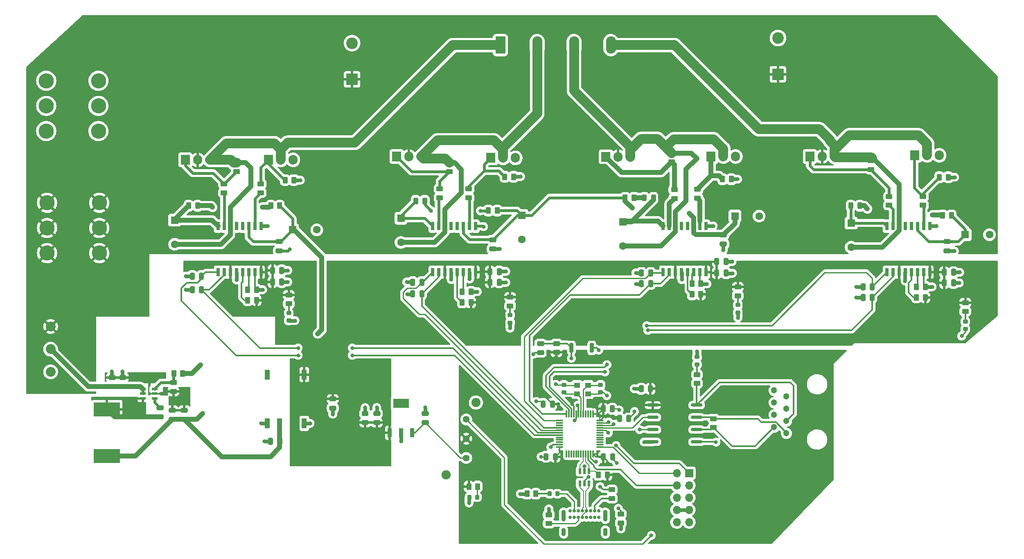
<source format=gbr>
%TF.GenerationSoftware,KiCad,Pcbnew,(6.0.7)*%
%TF.CreationDate,2024-02-27T11:31:56-06:00*%
%TF.ProjectId,StepperMotorController,53746570-7065-4724-9d6f-746f72436f6e,rev?*%
%TF.SameCoordinates,Original*%
%TF.FileFunction,Copper,L1,Top*%
%TF.FilePolarity,Positive*%
%FSLAX46Y46*%
G04 Gerber Fmt 4.6, Leading zero omitted, Abs format (unit mm)*
G04 Created by KiCad (PCBNEW (6.0.7)) date 2024-02-27 11:31:56*
%MOMM*%
%LPD*%
G01*
G04 APERTURE LIST*
G04 Aperture macros list*
%AMRoundRect*
0 Rectangle with rounded corners*
0 $1 Rounding radius*
0 $2 $3 $4 $5 $6 $7 $8 $9 X,Y pos of 4 corners*
0 Add a 4 corners polygon primitive as box body*
4,1,4,$2,$3,$4,$5,$6,$7,$8,$9,$2,$3,0*
0 Add four circle primitives for the rounded corners*
1,1,$1+$1,$2,$3*
1,1,$1+$1,$4,$5*
1,1,$1+$1,$6,$7*
1,1,$1+$1,$8,$9*
0 Add four rect primitives between the rounded corners*
20,1,$1+$1,$2,$3,$4,$5,0*
20,1,$1+$1,$4,$5,$6,$7,0*
20,1,$1+$1,$6,$7,$8,$9,0*
20,1,$1+$1,$8,$9,$2,$3,0*%
G04 Aperture macros list end*
%TA.AperFunction,SMDPad,CuDef*%
%ADD10RoundRect,0.243750X-0.243750X-0.456250X0.243750X-0.456250X0.243750X0.456250X-0.243750X0.456250X0*%
%TD*%
%TA.AperFunction,SMDPad,CuDef*%
%ADD11RoundRect,0.250000X0.262500X0.450000X-0.262500X0.450000X-0.262500X-0.450000X0.262500X-0.450000X0*%
%TD*%
%TA.AperFunction,SMDPad,CuDef*%
%ADD12R,0.900000X1.950000*%
%TD*%
%TA.AperFunction,SMDPad,CuDef*%
%ADD13R,3.200000X1.950000*%
%TD*%
%TA.AperFunction,ComponentPad*%
%ADD14R,1.905000X2.000000*%
%TD*%
%TA.AperFunction,ComponentPad*%
%ADD15O,1.905000X2.000000*%
%TD*%
%TA.AperFunction,SMDPad,CuDef*%
%ADD16RoundRect,0.250000X0.450000X-0.262500X0.450000X0.262500X-0.450000X0.262500X-0.450000X-0.262500X0*%
%TD*%
%TA.AperFunction,SMDPad,CuDef*%
%ADD17RoundRect,0.250000X-0.475000X0.250000X-0.475000X-0.250000X0.475000X-0.250000X0.475000X0.250000X0*%
%TD*%
%TA.AperFunction,SMDPad,CuDef*%
%ADD18RoundRect,0.250000X-0.450000X0.262500X-0.450000X-0.262500X0.450000X-0.262500X0.450000X0.262500X0*%
%TD*%
%TA.AperFunction,ComponentPad*%
%ADD19C,3.149600*%
%TD*%
%TA.AperFunction,SMDPad,CuDef*%
%ADD20RoundRect,0.250000X-0.250000X-0.475000X0.250000X-0.475000X0.250000X0.475000X-0.250000X0.475000X0*%
%TD*%
%TA.AperFunction,SMDPad,CuDef*%
%ADD21RoundRect,0.250000X0.475000X-0.250000X0.475000X0.250000X-0.475000X0.250000X-0.475000X-0.250000X0*%
%TD*%
%TA.AperFunction,SMDPad,CuDef*%
%ADD22RoundRect,0.243750X0.243750X0.456250X-0.243750X0.456250X-0.243750X-0.456250X0.243750X-0.456250X0*%
%TD*%
%TA.AperFunction,SMDPad,CuDef*%
%ADD23RoundRect,0.225000X0.250000X-0.225000X0.250000X0.225000X-0.250000X0.225000X-0.250000X-0.225000X0*%
%TD*%
%TA.AperFunction,SMDPad,CuDef*%
%ADD24RoundRect,0.200000X0.200000X0.800000X-0.200000X0.800000X-0.200000X-0.800000X0.200000X-0.800000X0*%
%TD*%
%TA.AperFunction,SMDPad,CuDef*%
%ADD25R,0.650000X1.750000*%
%TD*%
%TA.AperFunction,ComponentPad*%
%ADD26R,2.400000X2.400000*%
%TD*%
%TA.AperFunction,ComponentPad*%
%ADD27C,2.400000*%
%TD*%
%TA.AperFunction,SMDPad,CuDef*%
%ADD28RoundRect,0.250000X-0.262500X-0.450000X0.262500X-0.450000X0.262500X0.450000X-0.262500X0.450000X0*%
%TD*%
%TA.AperFunction,SMDPad,CuDef*%
%ADD29RoundRect,0.075000X-0.075000X0.662500X-0.075000X-0.662500X0.075000X-0.662500X0.075000X0.662500X0*%
%TD*%
%TA.AperFunction,SMDPad,CuDef*%
%ADD30RoundRect,0.075000X-0.662500X0.075000X-0.662500X-0.075000X0.662500X-0.075000X0.662500X0.075000X0*%
%TD*%
%TA.AperFunction,ComponentPad*%
%ADD31R,1.600000X1.600000*%
%TD*%
%TA.AperFunction,ComponentPad*%
%ADD32C,1.600000*%
%TD*%
%TA.AperFunction,SMDPad,CuDef*%
%ADD33RoundRect,0.250000X0.250000X0.475000X-0.250000X0.475000X-0.250000X-0.475000X0.250000X-0.475000X0*%
%TD*%
%TA.AperFunction,ComponentPad*%
%ADD34C,1.397000*%
%TD*%
%TA.AperFunction,ComponentPad*%
%ADD35C,1.905000*%
%TD*%
%TA.AperFunction,SMDPad,CuDef*%
%ADD36RoundRect,0.218750X0.256250X-0.218750X0.256250X0.218750X-0.256250X0.218750X-0.256250X-0.218750X0*%
%TD*%
%TA.AperFunction,SMDPad,CuDef*%
%ADD37RoundRect,0.243750X0.456250X-0.243750X0.456250X0.243750X-0.456250X0.243750X-0.456250X-0.243750X0*%
%TD*%
%TA.AperFunction,SMDPad,CuDef*%
%ADD38RoundRect,0.225000X-0.250000X0.225000X-0.250000X-0.225000X0.250000X-0.225000X0.250000X0.225000X0*%
%TD*%
%TA.AperFunction,SMDPad,CuDef*%
%ADD39R,1.000000X2.100000*%
%TD*%
%TA.AperFunction,SMDPad,CuDef*%
%ADD40RoundRect,0.218750X-0.218750X-0.256250X0.218750X-0.256250X0.218750X0.256250X-0.218750X0.256250X0*%
%TD*%
%TA.AperFunction,SMDPad,CuDef*%
%ADD41R,0.600000X1.200000*%
%TD*%
%TA.AperFunction,ComponentPad*%
%ADD42C,2.032000*%
%TD*%
%TA.AperFunction,ComponentPad*%
%ADD43RoundRect,0.250001X-0.799999X-1.549999X0.799999X-1.549999X0.799999X1.549999X-0.799999X1.549999X0*%
%TD*%
%TA.AperFunction,ComponentPad*%
%ADD44O,2.100000X3.600000*%
%TD*%
%TA.AperFunction,ComponentPad*%
%ADD45C,1.303000*%
%TD*%
%TA.AperFunction,SMDPad,CuDef*%
%ADD46R,1.200000X0.600000*%
%TD*%
%TA.AperFunction,SMDPad,CuDef*%
%ADD47R,1.300000X1.100000*%
%TD*%
%TA.AperFunction,SMDPad,CuDef*%
%ADD48RoundRect,0.218750X-0.256250X0.218750X-0.256250X-0.218750X0.256250X-0.218750X0.256250X0.218750X0*%
%TD*%
%TA.AperFunction,SMDPad,CuDef*%
%ADD49RoundRect,0.162500X-1.012500X-0.162500X1.012500X-0.162500X1.012500X0.162500X-1.012500X0.162500X0*%
%TD*%
%TA.AperFunction,SMDPad,CuDef*%
%ADD50R,5.400000X2.900000*%
%TD*%
%TA.AperFunction,ComponentPad*%
%ADD51R,1.700000X1.700000*%
%TD*%
%TA.AperFunction,ComponentPad*%
%ADD52O,1.700000X1.700000*%
%TD*%
%TA.AperFunction,ComponentPad*%
%ADD53C,0.700000*%
%TD*%
%TA.AperFunction,ComponentPad*%
%ADD54O,0.900000X2.400000*%
%TD*%
%TA.AperFunction,ComponentPad*%
%ADD55O,0.900000X1.700000*%
%TD*%
%TA.AperFunction,ViaPad*%
%ADD56C,0.800000*%
%TD*%
%TA.AperFunction,Conductor*%
%ADD57C,2.000000*%
%TD*%
%TA.AperFunction,Conductor*%
%ADD58C,0.800000*%
%TD*%
%TA.AperFunction,Conductor*%
%ADD59C,0.600000*%
%TD*%
%TA.AperFunction,Conductor*%
%ADD60C,0.250000*%
%TD*%
%TA.AperFunction,Conductor*%
%ADD61C,0.300000*%
%TD*%
%TA.AperFunction,Conductor*%
%ADD62C,1.000000*%
%TD*%
%TA.AperFunction,Conductor*%
%ADD63C,0.200000*%
%TD*%
G04 APERTURE END LIST*
D10*
%TO.P,D5,1,K*%
%TO.N,VCCA_A2*%
X252062500Y-167000000D03*
%TO.P,D5,2,A*%
%TO.N,Net-(D5-Pad2)*%
X253937500Y-167000000D03*
%TD*%
D11*
%TO.P,R17,1*%
%TO.N,GND*%
X272312500Y-162000000D03*
%TO.P,R17,2*%
%TO.N,Net-(Q4-Pad1)*%
X270487500Y-162000000D03*
%TD*%
D12*
%TO.P,IC6,1,VIN*%
%TO.N,+5V*%
X246700000Y-215050000D03*
%TO.P,IC6,2,GND_1*%
%TO.N,GND_5V*%
X249000000Y-215050000D03*
%TO.P,IC6,3,VOUT*%
%TO.N,+3.3V*%
X251300000Y-215050000D03*
D13*
%TO.P,IC6,4,GND_2*%
%TO.N,GND_5V*%
X249000000Y-208950000D03*
%TD*%
D14*
%TO.P,Q2,1,G*%
%TO.N,Net-(Q2-Pad1)*%
X221610000Y-158495000D03*
D15*
%TO.P,Q2,2,D*%
%TO.N,A+*%
X224150000Y-158495000D03*
%TO.P,Q2,3,S*%
%TO.N,GND*%
X226690000Y-158495000D03*
%TD*%
D16*
%TO.P,R29,1*%
%TO.N,Net-(IC4-Pad10)*%
X310350000Y-166412500D03*
%TO.P,R29,2*%
%TO.N,Net-(Q6-Pad1)*%
X310350000Y-164587500D03*
%TD*%
D17*
%TO.P,C44,1*%
%TO.N,RST*%
X277900000Y-196570000D03*
%TO.P,C44,2*%
%TO.N,GND_5V*%
X277900000Y-198470000D03*
%TD*%
D18*
%TO.P,R39,1*%
%TO.N,+5V*%
X318700000Y-184837500D03*
%TO.P,R39,2*%
%TO.N,Net-(D10-Pad2)*%
X318700000Y-186662500D03*
%TD*%
D19*
%TO.P,J6,1,1*%
%TO.N,+48V*%
X175800000Y-167400000D03*
%TO.P,J6,2,2*%
X175800000Y-172610000D03*
%TO.P,J6,3,3*%
X175800000Y-177820000D03*
%TO.P,J6,4,4*%
X186599999Y-167400000D03*
%TO.P,J6,5,5*%
X186599999Y-172610000D03*
%TO.P,J6,6,6*%
X186599999Y-177820000D03*
%TD*%
D20*
%TO.P,C18,1*%
%TO.N,GND_5V*%
X298750000Y-181950000D03*
%TO.P,C18,2*%
%TO.N,PWM_B1_A*%
X300650000Y-181950000D03*
%TD*%
D21*
%TO.P,C47,1*%
%TO.N,+3.3V*%
X254000000Y-212950000D03*
%TO.P,C47,2*%
%TO.N,GND_5V*%
X254000000Y-211050000D03*
%TD*%
D22*
%TO.P,D6,1,K*%
%TO.N,VCCA_B1*%
X301237500Y-166350000D03*
%TO.P,D6,2,A*%
%TO.N,Net-(D6-Pad2)*%
X299362500Y-166350000D03*
%TD*%
D23*
%TO.P,C39,1*%
%TO.N,OSC_OUT*%
X282700000Y-206649999D03*
%TO.P,C39,2*%
%TO.N,GND_5V*%
X282700000Y-205099999D03*
%TD*%
D14*
%TO.P,Q4,1,G*%
%TO.N,Net-(Q4-Pad1)*%
X267610000Y-158095000D03*
D15*
%TO.P,Q4,2,D*%
%TO.N,A-*%
X270150000Y-158095000D03*
%TO.P,Q4,3,S*%
%TO.N,GND*%
X272690000Y-158095000D03*
%TD*%
D18*
%TO.P,R6,1*%
%TO.N,GND_5V*%
X279577500Y-232025000D03*
%TO.P,R6,2*%
%TO.N,Net-(J1-PadB5)*%
X279577500Y-233850000D03*
%TD*%
D24*
%TO.P,SW3,1,1*%
%TO.N,GND_5V*%
X288487501Y-197470000D03*
%TO.P,SW3,2,2*%
%TO.N,RST*%
X284287501Y-197470000D03*
%TD*%
D25*
%TO.P,IC4,1,INA*%
%TO.N,PWM_B1_A*%
X303255000Y-181775000D03*
%TO.P,IC4,2,INB*%
%TO.N,PWM_B1_B*%
X304525000Y-181775000D03*
%TO.P,IC4,3,VDD_1*%
%TO.N,+5V*%
X305795000Y-181775000D03*
%TO.P,IC4,4,GND*%
%TO.N,GND_5V*%
X307065000Y-181775000D03*
%TO.P,IC4,5,ENA/DIS*%
%TO.N,Net-(IC4-Pad5)*%
X308335000Y-181775000D03*
%TO.P,IC4,6,DT*%
%TO.N,DT_B1*%
X309605000Y-181775000D03*
%TO.P,IC4,7,ANB*%
%TO.N,GND_5V*%
X310875000Y-181775000D03*
%TO.P,IC4,8,VDD_2*%
%TO.N,+5V*%
X312145000Y-181775000D03*
%TO.P,IC4,9,VSSB*%
%TO.N,GND*%
X312145000Y-172225000D03*
%TO.P,IC4,10,OUTB*%
%TO.N,Net-(IC4-Pad10)*%
X310875000Y-172225000D03*
%TO.P,IC4,11,VCCB*%
%TO.N,VCCB_A1*%
X309605000Y-172225000D03*
%TO.P,IC4,12,NC_1*%
%TO.N,unconnected-(IC4-Pad12)*%
X308335000Y-172225000D03*
%TO.P,IC4,13,NC_2*%
%TO.N,unconnected-(IC4-Pad13)*%
X307065000Y-172225000D03*
%TO.P,IC4,14,VSSA*%
%TO.N,B+*%
X305795000Y-172225000D03*
%TO.P,IC4,15,OUTA*%
%TO.N,Net-(IC4-Pad15)*%
X304525000Y-172225000D03*
%TO.P,IC4,16,VCCA*%
%TO.N,VCCA_B1*%
X303255000Y-172225000D03*
%TD*%
D26*
%TO.P,C17,1*%
%TO.N,+48V*%
X238900000Y-141812755D03*
D27*
%TO.P,C17,2*%
%TO.N,GND*%
X238900000Y-134312755D03*
%TD*%
D25*
%TO.P,IC1,1,INA*%
%TO.N,PWM_A1_A*%
X211155000Y-181775000D03*
%TO.P,IC1,2,INB*%
%TO.N,PWM_A1_B*%
X212425000Y-181775000D03*
%TO.P,IC1,3,VDD_1*%
%TO.N,+5V*%
X213695000Y-181775000D03*
%TO.P,IC1,4,GND*%
%TO.N,GND_5V*%
X214965000Y-181775000D03*
%TO.P,IC1,5,ENA/DIS*%
%TO.N,Net-(IC1-Pad5)*%
X216235000Y-181775000D03*
%TO.P,IC1,6,DT*%
%TO.N,DT_A1*%
X217505000Y-181775000D03*
%TO.P,IC1,7,ANB*%
%TO.N,GND_5V*%
X218775000Y-181775000D03*
%TO.P,IC1,8,VDD_2*%
%TO.N,+5V*%
X220045000Y-181775000D03*
%TO.P,IC1,9,VSSB*%
%TO.N,GND*%
X220045000Y-172225000D03*
%TO.P,IC1,10,OUTB*%
%TO.N,Net-(IC1-Pad10)*%
X218775000Y-172225000D03*
%TO.P,IC1,11,VCCB*%
%TO.N,VCCB_A1*%
X217505000Y-172225000D03*
%TO.P,IC1,12,NC_1*%
%TO.N,unconnected-(IC1-Pad12)*%
X216235000Y-172225000D03*
%TO.P,IC1,13,NC_2*%
%TO.N,unconnected-(IC1-Pad13)*%
X214965000Y-172225000D03*
%TO.P,IC1,14,VSSA*%
%TO.N,A+*%
X213695000Y-172225000D03*
%TO.P,IC1,15,OUTA*%
%TO.N,Net-(IC1-Pad15)*%
X212425000Y-172225000D03*
%TO.P,IC1,16,VCCA*%
%TO.N,VCCA_A1*%
X211155000Y-172225000D03*
%TD*%
D28*
%TO.P,R4,1*%
%TO.N,Net-(IC1-Pad5)*%
X217287500Y-187600000D03*
%TO.P,R4,2*%
%TO.N,+5V*%
X219112500Y-187600000D03*
%TD*%
D29*
%TO.P,U2,1,VBAT*%
%TO.N,3.3_STM*%
X288737500Y-211107500D03*
%TO.P,U2,2,PC13*%
%TO.N,unconnected-(U2-Pad2)*%
X288237500Y-211107500D03*
%TO.P,U2,3,PC14*%
%TO.N,unconnected-(U2-Pad3)*%
X287737500Y-211107500D03*
%TO.P,U2,4,PC15*%
%TO.N,unconnected-(U2-Pad4)*%
X287237500Y-211107500D03*
%TO.P,U2,5,PD0*%
%TO.N,OSC_IN*%
X286737500Y-211107500D03*
%TO.P,U2,6,PD1*%
%TO.N,OSC_OUT*%
X286237500Y-211107500D03*
%TO.P,U2,7,NRST*%
%TO.N,RST*%
X285737500Y-211107500D03*
%TO.P,U2,8,VSSA*%
%TO.N,GND_5V*%
X285237500Y-211107500D03*
%TO.P,U2,9,VDDA*%
%TO.N,3.3_STM*%
X284737500Y-211107500D03*
%TO.P,U2,10,PA0*%
%TO.N,PWM_B2_B*%
X284237500Y-211107500D03*
%TO.P,U2,11,PA1*%
%TO.N,PWM_B2_A*%
X283737500Y-211107500D03*
%TO.P,U2,12,PA2*%
%TO.N,PWM_B1_B*%
X283237500Y-211107500D03*
D30*
%TO.P,U2,13,PA3*%
%TO.N,PWM_B1_A*%
X281825000Y-212520000D03*
%TO.P,U2,14,PA4*%
%TO.N,unconnected-(U2-Pad14)*%
X281825000Y-213020000D03*
%TO.P,U2,15,PA5*%
%TO.N,unconnected-(U2-Pad15)*%
X281825000Y-213520000D03*
%TO.P,U2,16,PA6*%
%TO.N,PWM_A2_B*%
X281825000Y-214020000D03*
%TO.P,U2,17,PA7*%
%TO.N,PWM_A2_A*%
X281825000Y-214520000D03*
%TO.P,U2,18,PB0*%
%TO.N,PWM_A1_B*%
X281825000Y-215020000D03*
%TO.P,U2,19,PB1*%
%TO.N,PWM_A1_A*%
X281825000Y-215520000D03*
%TO.P,U2,20,PB2*%
%TO.N,unconnected-(U2-Pad20)*%
X281825000Y-216020000D03*
%TO.P,U2,21,PB10*%
%TO.N,unconnected-(U2-Pad21)*%
X281825000Y-216520000D03*
%TO.P,U2,22,PB11*%
%TO.N,unconnected-(U2-Pad22)*%
X281825000Y-217020000D03*
%TO.P,U2,23,VSS*%
%TO.N,GND_5V*%
X281825000Y-217520000D03*
%TO.P,U2,24,VDD*%
%TO.N,3.3_STM*%
X281825000Y-218020000D03*
D29*
%TO.P,U2,25,PB12*%
%TO.N,unconnected-(U2-Pad25)*%
X283237500Y-219432500D03*
%TO.P,U2,26,PB13*%
%TO.N,unconnected-(U2-Pad26)*%
X283737500Y-219432500D03*
%TO.P,U2,27,PB14*%
%TO.N,unconnected-(U2-Pad27)*%
X284237500Y-219432500D03*
%TO.P,U2,28,PB15*%
%TO.N,unconnected-(U2-Pad28)*%
X284737500Y-219432500D03*
%TO.P,U2,29,PA8*%
%TO.N,unconnected-(U2-Pad29)*%
X285237500Y-219432500D03*
%TO.P,U2,30,PA9*%
%TO.N,unconnected-(U2-Pad30)*%
X285737500Y-219432500D03*
%TO.P,U2,31,PA10*%
%TO.N,unconnected-(U2-Pad31)*%
X286237500Y-219432500D03*
%TO.P,U2,32,PA11*%
%TO.N,DOUT_N*%
X286737500Y-219432500D03*
%TO.P,U2,33,PA12*%
%TO.N,DOUT_P*%
X287237500Y-219432500D03*
%TO.P,U2,34,PA13*%
%TO.N,SWDIO*%
X287737500Y-219432500D03*
%TO.P,U2,35,VSS*%
%TO.N,GND_5V*%
X288237500Y-219432500D03*
%TO.P,U2,36,VDD*%
%TO.N,3.3_STM*%
X288737500Y-219432500D03*
D30*
%TO.P,U2,37,PA14*%
%TO.N,SWCLK*%
X290150000Y-218020000D03*
%TO.P,U2,38,PA15*%
%TO.N,unconnected-(U2-Pad38)*%
X290150000Y-217520000D03*
%TO.P,U2,39,PB3*%
%TO.N,unconnected-(U2-Pad39)*%
X290150000Y-217020000D03*
%TO.P,U2,40,PB4*%
%TO.N,unconnected-(U2-Pad40)*%
X290150000Y-216520000D03*
%TO.P,U2,41,PB5*%
%TO.N,unconnected-(U2-Pad41)*%
X290150000Y-216020000D03*
%TO.P,U2,42,PB6*%
%TO.N,unconnected-(U2-Pad42)*%
X290150000Y-215520000D03*
%TO.P,U2,43,PB7*%
%TO.N,unconnected-(U2-Pad43)*%
X290150000Y-215020000D03*
%TO.P,U2,44,BOOT0*%
%TO.N,GND_5V*%
X290150000Y-214520000D03*
%TO.P,U2,45,PB8*%
%TO.N,CANRX*%
X290150000Y-214020000D03*
%TO.P,U2,46,PB9*%
%TO.N,CANTX*%
X290150000Y-213520000D03*
%TO.P,U2,47,VSS*%
%TO.N,GND_5V*%
X290150000Y-213020000D03*
%TO.P,U2,48,VDD*%
%TO.N,3.3_STM*%
X290150000Y-212520000D03*
%TD*%
D16*
%TO.P,R10,1*%
%TO.N,Net-(IC1-Pad10)*%
X220000000Y-165312500D03*
%TO.P,R10,2*%
%TO.N,Net-(Q2-Pad1)*%
X220000000Y-163487500D03*
%TD*%
D20*
%TO.P,C4,1*%
%TO.N,GND_5V*%
X251425000Y-183845000D03*
%TO.P,C4,2*%
%TO.N,PWM_A2_A*%
X253325000Y-183845000D03*
%TD*%
%TO.P,C45,1*%
%TO.N,3.3_STM*%
X290875000Y-220050000D03*
%TO.P,C45,2*%
%TO.N,GND_5V*%
X292775000Y-220050000D03*
%TD*%
D31*
%TO.P,C16,1*%
%TO.N,VCCB_A1*%
X274000000Y-170000000D03*
D32*
%TO.P,C16,2*%
%TO.N,GND*%
X274000000Y-175000000D03*
%TD*%
D33*
%TO.P,C42,1*%
%TO.N,3.3_STM*%
X280325000Y-209100000D03*
%TO.P,C42,2*%
%TO.N,GND_5V*%
X278425000Y-209100000D03*
%TD*%
D28*
%TO.P,R23,1*%
%TO.N,Net-(IC4-Pad5)*%
X309212500Y-186375000D03*
%TO.P,R23,2*%
%TO.N,+5V*%
X311037500Y-186375000D03*
%TD*%
D18*
%TO.P,R15,1*%
%TO.N,A-*%
X259000000Y-159087500D03*
%TO.P,R15,2*%
%TO.N,Net-(Q3-Pad1)*%
X259000000Y-160912500D03*
%TD*%
D21*
%TO.P,C30,1*%
%TO.N,GND*%
X315700000Y-175950000D03*
%TO.P,C30,2*%
%TO.N,VCCB_A1*%
X315700000Y-174050000D03*
%TD*%
D16*
%TO.P,R9,1*%
%TO.N,Net-(IC2-Pad15)*%
X257000000Y-166357500D03*
%TO.P,R9,2*%
%TO.N,Net-(Q3-Pad1)*%
X257000000Y-164532500D03*
%TD*%
D31*
%TO.P,C32,1*%
%TO.N,VCCB_A1*%
X318097349Y-170150000D03*
D32*
%TO.P,C32,2*%
%TO.N,GND*%
X323097349Y-170150000D03*
%TD*%
D16*
%TO.P,R11,1*%
%TO.N,Net-(IC2-Pad10)*%
X263000000Y-166357500D03*
%TO.P,R11,2*%
%TO.N,Net-(Q4-Pad1)*%
X263000000Y-164532500D03*
%TD*%
D34*
%TO.P,SW2,1,1*%
%TO.N,3.3V*%
X262517200Y-212284950D03*
%TO.P,SW2,2,2*%
%TO.N,3.3_STM*%
X262517200Y-216272750D03*
%TO.P,SW2,3,3*%
%TO.N,+3.3V*%
X262517200Y-220260550D03*
D35*
%TO.P,SW2,4*%
%TO.N,N/C*%
X264523800Y-208779750D03*
%TO.P,SW2,5*%
X258326200Y-223765750D03*
%TD*%
D16*
%TO.P,R8,1*%
%TO.N,Net-(IC1-Pad15)*%
X212400000Y-165312500D03*
%TO.P,R8,2*%
%TO.N,Net-(Q1-Pad1)*%
X212400000Y-163487500D03*
%TD*%
D33*
%TO.P,C10,1*%
%TO.N,GND_5V*%
X269325000Y-181645000D03*
%TO.P,C10,2*%
%TO.N,+5V*%
X267425000Y-181645000D03*
%TD*%
D36*
%TO.P,D12,1,K*%
%TO.N,GND_5V*%
X365750000Y-193575000D03*
%TO.P,D12,2,A*%
%TO.N,Net-(D12-Pad2)*%
X365750000Y-192000000D03*
%TD*%
D21*
%TO.P,C40,1*%
%TO.N,+5V*%
X243999998Y-212950000D03*
%TO.P,C40,2*%
%TO.N,GND_5V*%
X243999998Y-211050000D03*
%TD*%
D16*
%TO.P,R28,1*%
%TO.N,Net-(IC5-Pad15)*%
X350000000Y-167912500D03*
%TO.P,R28,2*%
%TO.N,Net-(Q7-Pad1)*%
X350000000Y-166087500D03*
%TD*%
%TO.P,R3,1*%
%TO.N,GND_5V*%
X294500000Y-233712500D03*
%TO.P,R3,2*%
%TO.N,Net-(J1-PadA5)*%
X294500000Y-231887500D03*
%TD*%
D11*
%TO.P,R13,1*%
%TO.N,VCCB_A1*%
X223912500Y-168000000D03*
%TO.P,R13,2*%
%TO.N,Net-(D4-Pad2)*%
X222087500Y-168000000D03*
%TD*%
D37*
%TO.P,D8,1,K*%
%TO.N,+5V*%
X241600000Y-212937500D03*
%TO.P,D8,2,A*%
%TO.N,GND_5V*%
X241600000Y-211062500D03*
%TD*%
D38*
%TO.P,C38,1*%
%TO.N,OSC_IN*%
X290300000Y-205100000D03*
%TO.P,C38,2*%
%TO.N,GND_5V*%
X290300000Y-206650000D03*
%TD*%
D36*
%TO.P,D10,1,K*%
%TO.N,GND_5V*%
X318700000Y-190137500D03*
%TO.P,D10,2,A*%
%TO.N,Net-(D10-Pad2)*%
X318700000Y-188562500D03*
%TD*%
D28*
%TO.P,R1,1*%
%TO.N,DT_A1*%
X217287500Y-185400000D03*
%TO.P,R1,2*%
%TO.N,GND_5V*%
X219112500Y-185400000D03*
%TD*%
%TO.P,R32,1*%
%TO.N,VCCB_A1*%
X295387500Y-166350000D03*
%TO.P,R32,2*%
%TO.N,Net-(D6-Pad2)*%
X297212500Y-166350000D03*
%TD*%
D39*
%TO.P,J3,1,GND*%
%TO.N,GND*%
X221390000Y-213100000D03*
%TO.P,J3,2,VIN*%
%TO.N,VCCB_A1*%
X223930000Y-213100000D03*
%TO.P,J3,4,0V*%
%TO.N,GND_5V*%
X229010000Y-213100000D03*
%TO.P,J3,5,+VO*%
%TO.N,+5V*%
X229010000Y-203000000D03*
%TO.P,J3,8,NC*%
%TO.N,unconnected-(J3-Pad8)*%
X221390000Y-203000000D03*
%TD*%
D40*
%TO.P,USB,1,K*%
%TO.N,Net-(D2-Pad1)*%
X279800000Y-227670000D03*
%TO.P,USB,2,A*%
%TO.N,VBUS*%
X281375000Y-227670000D03*
%TD*%
D18*
%TO.P,R40,1*%
%TO.N,+5V*%
X271575000Y-186932500D03*
%TO.P,R40,2*%
%TO.N,Net-(D11-Pad2)*%
X271575000Y-188757500D03*
%TD*%
D41*
%TO.P,D1,1,I/O_1_1*%
%TO.N,DOUT_P*%
X287937500Y-223020000D03*
%TO.P,D1,2,GND*%
%TO.N,GND_5V*%
X286987500Y-223020000D03*
%TO.P,D1,3,I/O_2_1*%
%TO.N,DOUT_N*%
X286037500Y-223020000D03*
%TO.P,D1,4,I/O_2_2*%
%TO.N,D-*%
X286037500Y-225520000D03*
%TO.P,D1,5,VDD*%
%TO.N,VBUS_USB*%
X286987500Y-225520000D03*
%TO.P,D1,6,I/O_1_2*%
%TO.N,D+*%
X287937500Y-225520000D03*
%TD*%
D11*
%TO.P,R25,1*%
%TO.N,VCCB_A1*%
X203862500Y-202800000D03*
%TO.P,R25,2*%
%TO.N,FB*%
X202037500Y-202800000D03*
%TD*%
D42*
%TO.P,SW1,1,A*%
%TO.N,GND*%
X176533400Y-202420101D03*
%TO.P,SW1,2,B*%
%TO.N,MasterPower*%
X176533400Y-197720100D03*
%TO.P,SW1,3,C*%
%TO.N,+48V*%
X176533400Y-193020100D03*
%TD*%
D33*
%TO.P,C41,1*%
%TO.N,3.3_STM*%
X280950000Y-220000000D03*
%TO.P,C41,2*%
%TO.N,GND_5V*%
X279050000Y-220000000D03*
%TD*%
D20*
%TO.P,C3,1*%
%TO.N,GND_5V*%
X205850000Y-182600000D03*
%TO.P,C3,2*%
%TO.N,PWM_A1_A*%
X207750000Y-182600000D03*
%TD*%
D28*
%TO.P,R21,1*%
%TO.N,DT_B1*%
X309212500Y-184175000D03*
%TO.P,R21,2*%
%TO.N,GND_5V*%
X311037500Y-184175000D03*
%TD*%
D10*
%TO.P,D4,1,K*%
%TO.N,VCCA_A1*%
X205062500Y-168000000D03*
%TO.P,D4,2,A*%
%TO.N,Net-(D4-Pad2)*%
X206937500Y-168000000D03*
%TD*%
D20*
%TO.P,C43,1*%
%TO.N,3.3_STM*%
X290837500Y-210070000D03*
%TO.P,C43,2*%
%TO.N,GND_5V*%
X292737500Y-210070000D03*
%TD*%
D43*
%TO.P,J5,1,1*%
%TO.N,A+*%
X269570000Y-134722500D03*
D44*
%TO.P,J5,2,2*%
%TO.N,A-*%
X277190000Y-134722500D03*
%TO.P,J5,3,3*%
%TO.N,B+*%
X284810000Y-134722500D03*
%TO.P,J5,4,4*%
%TO.N,B-*%
X292430000Y-134722500D03*
%TD*%
D14*
%TO.P,Q7,1,G*%
%TO.N,Net-(Q7-Pad1)*%
X333610000Y-157795000D03*
D15*
%TO.P,Q7,2,D*%
%TO.N,+48V*%
X336150000Y-157795000D03*
%TO.P,Q7,3,S*%
%TO.N,B-*%
X338690000Y-157795000D03*
%TD*%
D20*
%TO.P,C23,1*%
%TO.N,GND_5V*%
X344600000Y-187000000D03*
%TO.P,C23,2*%
%TO.N,PWM_B2_B*%
X346500000Y-187000000D03*
%TD*%
D17*
%TO.P,C27,1*%
%TO.N,GND*%
X189249998Y-203600000D03*
%TO.P,C27,2*%
%TO.N,MasterPower*%
X189249998Y-205500000D03*
%TD*%
D18*
%TO.P,R42,1*%
%TO.N,+5V*%
X225800000Y-186487500D03*
%TO.P,R42,2*%
%TO.N,Net-(D13-Pad2)*%
X225800000Y-188312500D03*
%TD*%
%TO.P,FB1,1*%
%TO.N,VBUS_USB*%
X292625000Y-226837500D03*
%TO.P,FB1,2*%
%TO.N,VBUS*%
X292625000Y-228662500D03*
%TD*%
D14*
%TO.P,Q5,1,G*%
%TO.N,Net-(Q5-Pad1)*%
X291400000Y-157850000D03*
D15*
%TO.P,Q5,2,D*%
%TO.N,+48V*%
X293940000Y-157850000D03*
%TO.P,Q5,3,S*%
%TO.N,B+*%
X296480000Y-157850000D03*
%TD*%
D10*
%TO.P,D7,1,K*%
%TO.N,VCCA_B2*%
X342062500Y-168000000D03*
%TO.P,D7,2,A*%
%TO.N,Net-(D7-Pad2)*%
X343937500Y-168000000D03*
%TD*%
D11*
%TO.P,R19,1*%
%TO.N,Net-(D2-Pad1)*%
X276900000Y-227670000D03*
%TO.P,R19,2*%
%TO.N,GND_5V*%
X275075000Y-227670000D03*
%TD*%
D17*
%TO.P,CBOOT1,1*%
%TO.N,CB*%
X199200001Y-209850000D03*
%TO.P,CBOOT1,2*%
%TO.N,SW*%
X199200001Y-211750000D03*
%TD*%
D28*
%TO.P,R24,1*%
%TO.N,Net-(IC5-Pad5)*%
X355637500Y-187000000D03*
%TO.P,R24,2*%
%TO.N,+5V*%
X357462500Y-187000000D03*
%TD*%
D18*
%TO.P,R12,1*%
%TO.N,A+*%
X215000000Y-159087500D03*
%TO.P,R12,2*%
%TO.N,Net-(Q1-Pad1)*%
X215000000Y-160912500D03*
%TD*%
D28*
%TO.P,R38,1*%
%TO.N,3.3_STM*%
X263050000Y-226175000D03*
%TO.P,R38,2*%
%TO.N,Net-(D9-Pad2)*%
X264875000Y-226175000D03*
%TD*%
D18*
%TO.P,R7,1*%
%TO.N,CANH*%
X313675000Y-212132500D03*
%TO.P,R7,2*%
%TO.N,CANL*%
X313675000Y-213957500D03*
%TD*%
D33*
%TO.P,C9,1*%
%TO.N,GND_5V*%
X224350000Y-181400000D03*
%TO.P,C9,2*%
%TO.N,+5V*%
X222450000Y-181400000D03*
%TD*%
D31*
%TO.P,C11,1*%
%TO.N,VCCA_A1*%
X202200000Y-171000000D03*
D32*
%TO.P,C11,2*%
%TO.N,A+*%
X202200000Y-176000000D03*
%TD*%
D20*
%TO.P,C8,1*%
%TO.N,GND_5V*%
X251425000Y-186245000D03*
%TO.P,C8,2*%
%TO.N,PWM_A2_B*%
X253325000Y-186245000D03*
%TD*%
D31*
%TO.P,C28,1*%
%TO.N,VCCA_B1*%
X294900000Y-171347349D03*
D32*
%TO.P,C28,2*%
%TO.N,B+*%
X294900000Y-176347349D03*
%TD*%
D33*
%TO.P,C25,1*%
%TO.N,GND_5V*%
X316250000Y-179550000D03*
%TO.P,C25,2*%
%TO.N,+5V*%
X314350000Y-179550000D03*
%TD*%
D45*
%TO.P,J2,1,1*%
%TO.N,CANH*%
X328750000Y-215165000D03*
%TO.P,J2,2,2*%
%TO.N,CANL*%
X326210000Y-213895000D03*
%TO.P,J2,3,3*%
%TO.N,5VCAN*%
X328750000Y-212625000D03*
%TO.P,J2,4,4*%
%TO.N,GNDCAN*%
X326210000Y-211355000D03*
%TO.P,J2,5,5*%
%TO.N,unconnected-(J2-Pad5)*%
X328750000Y-210085000D03*
%TO.P,J2,6,6*%
%TO.N,unconnected-(J2-Pad6)*%
X326210000Y-208815000D03*
%TO.P,J2,7,7*%
%TO.N,unconnected-(J2-Pad7)*%
X328750000Y-207545000D03*
%TO.P,J2,8,8*%
%TO.N,unconnected-(J2-Pad8)*%
X326210000Y-206275000D03*
%TD*%
D36*
%TO.P,D11,1,K*%
%TO.N,GND_5V*%
X271575000Y-192232500D03*
%TO.P,D11,2,A*%
%TO.N,Net-(D11-Pad2)*%
X271575000Y-190657500D03*
%TD*%
D18*
%TO.P,R31,1*%
%TO.N,B+*%
X305000000Y-157087500D03*
%TO.P,R31,2*%
%TO.N,Net-(Q5-Pad1)*%
X305000000Y-158912500D03*
%TD*%
D25*
%TO.P,IC5,1,INA*%
%TO.N,PWM_B2_A*%
X349505000Y-181775000D03*
%TO.P,IC5,2,INB*%
%TO.N,PWM_B2_B*%
X350775000Y-181775000D03*
%TO.P,IC5,3,VDD_1*%
%TO.N,+5V*%
X352045000Y-181775000D03*
%TO.P,IC5,4,GND*%
%TO.N,GND_5V*%
X353315000Y-181775000D03*
%TO.P,IC5,5,ENA/DIS*%
%TO.N,Net-(IC5-Pad5)*%
X354585000Y-181775000D03*
%TO.P,IC5,6,DT*%
%TO.N,DT_B2*%
X355855000Y-181775000D03*
%TO.P,IC5,7,ANB*%
%TO.N,GND_5V*%
X357125000Y-181775000D03*
%TO.P,IC5,8,VDD_2*%
%TO.N,+5V*%
X358395000Y-181775000D03*
%TO.P,IC5,9,VSSB*%
%TO.N,GND*%
X358395000Y-172225000D03*
%TO.P,IC5,10,OUTB*%
%TO.N,Net-(IC5-Pad10)*%
X357125000Y-172225000D03*
%TO.P,IC5,11,VCCB*%
%TO.N,VCCB_A1*%
X355855000Y-172225000D03*
%TO.P,IC5,12,NC_1*%
%TO.N,unconnected-(IC5-Pad12)*%
X354585000Y-172225000D03*
%TO.P,IC5,13,NC_2*%
%TO.N,unconnected-(IC5-Pad13)*%
X353315000Y-172225000D03*
%TO.P,IC5,14,VSSA*%
%TO.N,B-*%
X352045000Y-172225000D03*
%TO.P,IC5,15,OUTA*%
%TO.N,Net-(IC5-Pad15)*%
X350775000Y-172225000D03*
%TO.P,IC5,16,VCCA*%
%TO.N,VCCA_B2*%
X349505000Y-172225000D03*
%TD*%
%TO.P,IC2,1,INA*%
%TO.N,PWM_A2_A*%
X255555000Y-181775000D03*
%TO.P,IC2,2,INB*%
%TO.N,PWM_A2_B*%
X256825000Y-181775000D03*
%TO.P,IC2,3,VDD_1*%
%TO.N,+5V*%
X258095000Y-181775000D03*
%TO.P,IC2,4,GND*%
%TO.N,GND_5V*%
X259365000Y-181775000D03*
%TO.P,IC2,5,ENA/DIS*%
%TO.N,Net-(IC2-Pad5)*%
X260635000Y-181775000D03*
%TO.P,IC2,6,DT*%
%TO.N,DT_A2*%
X261905000Y-181775000D03*
%TO.P,IC2,7,ANB*%
%TO.N,GND_5V*%
X263175000Y-181775000D03*
%TO.P,IC2,8,VDD_2*%
%TO.N,+5V*%
X264445000Y-181775000D03*
%TO.P,IC2,9,VSSB*%
%TO.N,GND*%
X264445000Y-172225000D03*
%TO.P,IC2,10,OUTB*%
%TO.N,Net-(IC2-Pad10)*%
X263175000Y-172225000D03*
%TO.P,IC2,11,VCCB*%
%TO.N,VCCB_A1*%
X261905000Y-172225000D03*
%TO.P,IC2,12,NC_1*%
%TO.N,unconnected-(IC2-Pad12)*%
X260635000Y-172225000D03*
%TO.P,IC2,13,NC_2*%
%TO.N,unconnected-(IC2-Pad13)*%
X259365000Y-172225000D03*
%TO.P,IC2,14,VSSA*%
%TO.N,A-*%
X258095000Y-172225000D03*
%TO.P,IC2,15,OUTA*%
%TO.N,Net-(IC2-Pad15)*%
X256825000Y-172225000D03*
%TO.P,IC2,16,VCCA*%
%TO.N,VCCA_A2*%
X255555000Y-172225000D03*
%TD*%
D33*
%TO.P,C7,1*%
%TO.N,GND_5V*%
X269325000Y-183845000D03*
%TO.P,C7,2*%
%TO.N,+5V*%
X267425000Y-183845000D03*
%TD*%
%TO.P,C20,1*%
%TO.N,GND_5V*%
X316250000Y-181950000D03*
%TO.P,C20,2*%
%TO.N,+5V*%
X314350000Y-181950000D03*
%TD*%
D17*
%TO.P,C35,1*%
%TO.N,GND*%
X201700000Y-210350000D03*
%TO.P,C35,2*%
%TO.N,VCCB_A1*%
X201700000Y-212250000D03*
%TD*%
D16*
%TO.P,R37,1*%
%TO.N,3.3_STM*%
X281187501Y-198382500D03*
%TO.P,R37,2*%
%TO.N,RST*%
X281187501Y-196557500D03*
%TD*%
D20*
%TO.P,C6,1*%
%TO.N,GND_5V*%
X205850000Y-185400000D03*
%TO.P,C6,2*%
%TO.N,PWM_A1_B*%
X207750000Y-185400000D03*
%TD*%
D26*
%TO.P,C1,1*%
%TO.N,+48V*%
X327000000Y-140762755D03*
D27*
%TO.P,C1,2*%
%TO.N,GND*%
X327000000Y-133262755D03*
%TD*%
D46*
%TO.P,IC3,1,CB*%
%TO.N,CB*%
X198100000Y-207899998D03*
%TO.P,IC3,2,GND*%
%TO.N,GND*%
X198100000Y-206949998D03*
%TO.P,IC3,3,FB*%
%TO.N,FB*%
X198100000Y-205999998D03*
%TO.P,IC3,4,EN*%
%TO.N,MasterPower*%
X195600000Y-205999998D03*
%TO.P,IC3,5,VIN*%
X195600000Y-206949998D03*
%TO.P,IC3,6,SW*%
%TO.N,SW*%
X195600000Y-207899998D03*
%TD*%
D16*
%TO.P,R27,1*%
%TO.N,Net-(IC4-Pad15)*%
X305555000Y-166522500D03*
%TO.P,R27,2*%
%TO.N,Net-(Q5-Pad1)*%
X305555000Y-164697500D03*
%TD*%
D11*
%TO.P,R33,1*%
%TO.N,GND*%
X317362500Y-162500000D03*
%TO.P,R33,2*%
%TO.N,Net-(Q6-Pad1)*%
X315537500Y-162500000D03*
%TD*%
D21*
%TO.P,C31,1*%
%TO.N,GND*%
X361950000Y-177350000D03*
%TO.P,C31,2*%
%TO.N,VCCB_A1*%
X361950000Y-175450000D03*
%TD*%
D14*
%TO.P,Q3,1,G*%
%TO.N,Net-(Q3-Pad1)*%
X248110000Y-157795000D03*
D15*
%TO.P,Q3,2,D*%
%TO.N,+48V*%
X250650000Y-157795000D03*
%TO.P,Q3,3,S*%
%TO.N,A-*%
X253190000Y-157795000D03*
%TD*%
D31*
%TO.P,C12,1*%
%TO.N,VCCA_A2*%
X249000000Y-170597349D03*
D32*
%TO.P,C12,2*%
%TO.N,A-*%
X249000000Y-175597349D03*
%TD*%
D14*
%TO.P,Q6,1,G*%
%TO.N,Net-(Q6-Pad1)*%
X313160000Y-157795000D03*
D15*
%TO.P,Q6,2,D*%
%TO.N,B+*%
X315700000Y-157795000D03*
%TO.P,Q6,3,S*%
%TO.N,GND*%
X318240000Y-157795000D03*
%TD*%
D33*
%TO.P,C36,1*%
%TO.N,VCCB_A1*%
X223950000Y-216800000D03*
%TO.P,C36,2*%
%TO.N,GND*%
X222050000Y-216800000D03*
%TD*%
D11*
%TO.P,R36,1*%
%TO.N,GND*%
X362212500Y-162100000D03*
%TO.P,R36,2*%
%TO.N,Net-(Q8-Pad1)*%
X360387500Y-162100000D03*
%TD*%
D18*
%TO.P,R34,1*%
%TO.N,B-*%
X346250000Y-158687500D03*
%TO.P,R34,2*%
%TO.N,Net-(Q7-Pad1)*%
X346250000Y-160512500D03*
%TD*%
D36*
%TO.P,D13,1,K*%
%TO.N,GND_5V*%
X225800000Y-191787500D03*
%TO.P,D13,2,A*%
%TO.N,Net-(D13-Pad2)*%
X225800000Y-190212500D03*
%TD*%
D20*
%TO.P,C46,1*%
%TO.N,3.3_STM*%
X294225000Y-212100000D03*
%TO.P,C46,2*%
%TO.N,GND_5V*%
X296125000Y-212100000D03*
%TD*%
D21*
%TO.P,C34,1*%
%TO.N,VCCB_A1*%
X204200000Y-212250000D03*
%TO.P,C34,2*%
%TO.N,GND*%
X204200000Y-210350000D03*
%TD*%
D40*
%TO.P,5V,1,K*%
%TO.N,GND_5V*%
X263175000Y-228375000D03*
%TO.P,5V,2,A*%
%TO.N,Net-(D9-Pad2)*%
X264750000Y-228375000D03*
%TD*%
D17*
%TO.P,C37,1*%
%TO.N,+5V*%
X234900000Y-208050000D03*
%TO.P,C37,2*%
%TO.N,GND_5V*%
X234900000Y-209950000D03*
%TD*%
D31*
%TO.P,C29,1*%
%TO.N,VCCA_B2*%
X342150000Y-171597349D03*
D32*
%TO.P,C29,2*%
%TO.N,B-*%
X342150000Y-176597349D03*
%TD*%
D11*
%TO.P,R14,1*%
%TO.N,GND*%
X226862500Y-162700000D03*
%TO.P,R14,2*%
%TO.N,Net-(Q2-Pad1)*%
X225037500Y-162700000D03*
%TD*%
D33*
%TO.P,C22,1*%
%TO.N,GND_5V*%
X363300000Y-181800000D03*
%TO.P,C22,2*%
%TO.N,+5V*%
X361400000Y-181800000D03*
%TD*%
D18*
%TO.P,R41,1*%
%TO.N,+5V*%
X365750000Y-188087500D03*
%TO.P,R41,2*%
%TO.N,Net-(D12-Pad2)*%
X365750000Y-189912500D03*
%TD*%
%TO.P,R26,1*%
%TO.N,FB*%
X201950000Y-204637500D03*
%TO.P,R26,2*%
%TO.N,GND*%
X201950000Y-206462500D03*
%TD*%
D20*
%TO.P,C19,1*%
%TO.N,GND_5V*%
X344600000Y-184800000D03*
%TO.P,C19,2*%
%TO.N,PWM_B2_A*%
X346500000Y-184800000D03*
%TD*%
D19*
%TO.P,J7,1,1*%
%TO.N,GND*%
X175630501Y-142107500D03*
%TO.P,J7,2,2*%
X175630501Y-147317500D03*
%TO.P,J7,3,3*%
X175630501Y-152527500D03*
%TO.P,J7,4,4*%
X186430500Y-142107500D03*
%TO.P,J7,5,5*%
X186430500Y-147317500D03*
%TO.P,J7,6,6*%
X186430500Y-152527500D03*
%TD*%
D28*
%TO.P,R2,1*%
%TO.N,DT_A2*%
X261662500Y-185845000D03*
%TO.P,R2,2*%
%TO.N,GND_5V*%
X263487500Y-185845000D03*
%TD*%
D14*
%TO.P,Q8,1,G*%
%TO.N,Net-(Q8-Pad1)*%
X355300000Y-157550000D03*
D15*
%TO.P,Q8,2,D*%
%TO.N,B-*%
X357840000Y-157550000D03*
%TO.P,Q8,3,S*%
%TO.N,GND*%
X360380000Y-157550000D03*
%TD*%
D31*
%TO.P,C15,1*%
%TO.N,VCCB_A1*%
X226597349Y-173000000D03*
D32*
%TO.P,C15,2*%
%TO.N,GND*%
X231597349Y-173000000D03*
%TD*%
D21*
%TO.P,C14,1*%
%TO.N,GND*%
X268000000Y-176950000D03*
%TO.P,C14,2*%
%TO.N,VCCB_A1*%
X268000000Y-175050000D03*
%TD*%
D47*
%TO.P,Y1,1,1*%
%TO.N,OSC_IN*%
X287725000Y-205175000D03*
%TO.P,Y1,2,2*%
%TO.N,GND_5V*%
X285425000Y-205175000D03*
%TO.P,Y1,3,3*%
%TO.N,OSC_OUT*%
X285425000Y-206975000D03*
%TO.P,Y1,4,4*%
%TO.N,GND_5V*%
X287725000Y-206975000D03*
%TD*%
D28*
%TO.P,R5,1*%
%TO.N,Net-(IC2-Pad5)*%
X261662500Y-188045000D03*
%TO.P,R5,2*%
%TO.N,+5V*%
X263487500Y-188045000D03*
%TD*%
D11*
%TO.P,R35,1*%
%TO.N,VCCB_A1*%
X362912500Y-170000000D03*
%TO.P,R35,2*%
%TO.N,Net-(D7-Pad2)*%
X361087500Y-170000000D03*
%TD*%
D17*
%TO.P,C24,1*%
%TO.N,GND*%
X191450000Y-203600001D03*
%TO.P,C24,2*%
%TO.N,MasterPower*%
X191450000Y-205500001D03*
%TD*%
D48*
%TO.P,D14,1,K*%
%TO.N,GND_5V*%
X310250000Y-199320001D03*
%TO.P,D14,2,A*%
%TO.N,Net-(D14-Pad2)*%
X310250000Y-200895001D03*
%TD*%
D11*
%TO.P,R20,1*%
%TO.N,3.3_STM*%
X291712500Y-223775000D03*
%TO.P,R20,2*%
%TO.N,DOUT_P*%
X289887500Y-223775000D03*
%TD*%
D33*
%TO.P,C5,1*%
%TO.N,GND_5V*%
X224349999Y-183800000D03*
%TO.P,C5,2*%
%TO.N,+5V*%
X222449999Y-183800000D03*
%TD*%
D28*
%TO.P,R22,1*%
%TO.N,DT_B2*%
X355637500Y-184800000D03*
%TO.P,R22,2*%
%TO.N,GND_5V*%
X357462500Y-184800000D03*
%TD*%
D20*
%TO.P,C21,1*%
%TO.N,GND_5V*%
X298750000Y-184150000D03*
%TO.P,C21,2*%
%TO.N,PWM_B1_B*%
X300650000Y-184150000D03*
%TD*%
D31*
%TO.P,C33,1*%
%TO.N,VCCB_A1*%
X365747349Y-174000000D03*
D32*
%TO.P,C33,2*%
%TO.N,GND*%
X370747349Y-174000000D03*
%TD*%
D14*
%TO.P,Q1,1,G*%
%TO.N,Net-(Q1-Pad1)*%
X204400000Y-158500000D03*
D15*
%TO.P,Q1,2,D*%
%TO.N,+48V*%
X206940000Y-158500000D03*
%TO.P,Q1,3,S*%
%TO.N,A+*%
X209480000Y-158500000D03*
%TD*%
D49*
%TO.P,U1,1,VCC1*%
%TO.N,3.3_STM*%
X301125000Y-209310000D03*
%TO.P,U1,2,RXD*%
%TO.N,CANRX*%
X301125000Y-211850000D03*
%TO.P,U1,3,TXD*%
%TO.N,CANTX*%
X301125000Y-214390000D03*
%TO.P,U1,4,GND1*%
%TO.N,GND_5V*%
X301125000Y-216930000D03*
%TO.P,U1,5,GND2*%
%TO.N,GNDCAN*%
X310175000Y-216930000D03*
%TO.P,U1,6,CANL*%
%TO.N,CANL*%
X310175000Y-214390000D03*
%TO.P,U1,7,CANH*%
%TO.N,CANH*%
X310175000Y-211850000D03*
%TO.P,U1,8,VCC2*%
%TO.N,5VCAN*%
X310175000Y-209310000D03*
%TD*%
D16*
%TO.P,R43,1*%
%TO.N,5VCAN*%
X310250000Y-204819999D03*
%TO.P,R43,2*%
%TO.N,Net-(D14-Pad2)*%
X310250000Y-202994999D03*
%TD*%
D50*
%TO.P,L1,1,1*%
%TO.N,SW*%
X188200000Y-210200000D03*
%TO.P,L1,2,2*%
%TO.N,VCCB_A1*%
X188200000Y-219900000D03*
%TD*%
D21*
%TO.P,C13,1*%
%TO.N,GND*%
X223800000Y-177350000D03*
%TO.P,C13,2*%
%TO.N,VCCB_A1*%
X223800000Y-175450000D03*
%TD*%
D16*
%TO.P,R30,1*%
%TO.N,Net-(IC5-Pad10)*%
X357000000Y-167912500D03*
%TO.P,R30,2*%
%TO.N,Net-(Q8-Pad1)*%
X357000000Y-166087500D03*
%TD*%
D51*
%TO.P,J4,1,Pin_1*%
%TO.N,RST*%
X308600000Y-223400000D03*
D52*
%TO.P,J4,2,Pin_2*%
%TO.N,SWCLK*%
X306060000Y-223400000D03*
%TO.P,J4,3,Pin_3*%
%TO.N,SWIM*%
X308600000Y-225940000D03*
%TO.P,J4,4,Pin_4*%
%TO.N,SWDIO*%
X306060000Y-225940000D03*
%TO.P,J4,5,Pin_5*%
%TO.N,GND_5V*%
X308600000Y-228480000D03*
%TO.P,J4,6,Pin_6*%
X306060000Y-228480000D03*
%TO.P,J4,7,Pin_7*%
%TO.N,3.3V*%
X308600000Y-231020000D03*
%TO.P,J4,8,Pin_8*%
X306060000Y-231020000D03*
%TO.P,J4,9,Pin_9*%
%TO.N,unconnected-(J4-Pad9)*%
X308600000Y-233560000D03*
%TO.P,J4,10,Pin_10*%
%TO.N,unconnected-(J4-Pad10)*%
X306060000Y-233560000D03*
%TD*%
D33*
%TO.P,C26,1*%
%TO.N,GND_5V*%
X363300000Y-184000000D03*
%TO.P,C26,2*%
%TO.N,+5V*%
X361400000Y-184000000D03*
%TD*%
D20*
%TO.P,C2,1*%
%TO.N,GND_5V*%
X298700001Y-205920000D03*
%TO.P,C2,2*%
%TO.N,3.3_STM*%
X300600001Y-205920000D03*
%TD*%
D11*
%TO.P,R16,1*%
%TO.N,VCCB_A1*%
X268912500Y-169000000D03*
%TO.P,R16,2*%
%TO.N,Net-(D5-Pad2)*%
X267087500Y-169000000D03*
%TD*%
D53*
%TO.P,J1,A1,GND*%
%TO.N,GND_5V*%
X289950000Y-231250000D03*
%TO.P,J1,A4,VBUS*%
%TO.N,VBUS*%
X289100000Y-231250000D03*
%TO.P,J1,A5,CC1*%
%TO.N,Net-(J1-PadA5)*%
X288250000Y-231250000D03*
%TO.P,J1,A6,DP1*%
%TO.N,D+*%
X287400000Y-231250000D03*
%TO.P,J1,A7,DN1*%
%TO.N,D-*%
X286550000Y-231250000D03*
%TO.P,J1,A8,SBU1*%
%TO.N,unconnected-(J1-PadA8)*%
X285700000Y-231250000D03*
%TO.P,J1,A9,VBUS*%
%TO.N,VBUS*%
X284850000Y-231250000D03*
%TO.P,J1,A12,GND*%
%TO.N,GND_5V*%
X284000000Y-231250000D03*
%TO.P,J1,B1,GND*%
X284000000Y-232600000D03*
%TO.P,J1,B4,VBUS*%
%TO.N,VBUS*%
X284850000Y-232600000D03*
%TO.P,J1,B5,CC2*%
%TO.N,Net-(J1-PadB5)*%
X285700000Y-232600000D03*
%TO.P,J1,B6,DP2*%
%TO.N,D+*%
X286550000Y-232600000D03*
%TO.P,J1,B7,DN2*%
%TO.N,D-*%
X287400000Y-232600000D03*
%TO.P,J1,B8,SBU2*%
%TO.N,unconnected-(J1-PadB8)*%
X288250000Y-232600000D03*
%TO.P,J1,B9,VBUS*%
%TO.N,VBUS*%
X289100000Y-232600000D03*
%TO.P,J1,B12,GND*%
%TO.N,GND_5V*%
X289950000Y-232600000D03*
D54*
%TO.P,J1,S1*%
%TO.N,N/C*%
X282650000Y-232230000D03*
D55*
X291300000Y-235610000D03*
X282650000Y-235610000D03*
D54*
X291300000Y-232230000D03*
%TD*%
D56*
%TO.N,GND*%
X363500000Y-177400000D03*
X202000000Y-208000000D03*
X220100000Y-213100000D03*
X221475000Y-172225000D03*
X198000000Y-203000000D03*
X363550000Y-162100000D03*
X226000000Y-177000000D03*
X313600000Y-172200000D03*
X273750000Y-161950000D03*
X359800000Y-172200000D03*
X220800000Y-216800000D03*
X191400000Y-202300000D03*
X228193750Y-162700000D03*
X196000000Y-204000000D03*
X315700000Y-177200000D03*
X266100000Y-172325000D03*
X204000000Y-206000000D03*
X198000000Y-204000000D03*
X196000000Y-203000000D03*
X318650000Y-162500000D03*
X269450000Y-176950000D03*
X204000000Y-208000000D03*
X189200000Y-202300000D03*
%TO.N,3.3V*%
X300800000Y-236300000D03*
%TO.N,PWM_A1_A*%
X238950000Y-199000000D03*
X227750000Y-199000000D03*
%TO.N,PWM_A1_B*%
X227750000Y-197475000D03*
X238950000Y-197475000D03*
%TO.N,VCCB_A1*%
X207550000Y-201000000D03*
X308650000Y-169575000D03*
X231800000Y-194525000D03*
X207962500Y-211037500D03*
X296850000Y-168475000D03*
%TO.N,PWM_B2_A*%
X291625000Y-200925000D03*
X299850000Y-192850000D03*
%TO.N,PWM_B2_B*%
X300075000Y-193825000D03*
X291225000Y-202450000D03*
%TO.N,3.3_STM*%
X291600000Y-221550000D03*
X281570023Y-209104977D03*
X284386369Y-209094309D03*
X293150000Y-223875000D03*
%TO.N,RST*%
X285513000Y-209350000D03*
X293525000Y-217700000D03*
X284275000Y-199625000D03*
%TO.N,VBUS_USB*%
X290200000Y-226200000D03*
X287800000Y-224200000D03*
%TO.N,Net-(D4-Pad2)*%
X210025000Y-168300000D03*
X220375000Y-168300000D03*
%TO.N,Net-(D5-Pad2)*%
X265425000Y-169050000D03*
X255225000Y-169025000D03*
%TO.N,Net-(D7-Pad2)*%
X358950000Y-169925000D03*
X345500000Y-168625000D03*
%TO.N,GNDCAN*%
X314175000Y-216970000D03*
%TO.N,Net-(J1-PadA5)*%
X293975000Y-230700000D03*
%TO.N,CANTX*%
X298375000Y-214400000D03*
X292975000Y-213295500D03*
%TO.N,GND_5V*%
X204500000Y-182600000D03*
X317600000Y-182000000D03*
X318700000Y-191250000D03*
X310250000Y-198200000D03*
X215000000Y-183400000D03*
X297250000Y-205900000D03*
X241600000Y-209800000D03*
X270700000Y-183900000D03*
X358900000Y-184800000D03*
X289375000Y-221025000D03*
X294500000Y-235000000D03*
X250000000Y-209000000D03*
X294150000Y-210300000D03*
X225600000Y-183800000D03*
X291600000Y-207350000D03*
X279600000Y-230800000D03*
X297600000Y-181900000D03*
X277000000Y-208550000D03*
X234900000Y-211200000D03*
X365000000Y-195000000D03*
X276400000Y-198770000D03*
X204500000Y-185400000D03*
X284950000Y-212475000D03*
X286925000Y-221950000D03*
X220400000Y-185400000D03*
X291975000Y-212795500D03*
X343200000Y-187000000D03*
X250200000Y-183800000D03*
X364600000Y-181800000D03*
X271575000Y-193375000D03*
X227100000Y-191800000D03*
X297600000Y-184200000D03*
X230200000Y-213100000D03*
X249000000Y-216800000D03*
X291900000Y-215075000D03*
X264800000Y-185800000D03*
X278000000Y-220000000D03*
X364500000Y-184000000D03*
X281050000Y-205000000D03*
X259400000Y-183300000D03*
X289925000Y-197920000D03*
X250300000Y-186300000D03*
X312300000Y-184200000D03*
X270700000Y-181600000D03*
X343200000Y-184800000D03*
X297325000Y-210625000D03*
X225600000Y-181400000D03*
X254000000Y-209800000D03*
X263200000Y-183200000D03*
X244000000Y-209800000D03*
X307100000Y-183300000D03*
X317500000Y-179600000D03*
X248000000Y-209000000D03*
X299300000Y-216950000D03*
X263100000Y-229600000D03*
X293650000Y-221300000D03*
X249000000Y-209000000D03*
X280000000Y-218000000D03*
X353300000Y-183600000D03*
X273700000Y-227700000D03*
%TD*%
D57*
%TO.N,B-*%
X305622500Y-134722500D02*
X292430000Y-134722500D01*
X323050000Y-152150000D02*
X305622500Y-134722500D01*
X337750000Y-154300000D02*
X335600000Y-152150000D01*
X337750000Y-154550000D02*
X337750000Y-154300000D01*
X338690000Y-155490000D02*
X337750000Y-154550000D01*
X338690000Y-157795000D02*
X338690000Y-155490000D01*
X335600000Y-152150000D02*
X323050000Y-152150000D01*
%TO.N,A+*%
X225550000Y-154950000D02*
X224150000Y-156350000D01*
X259727500Y-134722500D02*
X239500000Y-154950000D01*
X269570000Y-134722500D02*
X259727500Y-134722500D01*
X239500000Y-154950000D02*
X225550000Y-154950000D01*
D58*
%TO.N,GND*%
X273750000Y-161950000D02*
X272462500Y-161950000D01*
X317362500Y-162500000D02*
X318650000Y-162500000D01*
X362212500Y-162100000D02*
X363550000Y-162100000D01*
X363500000Y-177400000D02*
X362000000Y-177400000D01*
X315700000Y-177200000D02*
X315700000Y-175950000D01*
D59*
X225650000Y-177350000D02*
X226000000Y-177000000D01*
D58*
X221475000Y-172225000D02*
X220045000Y-172225000D01*
X228193750Y-162700000D02*
X226906250Y-162700000D01*
X191400000Y-202300000D02*
X191400000Y-203550001D01*
X191400000Y-203550001D02*
X191450000Y-203600001D01*
X269450000Y-176950000D02*
X268000000Y-176950000D01*
X189200000Y-203550002D02*
X189249998Y-203600000D01*
X220800000Y-216800000D02*
X222050000Y-216800000D01*
X362000000Y-177400000D02*
X361950000Y-177350000D01*
X189200000Y-202300000D02*
X189200000Y-203550002D01*
X358420000Y-172200000D02*
X358395000Y-172225000D01*
X220100000Y-213100000D02*
X221390000Y-213100000D01*
D59*
X266000000Y-172225000D02*
X266100000Y-172325000D01*
X223800000Y-177350000D02*
X225650000Y-177350000D01*
D58*
X313575000Y-172225000D02*
X313600000Y-172200000D01*
X359800000Y-172200000D02*
X358420000Y-172200000D01*
X312145000Y-172225000D02*
X313575000Y-172225000D01*
D59*
X264445000Y-172225000D02*
X266000000Y-172225000D01*
D60*
%TO.N,3.3V*%
X278575000Y-238100000D02*
X270400000Y-229925000D01*
X299000000Y-238100000D02*
X278575000Y-238100000D01*
X300800000Y-236300000D02*
X299000000Y-238100000D01*
X270400000Y-220167750D02*
X262517200Y-212284950D01*
X270400000Y-229925000D02*
X270400000Y-220167750D01*
D58*
X308600000Y-231020000D02*
X306060000Y-231020000D01*
D61*
%TO.N,PWM_A1_A*%
X204725000Y-183975000D02*
X203600000Y-185100000D01*
X207750000Y-182600000D02*
X207750000Y-183150000D01*
X208575000Y-181775000D02*
X211155000Y-181775000D01*
X206925000Y-183975000D02*
X204725000Y-183975000D01*
X203600000Y-185100000D02*
X203600000Y-187700000D01*
X238950000Y-199000000D02*
X260125000Y-199000000D01*
X207750000Y-182600000D02*
X208575000Y-181775000D01*
X207750000Y-183150000D02*
X206925000Y-183975000D01*
X214900000Y-199000000D02*
X227750000Y-199000000D01*
X276645000Y-215520000D02*
X281825000Y-215520000D01*
X260125000Y-199000000D02*
X276645000Y-215520000D01*
X203600000Y-187700000D02*
X214900000Y-199000000D01*
D60*
%TO.N,PWM_A2_A*%
X252070000Y-185100000D02*
X253325000Y-183845000D01*
X277970000Y-214520000D02*
X253950000Y-190500000D01*
X253950000Y-190500000D02*
X252800000Y-190500000D01*
X281825000Y-214520000D02*
X277970000Y-214520000D01*
D61*
X253325000Y-183845000D02*
X253485000Y-183845000D01*
X253485000Y-183845000D02*
X255555000Y-181775000D01*
D60*
X249500000Y-185900000D02*
X250300000Y-185100000D01*
X252800000Y-190500000D02*
X249500000Y-187200000D01*
X250300000Y-185100000D02*
X252070000Y-185100000D01*
X249500000Y-187200000D02*
X249500000Y-185900000D01*
D61*
%TO.N,PWM_A1_B*%
X219825000Y-197475000D02*
X227750000Y-197475000D01*
X277345000Y-215020000D02*
X281825000Y-215020000D01*
X238950000Y-197475000D02*
X259800000Y-197475000D01*
X212425000Y-181775000D02*
X212425000Y-182325000D01*
X212425000Y-182325000D02*
X209350000Y-185400000D01*
X207750000Y-185400000D02*
X219825000Y-197475000D01*
X259800000Y-197475000D02*
X277345000Y-215020000D01*
X209350000Y-185400000D02*
X207750000Y-185400000D01*
X212425000Y-182405000D02*
X212425000Y-181775000D01*
%TO.N,PWM_A2_B*%
X253325000Y-186245000D02*
X253325000Y-188775000D01*
X253325000Y-186245000D02*
X256825000Y-182745000D01*
X253325000Y-188775000D02*
X278570000Y-214020000D01*
X256825000Y-182745000D02*
X256825000Y-181775000D01*
X278570000Y-214020000D02*
X281825000Y-214020000D01*
D62*
%TO.N,VCCA_A1*%
X202200000Y-171000000D02*
X202200000Y-170862500D01*
X209930000Y-171000000D02*
X211155000Y-172225000D01*
X202200000Y-170862500D02*
X205062500Y-168000000D01*
X202200000Y-171000000D02*
X209930000Y-171000000D01*
D57*
%TO.N,A+*%
X224150000Y-156350000D02*
X224150000Y-158495000D01*
X213800000Y-158500000D02*
X209480000Y-158500000D01*
D62*
X218000000Y-164000000D02*
X218000000Y-160200000D01*
X202200000Y-176000000D02*
X211795000Y-176000000D01*
X211795000Y-176000000D02*
X213695000Y-174100000D01*
X213695000Y-174100000D02*
X213695000Y-172225000D01*
D57*
X215000000Y-159087500D02*
X214387500Y-159087500D01*
X209480000Y-158500000D02*
X212920000Y-155060000D01*
X222860000Y-155060000D02*
X224150000Y-156350000D01*
X212920000Y-155060000D02*
X222860000Y-155060000D01*
D62*
X213695000Y-172225000D02*
X213695000Y-168305000D01*
X216887500Y-159087500D02*
X215000000Y-159087500D01*
X218000000Y-160200000D02*
X216887500Y-159087500D01*
D57*
X214387500Y-159087500D02*
X213800000Y-158500000D01*
D62*
X213695000Y-168305000D02*
X218000000Y-164000000D01*
D59*
%TO.N,VCCA_A2*%
X253927349Y-170597349D02*
X255555000Y-172225000D01*
X249000000Y-170597349D02*
X249000000Y-170062500D01*
X249000000Y-170062500D02*
X252062500Y-167000000D01*
X249000000Y-170597349D02*
X253927349Y-170597349D01*
D57*
%TO.N,A-*%
X277190000Y-148910000D02*
X270150000Y-155950000D01*
D62*
X249000000Y-175597349D02*
X255952651Y-175597349D01*
D57*
X253640000Y-158245000D02*
X258157500Y-158245000D01*
D62*
X260087500Y-159087500D02*
X259000000Y-159087500D01*
X261500000Y-160500000D02*
X260087500Y-159087500D01*
D57*
X258157500Y-158245000D02*
X259000000Y-159087500D01*
X253190000Y-157795000D02*
X253255000Y-157795000D01*
X256600000Y-154450000D02*
X268217500Y-154450000D01*
X270150000Y-155950000D02*
X270150000Y-158095000D01*
D62*
X258095000Y-168705000D02*
X261500000Y-165300000D01*
D57*
X253190000Y-157795000D02*
X253640000Y-158245000D01*
X277190000Y-134722500D02*
X277190000Y-148910000D01*
D62*
X258095000Y-173455000D02*
X258095000Y-172225000D01*
D57*
X270150000Y-156382500D02*
X270150000Y-158095000D01*
D62*
X261500000Y-165300000D02*
X261500000Y-160500000D01*
D57*
X268217500Y-154450000D02*
X270150000Y-156382500D01*
D62*
X258095000Y-172225000D02*
X258095000Y-168705000D01*
D57*
X253255000Y-157795000D02*
X256600000Y-154450000D01*
D62*
X255952651Y-175597349D02*
X258095000Y-173455000D01*
D59*
%TO.N,VCCB_A1*%
X226597349Y-170684849D02*
X226597349Y-173000000D01*
X273050000Y-170000000D02*
X274000000Y-170000000D01*
X217505000Y-172225000D02*
X217505000Y-174505000D01*
D62*
X310000000Y-174000000D02*
X315650000Y-174000000D01*
D59*
X358150000Y-175450000D02*
X355855000Y-173155000D01*
X355855000Y-173155000D02*
X355855000Y-172225000D01*
X279725000Y-166350000D02*
X295387500Y-166350000D01*
X263205000Y-175000000D02*
X267950000Y-175000000D01*
D62*
X232625000Y-178700000D02*
X226600000Y-172675000D01*
D59*
X361950000Y-175450000D02*
X358150000Y-175450000D01*
X218450000Y-175450000D02*
X223800000Y-175450000D01*
D62*
X206750000Y-212250000D02*
X207962500Y-211037500D01*
D59*
X276075000Y-170000000D02*
X279725000Y-166350000D01*
D62*
X205750000Y-202800000D02*
X207550000Y-201000000D01*
X211950000Y-220000000D02*
X222000000Y-220000000D01*
X194050000Y-219900000D02*
X201700000Y-212250000D01*
X188200000Y-219900000D02*
X194050000Y-219900000D01*
D59*
X268000000Y-175050000D02*
X273050000Y-170000000D01*
X365747349Y-174000000D02*
X365747349Y-172834849D01*
D62*
X204200000Y-212250000D02*
X211950000Y-220000000D01*
D59*
X224147349Y-175450000D02*
X226597349Y-173000000D01*
D62*
X222000000Y-220000000D02*
X223930000Y-218070000D01*
X295387500Y-167012500D02*
X295387500Y-166350000D01*
X309605000Y-170530000D02*
X308650000Y-169575000D01*
X318097349Y-171652651D02*
X315700000Y-174050000D01*
D59*
X267950000Y-175000000D02*
X268000000Y-175050000D01*
X261905000Y-173700000D02*
X263205000Y-175000000D01*
D62*
X204200000Y-212250000D02*
X206750000Y-212250000D01*
D59*
X217505000Y-174505000D02*
X218450000Y-175450000D01*
D62*
X296850000Y-168475000D02*
X295387500Y-167012500D01*
X201700000Y-212250000D02*
X204200000Y-212250000D01*
D59*
X273000000Y-169000000D02*
X274000000Y-170000000D01*
X223800000Y-175450000D02*
X224147349Y-175450000D01*
X268912500Y-169000000D02*
X273000000Y-169000000D01*
D62*
X231800000Y-194525000D02*
X232625000Y-193700000D01*
D59*
X223912500Y-168000000D02*
X226597349Y-170684849D01*
D62*
X223930000Y-218070000D02*
X223930000Y-213100000D01*
D59*
X365747349Y-172834849D02*
X362912500Y-170000000D01*
D62*
X310000000Y-174000000D02*
X309605000Y-173605000D01*
D59*
X274000000Y-170000000D02*
X276075000Y-170000000D01*
D62*
X318097349Y-170150000D02*
X318097349Y-171652651D01*
D59*
X361950000Y-175450000D02*
X364297349Y-175450000D01*
D62*
X309605000Y-173605000D02*
X309605000Y-171175000D01*
X315650000Y-174000000D02*
X315700000Y-174050000D01*
D59*
X261905000Y-172225000D02*
X261905000Y-173700000D01*
D62*
X203862500Y-202800000D02*
X205750000Y-202800000D01*
X232625000Y-193700000D02*
X232625000Y-178700000D01*
D59*
X364297349Y-175450000D02*
X365747349Y-174000000D01*
D62*
X309605000Y-171175000D02*
X309605000Y-170530000D01*
D60*
%TO.N,PWM_B1_A*%
X274500000Y-208425000D02*
X278595000Y-212520000D01*
D61*
X303080000Y-181950000D02*
X303255000Y-181775000D01*
X300650000Y-181950000D02*
X303080000Y-181950000D01*
D60*
X274500000Y-195150000D02*
X274500000Y-208425000D01*
X299550000Y-183050000D02*
X286600000Y-183050000D01*
X278595000Y-212520000D02*
X281825000Y-212520000D01*
X300650000Y-181950000D02*
X299550000Y-183050000D01*
X286600000Y-183050000D02*
X274500000Y-195150000D01*
D61*
%TO.N,PWM_B2_A*%
X299850000Y-192850000D02*
X325800000Y-192850000D01*
X279025000Y-205500000D02*
X283737500Y-210212500D01*
X279025000Y-203150000D02*
X279025000Y-205500000D01*
D60*
X345325000Y-181825000D02*
X346500000Y-183000000D01*
D61*
X291075000Y-201475000D02*
X280700000Y-201475000D01*
D60*
X345325000Y-181825000D02*
X336825000Y-181825000D01*
X336825000Y-181825000D02*
X336775000Y-181875000D01*
D61*
X283737500Y-210212500D02*
X283737500Y-211107500D01*
D60*
X346500000Y-183000000D02*
X346500000Y-184800000D01*
D61*
X291625000Y-200925000D02*
X291075000Y-201475000D01*
X280700000Y-201475000D02*
X279025000Y-203150000D01*
X346500000Y-184800000D02*
X346500000Y-184780000D01*
X325800000Y-192850000D02*
X336775000Y-181875000D01*
X346500000Y-184780000D02*
X349505000Y-181775000D01*
%TO.N,PWM_B1_B*%
X275650000Y-208550000D02*
X278207500Y-211107500D01*
X284000000Y-186500000D02*
X275650000Y-194850000D01*
X300650000Y-184150000D02*
X298300000Y-186500000D01*
X278207500Y-211107500D02*
X283237500Y-211107500D01*
X304525000Y-182325000D02*
X304525000Y-181775000D01*
X302700000Y-184150000D02*
X304525000Y-182325000D01*
X275650000Y-194850000D02*
X275650000Y-208550000D01*
X300650000Y-184150000D02*
X302700000Y-184150000D01*
X298300000Y-186500000D02*
X284000000Y-186500000D01*
%TO.N,PWM_B2_B*%
X350775000Y-182725000D02*
X350775000Y-181775000D01*
X284237500Y-210005394D02*
X284237500Y-211107500D01*
X346500000Y-187000000D02*
X350775000Y-182725000D01*
X279775000Y-205542894D02*
X284237500Y-210005394D01*
X346500000Y-189550000D02*
X342225000Y-193825000D01*
X342225000Y-193825000D02*
X300075000Y-193825000D01*
X291225000Y-202450000D02*
X280650000Y-202450000D01*
X346500000Y-187000000D02*
X346500000Y-189550000D01*
X280650000Y-202450000D02*
X279775000Y-203325000D01*
X279775000Y-203325000D02*
X279775000Y-205542894D01*
D62*
%TO.N,MasterPower*%
X195100003Y-205500001D02*
X195600000Y-205999998D01*
D59*
X195600000Y-206949998D02*
X195600000Y-205999998D01*
D62*
X184313300Y-205500000D02*
X189249998Y-205500000D01*
X189249998Y-205500000D02*
X191450000Y-205500001D01*
X176533400Y-197720100D02*
X184313300Y-205500000D01*
X191450000Y-205500001D02*
X195100003Y-205500001D01*
%TO.N,VCCA_B1*%
X295072349Y-171175000D02*
X294900000Y-171347349D01*
X296700000Y-171347349D02*
X301237500Y-166809849D01*
X303255000Y-172225000D02*
X302205000Y-171175000D01*
X301237500Y-166809849D02*
X301237500Y-166350000D01*
X302205000Y-171175000D02*
X295072349Y-171175000D01*
X294900000Y-171347349D02*
X296700000Y-171347349D01*
%TO.N,B+*%
X310210000Y-158210000D02*
X309087500Y-157087500D01*
D57*
X305402500Y-154250000D02*
X313750000Y-154250000D01*
D62*
X308000000Y-167000000D02*
X308000000Y-160420000D01*
D57*
X313750000Y-154250000D02*
X315700000Y-156200000D01*
D62*
X308000000Y-160420000D02*
X310210000Y-158210000D01*
X294900000Y-176347349D02*
X302802651Y-176347349D01*
D57*
X302062500Y-154150000D02*
X298700000Y-154150000D01*
X303782500Y-155870000D02*
X302062500Y-154150000D01*
X315700000Y-156200000D02*
X315700000Y-157795000D01*
D62*
X305795000Y-173355000D02*
X305795000Y-169205000D01*
X302802651Y-176347349D02*
X305795000Y-173355000D01*
D57*
X284810000Y-144160000D02*
X284810000Y-134722500D01*
X298700000Y-154150000D02*
X296480000Y-156370000D01*
X303782500Y-155870000D02*
X305000000Y-157087500D01*
X303782500Y-155870000D02*
X305402500Y-154250000D01*
D62*
X305795000Y-169205000D02*
X308000000Y-167000000D01*
D57*
X296480000Y-157850000D02*
X296480000Y-155830000D01*
X296480000Y-155830000D02*
X284810000Y-144160000D01*
X296480000Y-156370000D02*
X296480000Y-157850000D01*
D62*
X309087500Y-157087500D02*
X305000000Y-157087500D01*
D59*
%TO.N,VCCA_B2*%
X348877349Y-171597349D02*
X349505000Y-172225000D01*
X342062500Y-168000000D02*
X342062500Y-171509849D01*
X342150000Y-171597349D02*
X348877349Y-171597349D01*
X342062500Y-171509849D02*
X342150000Y-171597349D01*
D57*
%TO.N,B-*%
X357840000Y-155140000D02*
X357840000Y-157550000D01*
D62*
X348602651Y-176597349D02*
X352045000Y-173155000D01*
D57*
X338690000Y-156460000D02*
X341750000Y-153400000D01*
D62*
X346650000Y-158150000D02*
X352045000Y-163545000D01*
X352045000Y-173155000D02*
X352045000Y-172225000D01*
D57*
X338690000Y-157795000D02*
X338690000Y-156460000D01*
X341750000Y-153400000D02*
X356100000Y-153400000D01*
X346300000Y-158000000D02*
X338895000Y-158000000D01*
D62*
X342150000Y-176597349D02*
X348602651Y-176597349D01*
D57*
X338895000Y-158000000D02*
X338690000Y-157795000D01*
X356100000Y-153400000D02*
X357840000Y-155140000D01*
D62*
X346450000Y-158150000D02*
X346650000Y-158150000D01*
D57*
X346450000Y-158150000D02*
X346300000Y-158000000D01*
D62*
X352045000Y-163545000D02*
X352045000Y-172225000D01*
D60*
%TO.N,OSC_IN*%
X290225000Y-205175000D02*
X290300000Y-205100000D01*
X286737500Y-211107500D02*
X286737500Y-206087500D01*
X287725000Y-205175000D02*
X290225000Y-205175000D01*
X286737500Y-206087500D02*
X287650001Y-205174999D01*
%TO.N,OSC_OUT*%
X283025001Y-206975000D02*
X285425000Y-206975000D01*
X286237500Y-207787500D02*
X286237500Y-211107500D01*
X282700000Y-206649999D02*
X283025001Y-206975000D01*
X285425000Y-206975000D02*
X286237500Y-207787500D01*
D61*
%TO.N,3.3_STM*%
X293050000Y-223775000D02*
X293150000Y-223875000D01*
X284386369Y-209094309D02*
X284737500Y-209445440D01*
X281187501Y-198382500D02*
X281187501Y-198962499D01*
D60*
X281825000Y-219125000D02*
X280950000Y-220000000D01*
D61*
X290875000Y-220050000D02*
X289355000Y-220050000D01*
X281187501Y-198962499D02*
X277750000Y-202400000D01*
D60*
X281825000Y-218020000D02*
X281825000Y-219125000D01*
D61*
X281570023Y-209104977D02*
X281565046Y-209100000D01*
X291600000Y-221550000D02*
X291600000Y-220775000D01*
D60*
X293800000Y-211675000D02*
X294225000Y-212100000D01*
X288737500Y-211107500D02*
X289800000Y-211107500D01*
X290995000Y-211675000D02*
X293800000Y-211675000D01*
D61*
X291600000Y-220775000D02*
X290875000Y-220050000D01*
X281565046Y-209100000D02*
X280325000Y-209100000D01*
D60*
X289800000Y-211107500D02*
X290837500Y-210070000D01*
D61*
X277750000Y-206525000D02*
X280325000Y-209100000D01*
X284737500Y-209445440D02*
X284737500Y-211107500D01*
D60*
X290150000Y-212520000D02*
X290995000Y-211675000D01*
D61*
X291712500Y-223775000D02*
X293050000Y-223775000D01*
X289355000Y-220050000D02*
X288737500Y-219432500D01*
X277750000Y-202400000D02*
X277750000Y-206525000D01*
%TO.N,RST*%
X306600000Y-221400000D02*
X297225000Y-221400000D01*
X277900000Y-196570000D02*
X281175001Y-196570000D01*
X284275000Y-199625000D02*
X284287501Y-199612499D01*
X281225001Y-196595000D02*
X281187501Y-196557500D01*
X283412501Y-196595000D02*
X281225001Y-196595000D01*
X285513000Y-209350000D02*
X285737500Y-209574500D01*
X297225000Y-221400000D02*
X293525000Y-217700000D01*
X308600000Y-223400000D02*
X306600000Y-221400000D01*
X281175001Y-196570000D02*
X281187501Y-196557500D01*
X284287501Y-199612499D02*
X284287501Y-197470000D01*
X284287501Y-197470000D02*
X283412501Y-196595000D01*
X285737500Y-209574500D02*
X285737500Y-211107500D01*
D60*
%TO.N,+3.3V*%
X262517200Y-220260550D02*
X261310550Y-220260550D01*
D61*
X251300000Y-215050000D02*
X251900000Y-215050000D01*
D60*
X261310550Y-220260550D02*
X254000000Y-212950000D01*
D61*
X251900000Y-215050000D02*
X254000000Y-212950000D01*
D59*
%TO.N,CB*%
X198100000Y-208749999D02*
X199200001Y-209850000D01*
X198100000Y-207899998D02*
X198100000Y-208749999D01*
D62*
%TO.N,SW*%
X189750000Y-211750000D02*
X199200001Y-211750000D01*
X188200000Y-210200000D02*
X189750000Y-211750000D01*
D63*
%TO.N,DOUT_P*%
X287237500Y-221062500D02*
X287937500Y-221762500D01*
X287937500Y-221762500D02*
X287937500Y-223020000D01*
X287937500Y-223020000D02*
X289132500Y-223020000D01*
X287237500Y-219432500D02*
X287237500Y-221062500D01*
X289132500Y-223020000D02*
X289887500Y-223775000D01*
%TO.N,DOUT_N*%
X286037500Y-223020000D02*
X286037500Y-221687500D01*
X286737500Y-220987500D02*
X286737500Y-219432500D01*
X286037500Y-221687500D02*
X286737500Y-220987500D01*
%TO.N,D-*%
X286037500Y-226420001D02*
X286762500Y-227145001D01*
X286550000Y-230696805D02*
X286762500Y-230484305D01*
X286037500Y-225520000D02*
X286037500Y-226420001D01*
X286550000Y-231250000D02*
X286550000Y-230696805D01*
X286762500Y-227145001D02*
X286762500Y-230484305D01*
D61*
%TO.N,VBUS_USB*%
X290200000Y-226200000D02*
X290837500Y-226837500D01*
X286987500Y-225012500D02*
X286987500Y-225520000D01*
X287800000Y-224200000D02*
X286987500Y-225012500D01*
X290837500Y-226837500D02*
X292625000Y-226837500D01*
D63*
%TO.N,D+*%
X287400000Y-230671805D02*
X287212500Y-230484305D01*
X286550000Y-232600000D02*
X286550000Y-232169239D01*
X286550000Y-232169239D02*
X287400000Y-231319239D01*
X287937500Y-225520000D02*
X287937500Y-226420001D01*
X287937500Y-226420001D02*
X287212500Y-227145001D01*
X287212500Y-227145001D02*
X287212500Y-230484305D01*
X287400000Y-231319239D02*
X287400000Y-231250000D01*
X287400000Y-231250000D02*
X287400000Y-230671805D01*
D61*
%TO.N,Net-(D2-Pad1)*%
X279800000Y-227670000D02*
X276900000Y-227670000D01*
D62*
%TO.N,Net-(D4-Pad2)*%
X221787500Y-168300000D02*
X222087500Y-168000000D01*
X209725000Y-168000000D02*
X210025000Y-168300000D01*
X220375000Y-168300000D02*
X221787500Y-168300000D01*
X206937500Y-168000000D02*
X209725000Y-168000000D01*
D59*
%TO.N,Net-(D5-Pad2)*%
X253937500Y-167000000D02*
X253937500Y-167737500D01*
X267037500Y-169050000D02*
X267087500Y-169000000D01*
X253937500Y-167737500D02*
X255225000Y-169025000D01*
X265425000Y-169050000D02*
X267037500Y-169050000D01*
D62*
%TO.N,Net-(D6-Pad2)*%
X297212500Y-166350000D02*
X299362500Y-166350000D01*
%TO.N,Net-(D7-Pad2)*%
X358950000Y-169925000D02*
X361012500Y-169925000D01*
X344875000Y-168000000D02*
X345500000Y-168625000D01*
X343937500Y-168000000D02*
X344875000Y-168000000D01*
X361012500Y-169925000D02*
X361087500Y-170000000D01*
D60*
%TO.N,Net-(D9-Pad2)*%
X264750000Y-228375000D02*
X264750000Y-226300000D01*
D61*
%TO.N,Net-(D10-Pad2)*%
X318700000Y-188562500D02*
X318700000Y-186662500D01*
%TO.N,Net-(D11-Pad2)*%
X271575000Y-188757500D02*
X271575000Y-190657500D01*
%TO.N,Net-(D12-Pad2)*%
X365750000Y-189912500D02*
X365750000Y-192000000D01*
%TO.N,Net-(D13-Pad2)*%
X225800000Y-188312500D02*
X225800000Y-190212500D01*
%TO.N,Net-(D14-Pad2)*%
X310250000Y-202994999D02*
X310250000Y-200895001D01*
%TO.N,Net-(IC1-Pad5)*%
X216000000Y-184000000D02*
X216235000Y-183765000D01*
X216000000Y-187000000D02*
X216000000Y-184000000D01*
X216235000Y-183765000D02*
X216235000Y-181775000D01*
X216600000Y-187600000D02*
X216000000Y-187000000D01*
X217287500Y-187600000D02*
X216600000Y-187600000D01*
%TO.N,DT_A1*%
X217287500Y-185400000D02*
X217505000Y-185182500D01*
X217505000Y-185182500D02*
X217505000Y-181775000D01*
D59*
%TO.N,Net-(IC1-Pad10)*%
X218775000Y-166537500D02*
X220000000Y-165312500D01*
X218775000Y-172225000D02*
X218775000Y-166537500D01*
%TO.N,Net-(IC1-Pad15)*%
X212425000Y-165337500D02*
X212400000Y-165312500D01*
X212425000Y-172225000D02*
X212425000Y-165337500D01*
D61*
%TO.N,Net-(IC2-Pad5)*%
X260635000Y-181775000D02*
X260635000Y-187017500D01*
X260635000Y-187017500D02*
X261662500Y-188045000D01*
%TO.N,DT_A2*%
X261662500Y-185845000D02*
X261905000Y-185602500D01*
X261905000Y-185602500D02*
X261905000Y-181775000D01*
D59*
%TO.N,Net-(IC2-Pad10)*%
X263175000Y-166532500D02*
X263000000Y-166357500D01*
X263175000Y-172225000D02*
X263175000Y-166532500D01*
%TO.N,Net-(IC2-Pad15)*%
X256825000Y-172225000D02*
X256825000Y-166532500D01*
X256825000Y-166532500D02*
X257000000Y-166357500D01*
%TO.N,FB*%
X198100000Y-205900000D02*
X199362500Y-204637500D01*
X198100000Y-205999998D02*
X198100000Y-205900000D01*
X199362500Y-204637500D02*
X201950000Y-204637500D01*
X201950000Y-202887500D02*
X202037500Y-202800000D01*
X201950000Y-204637500D02*
X201950000Y-202887500D01*
D61*
%TO.N,Net-(IC4-Pad5)*%
X308335000Y-181775000D02*
X308335000Y-185497500D01*
X308335000Y-185497500D02*
X309212500Y-186375000D01*
%TO.N,DT_B1*%
X309212500Y-182167500D02*
X309605000Y-181775000D01*
X309212500Y-184175000D02*
X309212500Y-182167500D01*
D62*
%TO.N,Net-(IC4-Pad10)*%
X310875000Y-166937500D02*
X310350000Y-166412500D01*
X310875000Y-171175000D02*
X310875000Y-166937500D01*
%TO.N,Net-(IC4-Pad15)*%
X304525000Y-172225000D02*
X304525000Y-167552500D01*
X304525000Y-167552500D02*
X305555000Y-166522500D01*
D61*
%TO.N,Net-(IC5-Pad5)*%
X354585000Y-183415000D02*
X354585000Y-181775000D01*
X355637500Y-187000000D02*
X355000000Y-187000000D01*
X354000000Y-184000000D02*
X354585000Y-183415000D01*
X355000000Y-187000000D02*
X354000000Y-186000000D01*
X354000000Y-186000000D02*
X354000000Y-184000000D01*
%TO.N,DT_B2*%
X355855000Y-184582500D02*
X355637500Y-184800000D01*
X355855000Y-181775000D02*
X355855000Y-184582500D01*
D59*
%TO.N,Net-(IC5-Pad10)*%
X357125000Y-168037500D02*
X357000000Y-167912500D01*
X357125000Y-172225000D02*
X357125000Y-168037500D01*
%TO.N,Net-(IC5-Pad15)*%
X350775000Y-168687500D02*
X350000000Y-167912500D01*
X350775000Y-172225000D02*
X350775000Y-168687500D01*
D61*
%TO.N,CANH*%
X328750000Y-215018665D02*
X326551335Y-212820000D01*
X310175000Y-211850000D02*
X313392500Y-211850000D01*
X328750000Y-215165000D02*
X328750000Y-215018665D01*
X326551335Y-212820000D02*
X323520000Y-212820000D01*
X323520000Y-212820000D02*
X322832500Y-212132500D01*
X313392500Y-211850000D02*
X313675000Y-212132500D01*
X322832500Y-212132500D02*
X313675000Y-212132500D01*
%TO.N,CANL*%
X313242500Y-214390000D02*
X313675000Y-213957500D01*
X313675000Y-213957500D02*
X317517500Y-217800000D01*
X310175000Y-214390000D02*
X313242500Y-214390000D01*
X322305000Y-217800000D02*
X326210000Y-213895000D01*
X317517500Y-217800000D02*
X322305000Y-217800000D01*
%TO.N,5VCAN*%
X310175000Y-209310000D02*
X310175000Y-204894999D01*
X330250000Y-211125000D02*
X330250000Y-205320000D01*
X328750000Y-212625000D02*
X330250000Y-211125000D01*
X330250000Y-205320000D02*
X329525000Y-204595000D01*
X314890000Y-204595000D02*
X310175000Y-209310000D01*
X329525000Y-204595000D02*
X314890000Y-204595000D01*
X310175000Y-204894999D02*
X310250000Y-204819999D01*
%TO.N,GNDCAN*%
X314175000Y-216970000D02*
X314135000Y-216930000D01*
X314135000Y-216930000D02*
X310175000Y-216930000D01*
D60*
%TO.N,SWCLK*%
X292890405Y-218020000D02*
X298270405Y-223400000D01*
X290150000Y-218020000D02*
X292890405Y-218020000D01*
X298270405Y-223400000D02*
X306060000Y-223400000D01*
D61*
%TO.N,SWDIO*%
X294400000Y-222650000D02*
X297690000Y-225940000D01*
X288900000Y-221850000D02*
X288900000Y-222050000D01*
X297690000Y-225940000D02*
X306060000Y-225940000D01*
X287737500Y-220687500D02*
X288900000Y-221850000D01*
X289500000Y-222650000D02*
X294400000Y-222650000D01*
X288900000Y-222050000D02*
X289500000Y-222650000D01*
X287737500Y-219432500D02*
X287737500Y-220687500D01*
D59*
%TO.N,Net-(Q2-Pad1)*%
X220000000Y-163487500D02*
X220000000Y-160105000D01*
X221610000Y-158495000D02*
X221610000Y-159360000D01*
X220000000Y-160105000D02*
X221610000Y-158495000D01*
X224950000Y-162700000D02*
X225037500Y-162700000D01*
X221610000Y-159360000D02*
X224950000Y-162700000D01*
%TO.N,Net-(Q4-Pad1)*%
X266215000Y-160800000D02*
X269287500Y-160800000D01*
X266215000Y-159490000D02*
X267610000Y-158095000D01*
X263000000Y-164532500D02*
X263000000Y-164015000D01*
X266215000Y-160800000D02*
X266215000Y-159490000D01*
X269287500Y-160800000D02*
X270487500Y-162000000D01*
X263000000Y-164015000D02*
X266215000Y-160800000D01*
D62*
%TO.N,Net-(Q6-Pad1)*%
X313160000Y-161777500D02*
X314815000Y-161777500D01*
X310350000Y-164587500D02*
X313160000Y-161777500D01*
X314815000Y-161777500D02*
X315537500Y-162500000D01*
X313160000Y-161777500D02*
X313160000Y-157795000D01*
D59*
%TO.N,Net-(Q8-Pad1)*%
X357000000Y-166087500D02*
X355250000Y-164337500D01*
X357000000Y-166087500D02*
X357000000Y-165487500D01*
X355250000Y-164337500D02*
X355250000Y-157600000D01*
X357000000Y-165487500D02*
X360387500Y-162100000D01*
X355250000Y-157600000D02*
X355300000Y-157550000D01*
D61*
%TO.N,Net-(J1-PadA5)*%
X294500000Y-231887500D02*
X294500000Y-231225000D01*
X294500000Y-231225000D02*
X293975000Y-230700000D01*
D60*
%TO.N,Net-(J1-PadB5)*%
X285700000Y-232600000D02*
X285700000Y-233200000D01*
X279577500Y-233850000D02*
X285050000Y-233850000D01*
X285050000Y-233850000D02*
X285700000Y-233200000D01*
%TO.N,CANRX*%
X296905000Y-214020000D02*
X290150000Y-214020000D01*
X299075000Y-211850000D02*
X296905000Y-214020000D01*
X301125000Y-211850000D02*
X299075000Y-211850000D01*
%TO.N,CANTX*%
X292975000Y-213295500D02*
X292750500Y-213520000D01*
X301125000Y-214390000D02*
X298385000Y-214390000D01*
X298385000Y-214390000D02*
X298375000Y-214400000D01*
X292750500Y-213520000D02*
X290150000Y-213520000D01*
D59*
%TO.N,Net-(Q1-Pad1)*%
X214975000Y-160912500D02*
X212400000Y-163487500D01*
X204400000Y-159700000D02*
X204400000Y-158500000D01*
X210162500Y-161250000D02*
X205950000Y-161250000D01*
X212400000Y-163487500D02*
X210162500Y-161250000D01*
X215000000Y-160912500D02*
X214975000Y-160912500D01*
X205950000Y-161250000D02*
X204400000Y-159700000D01*
%TO.N,Net-(Q3-Pad1)*%
X251227500Y-160912500D02*
X248110000Y-157795000D01*
X257000000Y-164532500D02*
X257000000Y-162912500D01*
X257000000Y-162912500D02*
X259000000Y-160912500D01*
X259000000Y-160912500D02*
X251227500Y-160912500D01*
D62*
%TO.N,Net-(Q5-Pad1)*%
X291400000Y-157850000D02*
X294690000Y-161140000D01*
X305555000Y-164697500D02*
X305555000Y-159467500D01*
X302772500Y-161140000D02*
X305000000Y-158912500D01*
X294690000Y-161140000D02*
X302772500Y-161140000D01*
X305555000Y-159467500D02*
X305000000Y-158912500D01*
D59*
%TO.N,Net-(Q7-Pad1)*%
X334400000Y-160500000D02*
X346237500Y-160500000D01*
X346250000Y-160550000D02*
X350000000Y-164300000D01*
X346237500Y-160500000D02*
X346250000Y-160512500D01*
X333610000Y-157795000D02*
X333610000Y-159710000D01*
X333610000Y-159710000D02*
X334400000Y-160500000D01*
X346250000Y-160512500D02*
X346250000Y-160550000D01*
X350000000Y-164300000D02*
X350000000Y-166087500D01*
D61*
%TO.N,VBUS*%
X289100000Y-230075000D02*
X289100000Y-231250000D01*
X290512500Y-228662500D02*
X289100000Y-230075000D01*
X292625000Y-228662500D02*
X290512500Y-228662500D01*
D60*
X284850000Y-229275000D02*
X283245000Y-227670000D01*
X284850000Y-231250000D02*
X284850000Y-229275000D01*
X281375000Y-227670000D02*
X283245000Y-227670000D01*
%TO.N,GND_5V*%
X282775001Y-205175000D02*
X285425000Y-205175000D01*
D58*
X220400000Y-185400000D02*
X219112500Y-185400000D01*
D60*
X293920000Y-210070000D02*
X294150000Y-210300000D01*
D58*
X358900000Y-184800000D02*
X357462500Y-184800000D01*
X227100000Y-191800000D02*
X225812500Y-191800000D01*
X270700000Y-183900000D02*
X269380000Y-183900000D01*
D61*
X310875000Y-184012500D02*
X311162500Y-184300000D01*
D60*
X289975000Y-206975000D02*
X290300000Y-206650000D01*
X282700000Y-205099999D02*
X282775001Y-205175000D01*
D58*
X279600000Y-232002500D02*
X279577500Y-232025000D01*
X234900000Y-211200000D02*
X234900000Y-209950000D01*
X364500000Y-184000000D02*
X363300000Y-184000000D01*
D61*
X277900000Y-198470000D02*
X276700000Y-198470000D01*
D58*
X297600000Y-181900000D02*
X298700000Y-181900000D01*
D60*
X291750500Y-213020000D02*
X290150000Y-213020000D01*
D61*
X310875000Y-181775000D02*
X310875000Y-184012500D01*
X365750000Y-193575000D02*
X365750000Y-194250000D01*
D58*
X251380000Y-183800000D02*
X251425000Y-183845000D01*
X244000000Y-209800000D02*
X244000000Y-211049998D01*
X264800000Y-185800000D02*
X263532500Y-185800000D01*
X310250000Y-198200000D02*
X310250000Y-199320001D01*
D61*
X280480000Y-217520000D02*
X281825000Y-217520000D01*
X288991459Y-221025000D02*
X289375000Y-221025000D01*
D58*
X312300000Y-184200000D02*
X311062500Y-184200000D01*
X298700001Y-205920000D02*
X297270000Y-205920000D01*
D60*
X290300000Y-206650000D02*
X290900000Y-206650000D01*
D61*
X280000000Y-218000000D02*
X280480000Y-217520000D01*
D58*
X270700000Y-181600000D02*
X269370000Y-181600000D01*
D61*
X288487501Y-197470000D02*
X289475000Y-197470000D01*
D58*
X259400000Y-181810000D02*
X259365000Y-181775000D01*
D60*
X297325000Y-210900000D02*
X296125000Y-212100000D01*
D61*
X292775000Y-220050000D02*
X292775000Y-220425000D01*
D58*
X204500000Y-182600000D02*
X205850000Y-182600000D01*
D61*
X357125000Y-184462500D02*
X357462500Y-184800000D01*
D60*
X279050000Y-220000000D02*
X278000000Y-220000000D01*
D58*
X297600000Y-184200000D02*
X298700000Y-184200000D01*
X204500000Y-185400000D02*
X205850000Y-185400000D01*
X316300000Y-182000000D02*
X316250000Y-181950000D01*
X225812500Y-191800000D02*
X225800000Y-191787500D01*
X318700000Y-191250000D02*
X318700000Y-190137500D01*
X299300000Y-216950000D02*
X299320000Y-216930000D01*
X249000000Y-215050000D02*
X249000000Y-216800000D01*
D60*
X286987500Y-223020000D02*
X286987500Y-222987500D01*
D58*
X317600000Y-182000000D02*
X316300000Y-182000000D01*
X316300000Y-179600000D02*
X316250000Y-179550000D01*
X244000000Y-211049998D02*
X243999998Y-211050000D01*
D61*
X276700000Y-198470000D02*
X276400000Y-198770000D01*
X288237500Y-219432500D02*
X288237500Y-220271041D01*
D60*
X277000000Y-208550000D02*
X277875000Y-208550000D01*
X281149999Y-205099999D02*
X281050000Y-205000000D01*
D58*
X254000000Y-211050000D02*
X254000000Y-209800000D01*
X297270000Y-205920000D02*
X297250000Y-205900000D01*
X251370000Y-186300000D02*
X251425000Y-186245000D01*
X230200000Y-213100000D02*
X229010000Y-213100000D01*
X307100000Y-183300000D02*
X307100000Y-181810000D01*
X275045000Y-227700000D02*
X275075000Y-227670000D01*
X343200000Y-184800000D02*
X344600000Y-184800000D01*
D61*
X219112500Y-185400000D02*
X218775000Y-185062500D01*
D58*
X259400000Y-183300000D02*
X259400000Y-181810000D01*
X353300000Y-183600000D02*
X353300000Y-181790000D01*
X273700000Y-227700000D02*
X275045000Y-227700000D01*
X299320000Y-216930000D02*
X301125000Y-216930000D01*
D60*
X282700000Y-205099999D02*
X281149999Y-205099999D01*
D58*
X271575000Y-193375000D02*
X271575000Y-192232500D01*
X353300000Y-181790000D02*
X353315000Y-181775000D01*
D61*
X357125000Y-181775000D02*
X357125000Y-184462500D01*
D60*
X290150000Y-214520000D02*
X291345000Y-214520000D01*
D58*
X311062500Y-184200000D02*
X311037500Y-184175000D01*
X269370000Y-181600000D02*
X269325000Y-181645000D01*
X263532500Y-185800000D02*
X263487500Y-185845000D01*
D60*
X286875000Y-222000000D02*
X286925000Y-221950000D01*
D58*
X263200000Y-181800000D02*
X263175000Y-181775000D01*
X263100000Y-228450000D02*
X263175000Y-228375000D01*
X225600000Y-181400000D02*
X224350000Y-181400000D01*
X263200000Y-183200000D02*
X263200000Y-181800000D01*
X298700000Y-181900000D02*
X298750000Y-181950000D01*
D60*
X297325000Y-210625000D02*
X297325000Y-210900000D01*
D58*
X364600000Y-181800000D02*
X363300000Y-181800000D01*
D60*
X286875000Y-222875000D02*
X286875000Y-222000000D01*
D58*
X294500000Y-233712500D02*
X294500000Y-235000000D01*
X215000000Y-183400000D02*
X215000000Y-181810000D01*
D61*
X292775000Y-220425000D02*
X293650000Y-221300000D01*
D58*
X269380000Y-183900000D02*
X269325000Y-183845000D01*
X279600000Y-230800000D02*
X279600000Y-232002500D01*
X263100000Y-229600000D02*
X263100000Y-228450000D01*
D61*
X284950000Y-212475000D02*
X285237500Y-212187500D01*
D60*
X292737500Y-210070000D02*
X293920000Y-210070000D01*
D61*
X289475000Y-197470000D02*
X289925000Y-197920000D01*
D58*
X241600000Y-209800000D02*
X241600000Y-211062500D01*
X215000000Y-181810000D02*
X214965000Y-181775000D01*
D60*
X287725000Y-206975000D02*
X289975000Y-206975000D01*
D58*
X343200000Y-187000000D02*
X344600000Y-187000000D01*
D60*
X291345000Y-214520000D02*
X291900000Y-215075000D01*
D58*
X298700000Y-184200000D02*
X298750000Y-184150000D01*
D60*
X286987500Y-222987500D02*
X286875000Y-222875000D01*
X290900000Y-206650000D02*
X291600000Y-207350000D01*
D58*
X250200000Y-183800000D02*
X251380000Y-183800000D01*
D61*
X218775000Y-185062500D02*
X218775000Y-181775000D01*
D60*
X277875000Y-208550000D02*
X278425000Y-209100000D01*
D61*
X365750000Y-194250000D02*
X365000000Y-195000000D01*
X288237500Y-220271041D02*
X288991459Y-221025000D01*
D58*
X307100000Y-181810000D02*
X307065000Y-181775000D01*
D60*
X291975000Y-212795500D02*
X291750500Y-213020000D01*
D61*
X285237500Y-212187500D02*
X285237500Y-211107500D01*
D58*
X317500000Y-179600000D02*
X316300000Y-179600000D01*
X250300000Y-186300000D02*
X251370000Y-186300000D01*
X225600000Y-183800000D02*
X224349999Y-183800000D01*
%TD*%
%TA.AperFunction,Conductor*%
%TO.N,+48V*%
G36*
X359805304Y-128528502D02*
G01*
X359826278Y-128545405D01*
X372454595Y-141173722D01*
X372488621Y-141236034D01*
X372491500Y-141262817D01*
X372491500Y-177874000D01*
X372471498Y-177942121D01*
X372417842Y-177988614D01*
X372365500Y-178000000D01*
X364421363Y-178000000D01*
X364353242Y-177979998D01*
X364306749Y-177926342D01*
X364296645Y-177856068D01*
X364306259Y-177822746D01*
X364307911Y-177819036D01*
X364313896Y-177807290D01*
X364331224Y-177777277D01*
X364334527Y-177771556D01*
X364347282Y-177732302D01*
X364352001Y-177720006D01*
X364368794Y-177682288D01*
X364370566Y-177673955D01*
X364377375Y-177641920D01*
X364380788Y-177629183D01*
X364391502Y-177596209D01*
X364391503Y-177596202D01*
X364393542Y-177589928D01*
X364394872Y-177577279D01*
X364396556Y-177561253D01*
X364397857Y-177548872D01*
X364399918Y-177535864D01*
X364408500Y-177495487D01*
X364408500Y-177454216D01*
X364409190Y-177441045D01*
X364412814Y-177406565D01*
X364413504Y-177400000D01*
X364409190Y-177358955D01*
X364408500Y-177345784D01*
X364408500Y-177304513D01*
X364399918Y-177264136D01*
X364397856Y-177251122D01*
X364396721Y-177240315D01*
X364393542Y-177210072D01*
X364391503Y-177203798D01*
X364391502Y-177203791D01*
X364380788Y-177170817D01*
X364377375Y-177158080D01*
X364370167Y-177124169D01*
X364370166Y-177124165D01*
X364368794Y-177117712D01*
X364352001Y-177079994D01*
X364347281Y-177067696D01*
X364346865Y-177066414D01*
X364340065Y-177045487D01*
X364336569Y-177034728D01*
X364336568Y-177034727D01*
X364334527Y-177028444D01*
X364313895Y-176992708D01*
X364307908Y-176980959D01*
X364293802Y-176949276D01*
X364293801Y-176949275D01*
X364291118Y-176943248D01*
X364287239Y-176937909D01*
X364287236Y-176937904D01*
X364266854Y-176909851D01*
X364259675Y-176898798D01*
X364239040Y-176863056D01*
X364234620Y-176858147D01*
X364234617Y-176858143D01*
X364211425Y-176832386D01*
X364203129Y-176822143D01*
X364178866Y-176788747D01*
X364173962Y-176784331D01*
X364148194Y-176761129D01*
X364138871Y-176751806D01*
X364115669Y-176726038D01*
X364115667Y-176726036D01*
X364111253Y-176721134D01*
X364077857Y-176696871D01*
X364067614Y-176688575D01*
X364041857Y-176665383D01*
X364041853Y-176665380D01*
X364036944Y-176660960D01*
X364001202Y-176640325D01*
X363990149Y-176633146D01*
X363962096Y-176612764D01*
X363962091Y-176612761D01*
X363956752Y-176608882D01*
X363944770Y-176603547D01*
X363919041Y-176592092D01*
X363907290Y-176586104D01*
X363898019Y-176580751D01*
X363871556Y-176565473D01*
X363832302Y-176552718D01*
X363820006Y-176547999D01*
X363782288Y-176531206D01*
X363775835Y-176529834D01*
X363775831Y-176529833D01*
X363741920Y-176522625D01*
X363729183Y-176519212D01*
X363705888Y-176511644D01*
X363690821Y-176506748D01*
X363690819Y-176506747D01*
X363689929Y-176506458D01*
X363689982Y-176506295D01*
X363630196Y-176474018D01*
X363595875Y-176411868D01*
X363600603Y-176341029D01*
X363642879Y-176283992D01*
X363709281Y-176258865D01*
X363718867Y-176258500D01*
X364288135Y-176258500D01*
X364289455Y-176258507D01*
X364379570Y-176259451D01*
X364421946Y-176250289D01*
X364434512Y-176248231D01*
X364477604Y-176243397D01*
X364484255Y-176241081D01*
X364484259Y-176241080D01*
X364509279Y-176232367D01*
X364524091Y-176228204D01*
X364549968Y-176222609D01*
X364556859Y-176221119D01*
X364596162Y-176202792D01*
X364607938Y-176198010D01*
X364648901Y-176183745D01*
X364654876Y-176180011D01*
X364654879Y-176180010D01*
X364677344Y-176165973D01*
X364690861Y-176158634D01*
X364714863Y-176147441D01*
X364714864Y-176147440D01*
X364721251Y-176144462D01*
X364727767Y-176139408D01*
X364755502Y-176117894D01*
X364765961Y-176110598D01*
X364796753Y-176091358D01*
X364796756Y-176091356D01*
X364802725Y-176087626D01*
X364831528Y-176059024D01*
X364832153Y-176058439D01*
X364832819Y-176057922D01*
X364858807Y-176031934D01*
X364931431Y-175959815D01*
X364932089Y-175958778D01*
X364933192Y-175957549D01*
X365545336Y-175345405D01*
X365607648Y-175311379D01*
X365634431Y-175308500D01*
X366595483Y-175308500D01*
X366657665Y-175301745D01*
X366794054Y-175250615D01*
X366910610Y-175163261D01*
X366997964Y-175046705D01*
X367049094Y-174910316D01*
X367055849Y-174848134D01*
X367055849Y-174000000D01*
X369433851Y-174000000D01*
X369453806Y-174228087D01*
X369455230Y-174233400D01*
X369455230Y-174233402D01*
X369511081Y-174441837D01*
X369513065Y-174449243D01*
X369515388Y-174454224D01*
X369515388Y-174454225D01*
X369607500Y-174651762D01*
X369607503Y-174651767D01*
X369609826Y-174656749D01*
X369675312Y-174750273D01*
X369735164Y-174835749D01*
X369741151Y-174844300D01*
X369903049Y-175006198D01*
X369907557Y-175009355D01*
X369907560Y-175009357D01*
X369951994Y-175040470D01*
X370090600Y-175137523D01*
X370095582Y-175139846D01*
X370095587Y-175139849D01*
X370293124Y-175231961D01*
X370298106Y-175234284D01*
X370303414Y-175235706D01*
X370303416Y-175235707D01*
X370513947Y-175292119D01*
X370513949Y-175292119D01*
X370519262Y-175293543D01*
X370747349Y-175313498D01*
X370975436Y-175293543D01*
X370980749Y-175292119D01*
X370980751Y-175292119D01*
X371191282Y-175235707D01*
X371191284Y-175235706D01*
X371196592Y-175234284D01*
X371201574Y-175231961D01*
X371399111Y-175139849D01*
X371399116Y-175139846D01*
X371404098Y-175137523D01*
X371542704Y-175040470D01*
X371587138Y-175009357D01*
X371587141Y-175009355D01*
X371591649Y-175006198D01*
X371753547Y-174844300D01*
X371759535Y-174835749D01*
X371819386Y-174750273D01*
X371884872Y-174656749D01*
X371887195Y-174651767D01*
X371887198Y-174651762D01*
X371979310Y-174454225D01*
X371979310Y-174454224D01*
X371981633Y-174449243D01*
X371983618Y-174441837D01*
X372039468Y-174233402D01*
X372039468Y-174233400D01*
X372040892Y-174228087D01*
X372060847Y-174000000D01*
X372040892Y-173771913D01*
X372036365Y-173755018D01*
X371983056Y-173556067D01*
X371983055Y-173556065D01*
X371981633Y-173550757D01*
X371959447Y-173503178D01*
X371887198Y-173348238D01*
X371887195Y-173348233D01*
X371884872Y-173343251D01*
X371800396Y-173222607D01*
X371756706Y-173160211D01*
X371756704Y-173160208D01*
X371753547Y-173155700D01*
X371591649Y-172993802D01*
X371587141Y-172990645D01*
X371587138Y-172990643D01*
X371459217Y-172901072D01*
X371404098Y-172862477D01*
X371399116Y-172860154D01*
X371399111Y-172860151D01*
X371201574Y-172768039D01*
X371201573Y-172768039D01*
X371196592Y-172765716D01*
X371191284Y-172764294D01*
X371191282Y-172764293D01*
X370980751Y-172707881D01*
X370980749Y-172707881D01*
X370975436Y-172706457D01*
X370747349Y-172686502D01*
X370519262Y-172706457D01*
X370513949Y-172707881D01*
X370513947Y-172707881D01*
X370303416Y-172764293D01*
X370303414Y-172764294D01*
X370298106Y-172765716D01*
X370293125Y-172768039D01*
X370293124Y-172768039D01*
X370095587Y-172860151D01*
X370095582Y-172860154D01*
X370090600Y-172862477D01*
X370035481Y-172901072D01*
X369907560Y-172990643D01*
X369907557Y-172990645D01*
X369903049Y-172993802D01*
X369741151Y-173155700D01*
X369737994Y-173160208D01*
X369737992Y-173160211D01*
X369694302Y-173222607D01*
X369609826Y-173343251D01*
X369607503Y-173348233D01*
X369607500Y-173348238D01*
X369535251Y-173503178D01*
X369513065Y-173550757D01*
X369511643Y-173556065D01*
X369511642Y-173556067D01*
X369458333Y-173755018D01*
X369453806Y-173771913D01*
X369433851Y-174000000D01*
X367055849Y-174000000D01*
X367055849Y-173151866D01*
X367049094Y-173089684D01*
X366997964Y-172953295D01*
X366910610Y-172836739D01*
X366794054Y-172749385D01*
X366657665Y-172698255D01*
X366640623Y-172696404D01*
X366632675Y-172695540D01*
X366567113Y-172668297D01*
X366526688Y-172609933D01*
X366523131Y-172596905D01*
X366519957Y-172582227D01*
X366518468Y-172575339D01*
X366500141Y-172536036D01*
X366495359Y-172524260D01*
X366481094Y-172483297D01*
X366470861Y-172466920D01*
X366463322Y-172454854D01*
X366455983Y-172441337D01*
X366444790Y-172417335D01*
X366444789Y-172417334D01*
X366441811Y-172410947D01*
X366434282Y-172401240D01*
X366415243Y-172376696D01*
X366407947Y-172366237D01*
X366388707Y-172335445D01*
X366388705Y-172335442D01*
X366384975Y-172329473D01*
X366363782Y-172308131D01*
X366356373Y-172300670D01*
X366355788Y-172300045D01*
X366355271Y-172299379D01*
X366329281Y-172273389D01*
X366257164Y-172200767D01*
X366256127Y-172200109D01*
X366254898Y-172199006D01*
X363970405Y-169914513D01*
X363936379Y-169852201D01*
X363933500Y-169825418D01*
X363933500Y-169499600D01*
X363931958Y-169484739D01*
X363923238Y-169400692D01*
X363923237Y-169400688D01*
X363922526Y-169393834D01*
X363915679Y-169373309D01*
X363868868Y-169233002D01*
X363866550Y-169226054D01*
X363773478Y-169075652D01*
X363743902Y-169046127D01*
X363653483Y-168955866D01*
X363648303Y-168950695D01*
X363619876Y-168933172D01*
X363503968Y-168861725D01*
X363503966Y-168861724D01*
X363497738Y-168857885D01*
X363410230Y-168828860D01*
X363336389Y-168804368D01*
X363336387Y-168804368D01*
X363329861Y-168802203D01*
X363323025Y-168801503D01*
X363323022Y-168801502D01*
X363279969Y-168797091D01*
X363225400Y-168791500D01*
X362599600Y-168791500D01*
X362596354Y-168791837D01*
X362596350Y-168791837D01*
X362500692Y-168801762D01*
X362500688Y-168801763D01*
X362493834Y-168802474D01*
X362487298Y-168804655D01*
X362487296Y-168804655D01*
X362359169Y-168847402D01*
X362326054Y-168858450D01*
X362175652Y-168951522D01*
X362100941Y-169026364D01*
X362089216Y-169038109D01*
X362026934Y-169072188D01*
X361956114Y-169067185D01*
X361911025Y-169038264D01*
X361828483Y-168955866D01*
X361823303Y-168950695D01*
X361794876Y-168933172D01*
X361678968Y-168861725D01*
X361678966Y-168861724D01*
X361672738Y-168857885D01*
X361585230Y-168828860D01*
X361511389Y-168804368D01*
X361511387Y-168804368D01*
X361504861Y-168802203D01*
X361498025Y-168801503D01*
X361498022Y-168801502D01*
X361454969Y-168797091D01*
X361400400Y-168791500D01*
X360774600Y-168791500D01*
X360771354Y-168791837D01*
X360771350Y-168791837D01*
X360675692Y-168801762D01*
X360675688Y-168801763D01*
X360668834Y-168802474D01*
X360662298Y-168804655D01*
X360662296Y-168804655D01*
X360534169Y-168847402D01*
X360501054Y-168858450D01*
X360437717Y-168897645D01*
X360371415Y-168916500D01*
X358900231Y-168916500D01*
X358897175Y-168916800D01*
X358897168Y-168916800D01*
X358838660Y-168922537D01*
X358753167Y-168930920D01*
X358747266Y-168932702D01*
X358747264Y-168932702D01*
X358678372Y-168953502D01*
X358563831Y-168988084D01*
X358389204Y-169080934D01*
X358311364Y-169144419D01*
X358240713Y-169202040D01*
X358240710Y-169202043D01*
X358235938Y-169205935D01*
X358156584Y-169301858D01*
X358097751Y-169341595D01*
X358026773Y-169343217D01*
X357966185Y-169306207D01*
X357935225Y-169242317D01*
X357933500Y-169221541D01*
X357933500Y-168816437D01*
X357953502Y-168748316D01*
X357970327Y-168727419D01*
X358044134Y-168653483D01*
X358049305Y-168648303D01*
X358054661Y-168639614D01*
X358138275Y-168503968D01*
X358138276Y-168503966D01*
X358142115Y-168497738D01*
X358183959Y-168371582D01*
X358195632Y-168336389D01*
X358195632Y-168336387D01*
X358197797Y-168329861D01*
X358208500Y-168225400D01*
X358208500Y-167599600D01*
X358207982Y-167594609D01*
X358198238Y-167500692D01*
X358198237Y-167500688D01*
X358197526Y-167493834D01*
X358193163Y-167480755D01*
X358146480Y-167340831D01*
X358141550Y-167326054D01*
X358048478Y-167175652D01*
X357961891Y-167089216D01*
X357927812Y-167026934D01*
X357932815Y-166956114D01*
X357961736Y-166911025D01*
X358044134Y-166828483D01*
X358049305Y-166823303D01*
X358053146Y-166817072D01*
X358138275Y-166678968D01*
X358138276Y-166678966D01*
X358142115Y-166672738D01*
X358180692Y-166556432D01*
X358195632Y-166511389D01*
X358195632Y-166511387D01*
X358197797Y-166504861D01*
X358198934Y-166493770D01*
X358208172Y-166403598D01*
X358208500Y-166400400D01*
X358208500Y-165774600D01*
X358208130Y-165771031D01*
X358198238Y-165675692D01*
X358198237Y-165675688D01*
X358197526Y-165668834D01*
X358186884Y-165636934D01*
X358163272Y-165566162D01*
X358160688Y-165495213D01*
X358193701Y-165437191D01*
X360285487Y-163345405D01*
X360347799Y-163311379D01*
X360374582Y-163308500D01*
X360700400Y-163308500D01*
X360703646Y-163308163D01*
X360703650Y-163308163D01*
X360799308Y-163298238D01*
X360799312Y-163298237D01*
X360806166Y-163297526D01*
X360812702Y-163295345D01*
X360812704Y-163295345D01*
X360956435Y-163247392D01*
X360973946Y-163241550D01*
X361124348Y-163148478D01*
X361210784Y-163061891D01*
X361273066Y-163027812D01*
X361343886Y-163032815D01*
X361388975Y-163061736D01*
X361403435Y-163076171D01*
X361476697Y-163149305D01*
X361482927Y-163153145D01*
X361482928Y-163153146D01*
X361620090Y-163237694D01*
X361627262Y-163242115D01*
X361680186Y-163259669D01*
X361788611Y-163295632D01*
X361788613Y-163295632D01*
X361795139Y-163297797D01*
X361801975Y-163298497D01*
X361801978Y-163298498D01*
X361845031Y-163302909D01*
X361899600Y-163308500D01*
X362525400Y-163308500D01*
X362528646Y-163308163D01*
X362528650Y-163308163D01*
X362624308Y-163298238D01*
X362624312Y-163298237D01*
X362631166Y-163297526D01*
X362637702Y-163295345D01*
X362637704Y-163295345D01*
X362781435Y-163247392D01*
X362798946Y-163241550D01*
X362949348Y-163148478D01*
X362991836Y-163105916D01*
X363052165Y-163045482D01*
X363114448Y-163011403D01*
X363141338Y-163008500D01*
X363645487Y-163008500D01*
X363685864Y-162999918D01*
X363698872Y-162997857D01*
X363721422Y-162995487D01*
X363733365Y-162994232D01*
X363733367Y-162994232D01*
X363739928Y-162993542D01*
X363746202Y-162991503D01*
X363746209Y-162991502D01*
X363779183Y-162980788D01*
X363791920Y-162977375D01*
X363825831Y-162970167D01*
X363825835Y-162970166D01*
X363832288Y-162968794D01*
X363870006Y-162952001D01*
X363882304Y-162947281D01*
X363915272Y-162936569D01*
X363915273Y-162936568D01*
X363921556Y-162934527D01*
X363957292Y-162913895D01*
X363969041Y-162907908D01*
X364000724Y-162893802D01*
X364000725Y-162893801D01*
X364006752Y-162891118D01*
X364012091Y-162887239D01*
X364012096Y-162887236D01*
X364040149Y-162866854D01*
X364051202Y-162859675D01*
X364086944Y-162839040D01*
X364091853Y-162834620D01*
X364091857Y-162834617D01*
X364117614Y-162811425D01*
X364127857Y-162803129D01*
X364161253Y-162778866D01*
X364165683Y-162773946D01*
X364188871Y-162748194D01*
X364198194Y-162738871D01*
X364223962Y-162715669D01*
X364223964Y-162715667D01*
X364228866Y-162711253D01*
X364253129Y-162677857D01*
X364261425Y-162667614D01*
X364284617Y-162641857D01*
X364284620Y-162641853D01*
X364289040Y-162636944D01*
X364309675Y-162601202D01*
X364316854Y-162590149D01*
X364337236Y-162562096D01*
X364337239Y-162562091D01*
X364341118Y-162556752D01*
X364357909Y-162519039D01*
X364363896Y-162507290D01*
X364377007Y-162484582D01*
X364384527Y-162471556D01*
X364388622Y-162458955D01*
X364397281Y-162432304D01*
X364402001Y-162420006D01*
X364418794Y-162382288D01*
X364420562Y-162373974D01*
X364427375Y-162341920D01*
X364430788Y-162329183D01*
X364441502Y-162296209D01*
X364441503Y-162296202D01*
X364443542Y-162289928D01*
X364447857Y-162248872D01*
X364449918Y-162235864D01*
X364458500Y-162195487D01*
X364458500Y-162154216D01*
X364459190Y-162141045D01*
X364462814Y-162106565D01*
X364463504Y-162100000D01*
X364459190Y-162058955D01*
X364458500Y-162045784D01*
X364458500Y-162004513D01*
X364449918Y-161964136D01*
X364447856Y-161951122D01*
X364444232Y-161916635D01*
X364444232Y-161916633D01*
X364443542Y-161910072D01*
X364441503Y-161903798D01*
X364441502Y-161903791D01*
X364430788Y-161870817D01*
X364427375Y-161858080D01*
X364420167Y-161824169D01*
X364420166Y-161824165D01*
X364418794Y-161817712D01*
X364402001Y-161779994D01*
X364397281Y-161767696D01*
X364396530Y-161765383D01*
X364392763Y-161753791D01*
X364386569Y-161734728D01*
X364386568Y-161734727D01*
X364384527Y-161728444D01*
X364363895Y-161692708D01*
X364357908Y-161680959D01*
X364343802Y-161649276D01*
X364343801Y-161649275D01*
X364341118Y-161643248D01*
X364337239Y-161637909D01*
X364337236Y-161637904D01*
X364316854Y-161609851D01*
X364309675Y-161598798D01*
X364289040Y-161563056D01*
X364284620Y-161558147D01*
X364284617Y-161558143D01*
X364261425Y-161532386D01*
X364253129Y-161522143D01*
X364228866Y-161488747D01*
X364223962Y-161484331D01*
X364198194Y-161461129D01*
X364188871Y-161451806D01*
X364165669Y-161426038D01*
X364165667Y-161426036D01*
X364161253Y-161421134D01*
X364127857Y-161396871D01*
X364117614Y-161388575D01*
X364091857Y-161365383D01*
X364091853Y-161365380D01*
X364086944Y-161360960D01*
X364051202Y-161340325D01*
X364040149Y-161333146D01*
X364012096Y-161312764D01*
X364012091Y-161312761D01*
X364006752Y-161308882D01*
X363996614Y-161304368D01*
X363969041Y-161292092D01*
X363957290Y-161286104D01*
X363937999Y-161274966D01*
X363921556Y-161265473D01*
X363882302Y-161252718D01*
X363870006Y-161247999D01*
X363832288Y-161231206D01*
X363825835Y-161229834D01*
X363825831Y-161229833D01*
X363791920Y-161222625D01*
X363779183Y-161219212D01*
X363746209Y-161208498D01*
X363746202Y-161208497D01*
X363739928Y-161206458D01*
X363733367Y-161205768D01*
X363733365Y-161205768D01*
X363719310Y-161204291D01*
X363698872Y-161202143D01*
X363685864Y-161200082D01*
X363645487Y-161191500D01*
X363141480Y-161191500D01*
X363073359Y-161171498D01*
X363052462Y-161154673D01*
X363037171Y-161139408D01*
X362948303Y-161050695D01*
X362933386Y-161041500D01*
X362803968Y-160961725D01*
X362803966Y-160961724D01*
X362797738Y-160957885D01*
X362637254Y-160904655D01*
X362636389Y-160904368D01*
X362636387Y-160904368D01*
X362629861Y-160902203D01*
X362623025Y-160901503D01*
X362623022Y-160901502D01*
X362579969Y-160897091D01*
X362525400Y-160891500D01*
X361899600Y-160891500D01*
X361896354Y-160891837D01*
X361896350Y-160891837D01*
X361800692Y-160901762D01*
X361800688Y-160901763D01*
X361793834Y-160902474D01*
X361787298Y-160904655D01*
X361787296Y-160904655D01*
X361665454Y-160945305D01*
X361626054Y-160958450D01*
X361475652Y-161051522D01*
X361391218Y-161136104D01*
X361389216Y-161138109D01*
X361326934Y-161172188D01*
X361256114Y-161167185D01*
X361211025Y-161138264D01*
X361128483Y-161055866D01*
X361123303Y-161050695D01*
X361108386Y-161041500D01*
X360978968Y-160961725D01*
X360978966Y-160961724D01*
X360972738Y-160957885D01*
X360812254Y-160904655D01*
X360811389Y-160904368D01*
X360811387Y-160904368D01*
X360804861Y-160902203D01*
X360798025Y-160901503D01*
X360798022Y-160901502D01*
X360754969Y-160897091D01*
X360700400Y-160891500D01*
X360074600Y-160891500D01*
X360071354Y-160891837D01*
X360071350Y-160891837D01*
X359975692Y-160901762D01*
X359975688Y-160901763D01*
X359968834Y-160902474D01*
X359962298Y-160904655D01*
X359962296Y-160904655D01*
X359840454Y-160945305D01*
X359801054Y-160958450D01*
X359650652Y-161051522D01*
X359525695Y-161176697D01*
X359521855Y-161182927D01*
X359521854Y-161182928D01*
X359441822Y-161312764D01*
X359432885Y-161327262D01*
X359420241Y-161365383D01*
X359388484Y-161461129D01*
X359377203Y-161495139D01*
X359376503Y-161501975D01*
X359376502Y-161501978D01*
X359372915Y-161536987D01*
X359366500Y-161599600D01*
X359366500Y-161925419D01*
X359346498Y-161993540D01*
X359329595Y-162014514D01*
X356789095Y-164555013D01*
X356726783Y-164589039D01*
X356655967Y-164583974D01*
X356610905Y-164555013D01*
X356095405Y-164039513D01*
X356061379Y-163977201D01*
X356058500Y-163950418D01*
X356058500Y-159184500D01*
X356078502Y-159116379D01*
X356132158Y-159069886D01*
X356184500Y-159058500D01*
X356300634Y-159058500D01*
X356362816Y-159051745D01*
X356499205Y-159000615D01*
X356615761Y-158913261D01*
X356703115Y-158796705D01*
X356706728Y-158787067D01*
X356707512Y-158786024D01*
X356710577Y-158780425D01*
X356711385Y-158780867D01*
X356749368Y-158730302D01*
X356815929Y-158705600D01*
X356885278Y-158720806D01*
X356904687Y-158733929D01*
X356969379Y-158787067D01*
X356976278Y-158792734D01*
X357057003Y-158839717D01*
X357181659Y-158912269D01*
X357186078Y-158914841D01*
X357190801Y-158916654D01*
X357407972Y-159000018D01*
X357407979Y-159000020D01*
X357412702Y-159001833D01*
X357443418Y-159008250D01*
X357459708Y-159012813D01*
X357465515Y-159014870D01*
X357528780Y-159026140D01*
X357532432Y-159026846D01*
X357650320Y-159051474D01*
X357655371Y-159051703D01*
X357655376Y-159051704D01*
X357664110Y-159052100D01*
X357669840Y-159052360D01*
X357686209Y-159054182D01*
X357702037Y-159057001D01*
X357730560Y-159057350D01*
X357795726Y-159058146D01*
X357799901Y-159058267D01*
X357887762Y-159062257D01*
X357887769Y-159062257D01*
X357892817Y-159062486D01*
X357909491Y-159060557D01*
X357925507Y-159059731D01*
X357932214Y-159059813D01*
X357937094Y-159059873D01*
X357937096Y-159059873D01*
X357942263Y-159059936D01*
X358024962Y-159047282D01*
X358029517Y-159046669D01*
X358133956Y-159034585D01*
X358157095Y-159028037D01*
X358172331Y-159024730D01*
X358179744Y-159023596D01*
X358222202Y-159009719D01*
X358226993Y-159008258D01*
X358367532Y-158968490D01*
X358372108Y-158966356D01*
X358372114Y-158966354D01*
X358582954Y-158868038D01*
X358582958Y-158868036D01*
X358587536Y-158865901D01*
X358788307Y-158729456D01*
X358964681Y-158562668D01*
X359018785Y-158491903D01*
X359076047Y-158449937D01*
X359146911Y-158445592D01*
X359208874Y-158480248D01*
X359216827Y-158489394D01*
X359218498Y-158491977D01*
X359221965Y-158495788D01*
X359221968Y-158495791D01*
X359361114Y-158648710D01*
X359380186Y-158669670D01*
X359444452Y-158720424D01*
X359564670Y-158815367D01*
X359564675Y-158815370D01*
X359568724Y-158818568D01*
X359573240Y-158821061D01*
X359573243Y-158821063D01*
X359774526Y-158932177D01*
X359774530Y-158932179D01*
X359779050Y-158934674D01*
X359783919Y-158936398D01*
X359783923Y-158936400D01*
X360000640Y-159013144D01*
X360000644Y-159013145D01*
X360005515Y-159014870D01*
X360010608Y-159015777D01*
X360010611Y-159015778D01*
X360236948Y-159056095D01*
X360236954Y-159056096D01*
X360242037Y-159057001D01*
X360329400Y-159058068D01*
X360477093Y-159059873D01*
X360477095Y-159059873D01*
X360482263Y-159059936D01*
X360719744Y-159023596D01*
X360867501Y-158975302D01*
X360943183Y-158950566D01*
X360943189Y-158950563D01*
X360948101Y-158948958D01*
X360952687Y-158946571D01*
X360952691Y-158946569D01*
X361156607Y-158840416D01*
X361161200Y-158838025D01*
X361218136Y-158795276D01*
X361349185Y-158696882D01*
X361349188Y-158696880D01*
X361353320Y-158693777D01*
X361519301Y-158520088D01*
X361637232Y-158347208D01*
X361651774Y-158325891D01*
X361651775Y-158325890D01*
X361654686Y-158321622D01*
X361657334Y-158315919D01*
X361753658Y-158108405D01*
X361753659Y-158108401D01*
X361755837Y-158103710D01*
X361820040Y-157872202D01*
X361823641Y-157838503D01*
X361840644Y-157679407D01*
X361840644Y-157679399D01*
X361841000Y-157676072D01*
X361841000Y-157441598D01*
X361838576Y-157412105D01*
X361826918Y-157270317D01*
X361826322Y-157263063D01*
X361767794Y-157030056D01*
X361709936Y-156896992D01*
X361674057Y-156814474D01*
X361674055Y-156814471D01*
X361671997Y-156809737D01*
X361583210Y-156672494D01*
X361544310Y-156612363D01*
X361544308Y-156612360D01*
X361541502Y-156608023D01*
X361379814Y-156430330D01*
X361279401Y-156351029D01*
X361195330Y-156284633D01*
X361195325Y-156284630D01*
X361191276Y-156281432D01*
X361186760Y-156278939D01*
X361186757Y-156278937D01*
X360985474Y-156167823D01*
X360985470Y-156167821D01*
X360980950Y-156165326D01*
X360976081Y-156163602D01*
X360976077Y-156163600D01*
X360759360Y-156086856D01*
X360759356Y-156086855D01*
X360754485Y-156085130D01*
X360749392Y-156084223D01*
X360749389Y-156084222D01*
X360523052Y-156043905D01*
X360523046Y-156043904D01*
X360517963Y-156042999D01*
X360425474Y-156041869D01*
X360282907Y-156040127D01*
X360282905Y-156040127D01*
X360277737Y-156040064D01*
X360040256Y-156076404D01*
X359937297Y-156110056D01*
X359816817Y-156149434D01*
X359816811Y-156149437D01*
X359811899Y-156151042D01*
X359807313Y-156153429D01*
X359807309Y-156153431D01*
X359611613Y-156255305D01*
X359598800Y-156261975D01*
X359583209Y-156273681D01*
X359550153Y-156298500D01*
X359483668Y-156323406D01*
X359414272Y-156308414D01*
X359363999Y-156258283D01*
X359348500Y-156197740D01*
X359348500Y-155164016D01*
X359348549Y-155160498D01*
X359351193Y-155065850D01*
X359351193Y-155065847D01*
X359351334Y-155060795D01*
X359340941Y-154982902D01*
X359340241Y-154976353D01*
X359334346Y-154903077D01*
X359334345Y-154903073D01*
X359333940Y-154898035D01*
X359326101Y-154866122D01*
X359323573Y-154852738D01*
X359319898Y-154825197D01*
X359319229Y-154820180D01*
X359296522Y-154744968D01*
X359294783Y-154738613D01*
X359290141Y-154719716D01*
X359276037Y-154662294D01*
X359263201Y-154632054D01*
X359258564Y-154619243D01*
X359250533Y-154592642D01*
X359250530Y-154592635D01*
X359249068Y-154587792D01*
X359214608Y-154517138D01*
X359211903Y-154511204D01*
X359181188Y-154438844D01*
X359178493Y-154434564D01*
X359178487Y-154434553D01*
X359163684Y-154411047D01*
X359157056Y-154399140D01*
X359144869Y-154374154D01*
X359142654Y-154369612D01*
X359097357Y-154305400D01*
X359093699Y-154299914D01*
X359054529Y-154237714D01*
X359054528Y-154237713D01*
X359051833Y-154233433D01*
X359048492Y-154229644D01*
X359048488Y-154229638D01*
X359030102Y-154208783D01*
X359021656Y-154198088D01*
X359005009Y-154174490D01*
X359002726Y-154171253D01*
X358999494Y-154167713D01*
X358984062Y-154150813D01*
X358984054Y-154150805D01*
X358983091Y-154149750D01*
X358943375Y-154110034D01*
X358937956Y-154104264D01*
X358894650Y-154055142D01*
X358894647Y-154055139D01*
X358891302Y-154051345D01*
X358859011Y-154024821D01*
X358849892Y-154016551D01*
X357183675Y-152350334D01*
X357181221Y-152347812D01*
X357116138Y-152278988D01*
X357116135Y-152278986D01*
X357112668Y-152275319D01*
X357050239Y-152227589D01*
X357045108Y-152223448D01*
X356989133Y-152175809D01*
X356989132Y-152175808D01*
X356985280Y-152172530D01*
X356980955Y-152169911D01*
X356980950Y-152169907D01*
X356957176Y-152155509D01*
X356945929Y-152147837D01*
X356919826Y-152127880D01*
X356850592Y-152090757D01*
X356844868Y-152087493D01*
X356826413Y-152076316D01*
X356777642Y-152046779D01*
X356747181Y-152034472D01*
X356734841Y-152028692D01*
X356710350Y-152015560D01*
X356710351Y-152015560D01*
X356705891Y-152013169D01*
X356701110Y-152011523D01*
X356701106Y-152011521D01*
X356631599Y-151987588D01*
X356625421Y-151985278D01*
X356557266Y-151957742D01*
X356557267Y-151957742D01*
X356552571Y-151955845D01*
X356520539Y-151948568D01*
X356507441Y-151944837D01*
X356476369Y-151934138D01*
X356398900Y-151920757D01*
X356392496Y-151919477D01*
X356315856Y-151902065D01*
X356283047Y-151900001D01*
X356269547Y-151898415D01*
X356237164Y-151892821D01*
X356233207Y-151892641D01*
X356233204Y-151892641D01*
X356209494Y-151891564D01*
X356209475Y-151891564D01*
X356208075Y-151891500D01*
X356151892Y-151891500D01*
X356143980Y-151891251D01*
X356138386Y-151890899D01*
X356073587Y-151886822D01*
X356034545Y-151890650D01*
X356032008Y-151890899D01*
X356019712Y-151891500D01*
X341774016Y-151891500D01*
X341770498Y-151891451D01*
X341675851Y-151888807D01*
X341675848Y-151888807D01*
X341670795Y-151888666D01*
X341665782Y-151889335D01*
X341665779Y-151889335D01*
X341592911Y-151899057D01*
X341586354Y-151899758D01*
X341513080Y-151905654D01*
X341513079Y-151905654D01*
X341508035Y-151906060D01*
X341503124Y-151907266D01*
X341503119Y-151907267D01*
X341476139Y-151913894D01*
X341462750Y-151916424D01*
X341450315Y-151918083D01*
X341430180Y-151920770D01*
X341354949Y-151943484D01*
X341348604Y-151945220D01*
X341272294Y-151963963D01*
X341267642Y-151965938D01*
X341267638Y-151965939D01*
X341242052Y-151976800D01*
X341229239Y-151981438D01*
X341197792Y-151990932D01*
X341127138Y-152025392D01*
X341121204Y-152028097D01*
X341048844Y-152058812D01*
X341044564Y-152061507D01*
X341044553Y-152061513D01*
X341021047Y-152076316D01*
X341009140Y-152082944D01*
X340999814Y-152087493D01*
X340979612Y-152097346D01*
X340975483Y-152100259D01*
X340915403Y-152142641D01*
X340909914Y-152146301D01*
X340872429Y-152169907D01*
X340843433Y-152188167D01*
X340839644Y-152191508D01*
X340839638Y-152191512D01*
X340818783Y-152209898D01*
X340808088Y-152218344D01*
X340781253Y-152237274D01*
X340759750Y-152256909D01*
X340720034Y-152296625D01*
X340714264Y-152302044D01*
X340665142Y-152345350D01*
X340665139Y-152345353D01*
X340661345Y-152348698D01*
X340658135Y-152352606D01*
X340658134Y-152352607D01*
X340634821Y-152380989D01*
X340626551Y-152390108D01*
X339320608Y-153696051D01*
X339258296Y-153730077D01*
X339187481Y-153725012D01*
X339130645Y-153682465D01*
X339115529Y-153656188D01*
X339095419Y-153608812D01*
X339091188Y-153598844D01*
X339073681Y-153571044D01*
X339067052Y-153559134D01*
X339067015Y-153559058D01*
X339052654Y-153529612D01*
X339007357Y-153465400D01*
X339003699Y-153459914D01*
X338964529Y-153397714D01*
X338964528Y-153397713D01*
X338961833Y-153393433D01*
X338958492Y-153389644D01*
X338958488Y-153389638D01*
X338940102Y-153368783D01*
X338931656Y-153358088D01*
X338915009Y-153334490D01*
X338912726Y-153331253D01*
X338908433Y-153326552D01*
X338894062Y-153310813D01*
X338894054Y-153310805D01*
X338893091Y-153309750D01*
X338853375Y-153270034D01*
X338847956Y-153264264D01*
X338804650Y-153215142D01*
X338804647Y-153215139D01*
X338801302Y-153211345D01*
X338769011Y-153184821D01*
X338759892Y-153176551D01*
X336683675Y-151100334D01*
X336681221Y-151097812D01*
X336616138Y-151028988D01*
X336616135Y-151028986D01*
X336612668Y-151025319D01*
X336550239Y-150977589D01*
X336545108Y-150973448D01*
X336489133Y-150925809D01*
X336489132Y-150925808D01*
X336485280Y-150922530D01*
X336480955Y-150919911D01*
X336480950Y-150919907D01*
X336457176Y-150905509D01*
X336445929Y-150897837D01*
X336419826Y-150877880D01*
X336350592Y-150840757D01*
X336344868Y-150837493D01*
X336277642Y-150796779D01*
X336247181Y-150784472D01*
X336234841Y-150778692D01*
X336210350Y-150765560D01*
X336210351Y-150765560D01*
X336205891Y-150763169D01*
X336201110Y-150761523D01*
X336201106Y-150761521D01*
X336131599Y-150737588D01*
X336125421Y-150735278D01*
X336057266Y-150707742D01*
X336057267Y-150707742D01*
X336052571Y-150705845D01*
X336020539Y-150698568D01*
X336007441Y-150694837D01*
X335976369Y-150684138D01*
X335898900Y-150670757D01*
X335892496Y-150669477D01*
X335815856Y-150652065D01*
X335783047Y-150650001D01*
X335769547Y-150648415D01*
X335737164Y-150642821D01*
X335733207Y-150642641D01*
X335733204Y-150642641D01*
X335709494Y-150641564D01*
X335709475Y-150641564D01*
X335708075Y-150641500D01*
X335651892Y-150641500D01*
X335643980Y-150641251D01*
X335638386Y-150640899D01*
X335573587Y-150636822D01*
X335534545Y-150640650D01*
X335532008Y-150640899D01*
X335519712Y-150641500D01*
X323727031Y-150641500D01*
X323658910Y-150621498D01*
X323637936Y-150604595D01*
X315040765Y-142007424D01*
X325292001Y-142007424D01*
X325292371Y-142014245D01*
X325297895Y-142065107D01*
X325301521Y-142080359D01*
X325346676Y-142200809D01*
X325355214Y-142216404D01*
X325431715Y-142318479D01*
X325444276Y-142331040D01*
X325546351Y-142407541D01*
X325561946Y-142416079D01*
X325682394Y-142461233D01*
X325697649Y-142464860D01*
X325748514Y-142470386D01*
X325755328Y-142470755D01*
X326727885Y-142470755D01*
X326743124Y-142466280D01*
X326744329Y-142464890D01*
X326746000Y-142457207D01*
X326746000Y-142452639D01*
X327254000Y-142452639D01*
X327258475Y-142467878D01*
X327259865Y-142469083D01*
X327267548Y-142470754D01*
X328244669Y-142470754D01*
X328251490Y-142470384D01*
X328302352Y-142464860D01*
X328317604Y-142461234D01*
X328438054Y-142416079D01*
X328453649Y-142407541D01*
X328555724Y-142331040D01*
X328568285Y-142318479D01*
X328644786Y-142216404D01*
X328653324Y-142200809D01*
X328698478Y-142080361D01*
X328702105Y-142065106D01*
X328707631Y-142014241D01*
X328708000Y-142007427D01*
X328708000Y-141034870D01*
X328703525Y-141019631D01*
X328702135Y-141018426D01*
X328694452Y-141016755D01*
X327272115Y-141016755D01*
X327256876Y-141021230D01*
X327255671Y-141022620D01*
X327254000Y-141030303D01*
X327254000Y-142452639D01*
X326746000Y-142452639D01*
X326746000Y-141034870D01*
X326741525Y-141019631D01*
X326740135Y-141018426D01*
X326732452Y-141016755D01*
X325310116Y-141016755D01*
X325294877Y-141021230D01*
X325293672Y-141022620D01*
X325292001Y-141030303D01*
X325292001Y-142007424D01*
X315040765Y-142007424D01*
X313523981Y-140490640D01*
X325292000Y-140490640D01*
X325296475Y-140505879D01*
X325297865Y-140507084D01*
X325305548Y-140508755D01*
X326727885Y-140508755D01*
X326743124Y-140504280D01*
X326744329Y-140502890D01*
X326746000Y-140495207D01*
X326746000Y-140490640D01*
X327254000Y-140490640D01*
X327258475Y-140505879D01*
X327259865Y-140507084D01*
X327267548Y-140508755D01*
X328689884Y-140508755D01*
X328705123Y-140504280D01*
X328706328Y-140502890D01*
X328707999Y-140495207D01*
X328707999Y-139518086D01*
X328707629Y-139511265D01*
X328702105Y-139460403D01*
X328698479Y-139445151D01*
X328653324Y-139324701D01*
X328644786Y-139309106D01*
X328568285Y-139207031D01*
X328555724Y-139194470D01*
X328453649Y-139117969D01*
X328438054Y-139109431D01*
X328317606Y-139064277D01*
X328302351Y-139060650D01*
X328251486Y-139055124D01*
X328244672Y-139054755D01*
X327272115Y-139054755D01*
X327256876Y-139059230D01*
X327255671Y-139060620D01*
X327254000Y-139068303D01*
X327254000Y-140490640D01*
X326746000Y-140490640D01*
X326746000Y-139072871D01*
X326741525Y-139057632D01*
X326740135Y-139056427D01*
X326732452Y-139054756D01*
X325755331Y-139054756D01*
X325748510Y-139055126D01*
X325697648Y-139060650D01*
X325682396Y-139064276D01*
X325561946Y-139109431D01*
X325546351Y-139117969D01*
X325444276Y-139194470D01*
X325431715Y-139207031D01*
X325355214Y-139309106D01*
X325346676Y-139324701D01*
X325301522Y-139445149D01*
X325297895Y-139460404D01*
X325292369Y-139511269D01*
X325292000Y-139518083D01*
X325292000Y-140490640D01*
X313523981Y-140490640D01*
X306706175Y-133672834D01*
X306703721Y-133670312D01*
X306638638Y-133601488D01*
X306638635Y-133601486D01*
X306635168Y-133597819D01*
X306572739Y-133550089D01*
X306567608Y-133545948D01*
X306511633Y-133498309D01*
X306511632Y-133498308D01*
X306507780Y-133495030D01*
X306503455Y-133492411D01*
X306503450Y-133492407D01*
X306479676Y-133478009D01*
X306468429Y-133470337D01*
X306442326Y-133450380D01*
X306373092Y-133413257D01*
X306367368Y-133409993D01*
X306300142Y-133369279D01*
X306269681Y-133356972D01*
X306257341Y-133351192D01*
X306253747Y-133349265D01*
X306228391Y-133335669D01*
X306223610Y-133334023D01*
X306223606Y-133334021D01*
X306154099Y-133310088D01*
X306147921Y-133307778D01*
X306079766Y-133280242D01*
X306079767Y-133280242D01*
X306075071Y-133278345D01*
X306043039Y-133271068D01*
X306029941Y-133267337D01*
X305998869Y-133256638D01*
X305921400Y-133243257D01*
X305914996Y-133241977D01*
X305838356Y-133224565D01*
X305805547Y-133222501D01*
X305792047Y-133220915D01*
X305774628Y-133217906D01*
X325287296Y-133217906D01*
X325287520Y-133222572D01*
X325287520Y-133222577D01*
X325290145Y-133277223D01*
X325299480Y-133471553D01*
X325316574Y-133557491D01*
X325346561Y-133708243D01*
X325349021Y-133720612D01*
X325350600Y-133725010D01*
X325350602Y-133725017D01*
X325399879Y-133862264D01*
X325434831Y-133959613D01*
X325437048Y-133963739D01*
X325486063Y-134054960D01*
X325555025Y-134183306D01*
X325557820Y-134187049D01*
X325557822Y-134187052D01*
X325704171Y-134383037D01*
X325704176Y-134383043D01*
X325706963Y-134386775D01*
X325710272Y-134390055D01*
X325710277Y-134390061D01*
X325883990Y-134562264D01*
X325887307Y-134565552D01*
X325891069Y-134568310D01*
X325891072Y-134568313D01*
X325996764Y-134645809D01*
X326092094Y-134715708D01*
X326096229Y-134717884D01*
X326096233Y-134717886D01*
X326187729Y-134766024D01*
X326316827Y-134833946D01*
X326451160Y-134880857D01*
X326514577Y-134903003D01*
X326556568Y-134917667D01*
X326806050Y-134965033D01*
X326926532Y-134969766D01*
X327055125Y-134974819D01*
X327055130Y-134974819D01*
X327059793Y-134975002D01*
X327158774Y-134964162D01*
X327307569Y-134947867D01*
X327307575Y-134947866D01*
X327312222Y-134947357D01*
X327421680Y-134918539D01*
X327553273Y-134883893D01*
X327557793Y-134882703D01*
X327676353Y-134831766D01*
X327786807Y-134784312D01*
X327786810Y-134784310D01*
X327791110Y-134782463D01*
X327795090Y-134780000D01*
X327795094Y-134779998D01*
X328003064Y-134651302D01*
X328003066Y-134651300D01*
X328007047Y-134648837D01*
X328105428Y-134565552D01*
X328197289Y-134487786D01*
X328197291Y-134487784D01*
X328200862Y-134484761D01*
X328368295Y-134293839D01*
X328381972Y-134272577D01*
X328503141Y-134084197D01*
X328505669Y-134080267D01*
X328609967Y-133848735D01*
X328678896Y-133604330D01*
X328707519Y-133379338D01*
X328710545Y-133355553D01*
X328710545Y-133355547D01*
X328710943Y-133352422D01*
X328711098Y-133346526D01*
X328713171Y-133267334D01*
X328713291Y-133262755D01*
X328709174Y-133207352D01*
X328694818Y-133014166D01*
X328694817Y-133014162D01*
X328694472Y-133009514D01*
X328687482Y-132978619D01*
X328639459Y-132766394D01*
X328638428Y-132761837D01*
X328611651Y-132692979D01*
X328548084Y-132529517D01*
X328548083Y-132529515D01*
X328546391Y-132525164D01*
X328536006Y-132506994D01*
X328422702Y-132308752D01*
X328422700Y-132308750D01*
X328420383Y-132304695D01*
X328263171Y-132105272D01*
X328078209Y-131931278D01*
X328034483Y-131900944D01*
X327873393Y-131789192D01*
X327873390Y-131789190D01*
X327869561Y-131786534D01*
X327865384Y-131784474D01*
X327865377Y-131784470D01*
X327645996Y-131676283D01*
X327645992Y-131676282D01*
X327641810Y-131674219D01*
X327399960Y-131596802D01*
X327395355Y-131596052D01*
X327153935Y-131556735D01*
X327153934Y-131556735D01*
X327149323Y-131555984D01*
X327022364Y-131554322D01*
X326900083Y-131552721D01*
X326900080Y-131552721D01*
X326895406Y-131552660D01*
X326643787Y-131586904D01*
X326399993Y-131657963D01*
X326169380Y-131764277D01*
X326165471Y-131766840D01*
X325960928Y-131900944D01*
X325960923Y-131900948D01*
X325957015Y-131903510D01*
X325767562Y-132072603D01*
X325605183Y-132267842D01*
X325473447Y-132484937D01*
X325471638Y-132489251D01*
X325471637Y-132489253D01*
X325379925Y-132707963D01*
X325375246Y-132719120D01*
X325312738Y-132965245D01*
X325287296Y-133217906D01*
X305774628Y-133217906D01*
X305759664Y-133215321D01*
X305755707Y-133215141D01*
X305755704Y-133215141D01*
X305731994Y-133214064D01*
X305731975Y-133214064D01*
X305730575Y-133214000D01*
X305674392Y-133214000D01*
X305666480Y-133213751D01*
X305660886Y-133213399D01*
X305596087Y-133209322D01*
X305557045Y-133213150D01*
X305554508Y-133213399D01*
X305542212Y-133214000D01*
X293863720Y-133214000D01*
X293795599Y-133193998D01*
X293757100Y-133155142D01*
X293741242Y-133129960D01*
X293682000Y-133035885D01*
X293516147Y-132847762D01*
X293322351Y-132688576D01*
X293105596Y-132562422D01*
X293100873Y-132560609D01*
X293100871Y-132560608D01*
X292903743Y-132484937D01*
X292871461Y-132472545D01*
X292866515Y-132471512D01*
X292866509Y-132471510D01*
X292643750Y-132424974D01*
X292625967Y-132421259D01*
X292620918Y-132421030D01*
X292620912Y-132421029D01*
X292506494Y-132415834D01*
X292375432Y-132409882D01*
X292370412Y-132410463D01*
X292370408Y-132410463D01*
X292279093Y-132421029D01*
X292126301Y-132438708D01*
X292121427Y-132440087D01*
X292121423Y-132440088D01*
X291889852Y-132505616D01*
X291889850Y-132505617D01*
X291884983Y-132506994D01*
X291880408Y-132509128D01*
X291880401Y-132509130D01*
X291662269Y-132610847D01*
X291662265Y-132610849D01*
X291657687Y-132612984D01*
X291653506Y-132615826D01*
X291653505Y-132615826D01*
X291454448Y-132751105D01*
X291454444Y-132751108D01*
X291450261Y-132753951D01*
X291268041Y-132926267D01*
X291264963Y-132930293D01*
X291264962Y-132930294D01*
X291118788Y-133121481D01*
X291118785Y-133121485D01*
X291115715Y-133125501D01*
X291113325Y-133129959D01*
X291113324Y-133129960D01*
X291059809Y-133229766D01*
X290997203Y-133346526D01*
X290995557Y-133351307D01*
X290995555Y-133351311D01*
X290933705Y-133530936D01*
X290915552Y-133583656D01*
X290901009Y-133667850D01*
X290875352Y-133816394D01*
X290872865Y-133830790D01*
X290871500Y-133860850D01*
X290871500Y-135535515D01*
X290871702Y-135538023D01*
X290871702Y-135538028D01*
X290884839Y-135701302D01*
X290886543Y-135722485D01*
X290887748Y-135727393D01*
X290887749Y-135727396D01*
X290924893Y-135878618D01*
X290946366Y-135966039D01*
X290948341Y-135970691D01*
X290948342Y-135970695D01*
X290971394Y-136025002D01*
X291044359Y-136196896D01*
X291075833Y-136246876D01*
X291136993Y-136343996D01*
X291178000Y-136409115D01*
X291343853Y-136597238D01*
X291537649Y-136756424D01*
X291754404Y-136882578D01*
X291759127Y-136884391D01*
X291759129Y-136884392D01*
X291893233Y-136935870D01*
X291988539Y-136972455D01*
X291993485Y-136973488D01*
X291993491Y-136973490D01*
X292201814Y-137017010D01*
X292234033Y-137023741D01*
X292239082Y-137023970D01*
X292239088Y-137023971D01*
X292353506Y-137029166D01*
X292484568Y-137035118D01*
X292489588Y-137034537D01*
X292489592Y-137034537D01*
X292608848Y-137020738D01*
X292733699Y-137006292D01*
X292738573Y-137004913D01*
X292738577Y-137004912D01*
X292970148Y-136939384D01*
X292970150Y-136939383D01*
X292975017Y-136938006D01*
X292979592Y-136935872D01*
X292979599Y-136935870D01*
X293197731Y-136834153D01*
X293197735Y-136834151D01*
X293202313Y-136832016D01*
X293313543Y-136756424D01*
X293405552Y-136693895D01*
X293405556Y-136693892D01*
X293409739Y-136691049D01*
X293591959Y-136518733D01*
X293679042Y-136404834D01*
X293741207Y-136323525D01*
X293741208Y-136323524D01*
X293744285Y-136319499D01*
X293756103Y-136297459D01*
X293805920Y-136246876D01*
X293867147Y-136231000D01*
X304945469Y-136231000D01*
X305013590Y-136251002D01*
X305034564Y-136267905D01*
X321966325Y-153199666D01*
X321968779Y-153202188D01*
X322032938Y-153270034D01*
X322037332Y-153274681D01*
X322078215Y-153305938D01*
X322099757Y-153322408D01*
X322104892Y-153326552D01*
X322148508Y-153363672D01*
X322164720Y-153377470D01*
X322169045Y-153380089D01*
X322169050Y-153380093D01*
X322192824Y-153394491D01*
X322204071Y-153402163D01*
X322230174Y-153422120D01*
X322281721Y-153449759D01*
X322299401Y-153459239D01*
X322305126Y-153462504D01*
X322372358Y-153503221D01*
X322398946Y-153513963D01*
X322402817Y-153515527D01*
X322415158Y-153521307D01*
X322444109Y-153536831D01*
X322448890Y-153538477D01*
X322448894Y-153538479D01*
X322518401Y-153562412D01*
X322524579Y-153564722D01*
X322562894Y-153580202D01*
X322597429Y-153594155D01*
X322629460Y-153601432D01*
X322642559Y-153605163D01*
X322673631Y-153615862D01*
X322751100Y-153629243D01*
X322757504Y-153630523D01*
X322834144Y-153647935D01*
X322866953Y-153649999D01*
X322880453Y-153651585D01*
X322912836Y-153657179D01*
X322916793Y-153657359D01*
X322916796Y-153657359D01*
X322940506Y-153658436D01*
X322940525Y-153658436D01*
X322941925Y-153658500D01*
X322998108Y-153658500D01*
X323006019Y-153658749D01*
X323076413Y-153663178D01*
X323117992Y-153659101D01*
X323130288Y-153658500D01*
X334922969Y-153658500D01*
X334991090Y-153678502D01*
X335012064Y-153695405D01*
X336279187Y-154962528D01*
X336310552Y-155018190D01*
X336311158Y-155017988D01*
X336312196Y-155021108D01*
X336312454Y-155021566D01*
X336312752Y-155022780D01*
X336312756Y-155022792D01*
X336313963Y-155027706D01*
X336315942Y-155032368D01*
X336326801Y-155057951D01*
X336331438Y-155070761D01*
X336340933Y-155102208D01*
X336343151Y-155106756D01*
X336343154Y-155106763D01*
X336375371Y-155172818D01*
X336378107Y-155178820D01*
X336397074Y-155223504D01*
X336408812Y-155251156D01*
X336416694Y-155263672D01*
X336426319Y-155278956D01*
X336432945Y-155290860D01*
X336447346Y-155320388D01*
X336450265Y-155324525D01*
X336450265Y-155324526D01*
X336492641Y-155384597D01*
X336496301Y-155390086D01*
X336521192Y-155429612D01*
X336538167Y-155456567D01*
X336541508Y-155460356D01*
X336541512Y-155460362D01*
X336559898Y-155481217D01*
X336568344Y-155491912D01*
X336587274Y-155518747D01*
X336606909Y-155540250D01*
X336646625Y-155579966D01*
X336652044Y-155585736D01*
X336695350Y-155634858D01*
X336695353Y-155634861D01*
X336698698Y-155638655D01*
X336702606Y-155641865D01*
X336702607Y-155641866D01*
X336730989Y-155665179D01*
X336740108Y-155673449D01*
X337144595Y-156077936D01*
X337178621Y-156140248D01*
X337181500Y-156167031D01*
X337181500Y-156408108D01*
X337181251Y-156416019D01*
X337179284Y-156447285D01*
X337155045Y-156514016D01*
X337098576Y-156557048D01*
X337027806Y-156562720D01*
X336975443Y-156538257D01*
X336965062Y-156530059D01*
X336956469Y-156524350D01*
X336755278Y-156413286D01*
X336745866Y-156409056D01*
X336529232Y-156332341D01*
X336519261Y-156329707D01*
X336421837Y-156312353D01*
X336408540Y-156313813D01*
X336404000Y-156328370D01*
X336404000Y-159263096D01*
X336407918Y-159276440D01*
X336422194Y-159278427D01*
X336484515Y-159268890D01*
X336494543Y-159266501D01*
X336712988Y-159195102D01*
X336722497Y-159191105D01*
X336926344Y-159084989D01*
X336935069Y-159079495D01*
X337118852Y-158941507D01*
X337126559Y-158934664D01*
X337285339Y-158768509D01*
X337291822Y-158760504D01*
X337304098Y-158742508D01*
X337359010Y-158697506D01*
X337429535Y-158689335D01*
X337493281Y-158720590D01*
X337511141Y-158740878D01*
X337527274Y-158763747D01*
X337529944Y-158766671D01*
X337544400Y-158782502D01*
X337546909Y-158785250D01*
X337586625Y-158824966D01*
X337592044Y-158830736D01*
X337635350Y-158879858D01*
X337635353Y-158879861D01*
X337638698Y-158883655D01*
X337642606Y-158886865D01*
X337642607Y-158886866D01*
X337670989Y-158910179D01*
X337680108Y-158918449D01*
X337811325Y-159049666D01*
X337813779Y-159052188D01*
X337871322Y-159113038D01*
X337882332Y-159124681D01*
X337936246Y-159165901D01*
X337944757Y-159172408D01*
X337949892Y-159176552D01*
X337993025Y-159213261D01*
X338009720Y-159227470D01*
X338014045Y-159230089D01*
X338014050Y-159230093D01*
X338037824Y-159244491D01*
X338049071Y-159252163D01*
X338075174Y-159272120D01*
X338079632Y-159274510D01*
X338079633Y-159274511D01*
X338099255Y-159285032D01*
X338142555Y-159308249D01*
X338144401Y-159309239D01*
X338150126Y-159312504D01*
X338217358Y-159353221D01*
X338240290Y-159362486D01*
X338247817Y-159365527D01*
X338260158Y-159371307D01*
X338289109Y-159386831D01*
X338293890Y-159388477D01*
X338293894Y-159388479D01*
X338363401Y-159412412D01*
X338369579Y-159414722D01*
X338419792Y-159435009D01*
X338442429Y-159444155D01*
X338447339Y-159445270D01*
X338506354Y-159484724D01*
X338534674Y-159549828D01*
X338523300Y-159619908D01*
X338475844Y-159672713D01*
X338409652Y-159691500D01*
X334787082Y-159691500D01*
X334718961Y-159671498D01*
X334697987Y-159654595D01*
X334558692Y-159515300D01*
X334524666Y-159452988D01*
X334529731Y-159382173D01*
X334572278Y-159325337D01*
X334634180Y-159300942D01*
X334639942Y-159300316D01*
X334664960Y-159297599D01*
X334664964Y-159297598D01*
X334672816Y-159296745D01*
X334809205Y-159245615D01*
X334925761Y-159158261D01*
X335013115Y-159041705D01*
X335020758Y-159021317D01*
X335063401Y-158964553D01*
X335129962Y-158939854D01*
X335199311Y-158955062D01*
X335216832Y-158966666D01*
X335334944Y-159059945D01*
X335343531Y-159065650D01*
X335544722Y-159176714D01*
X335554134Y-159180944D01*
X335770768Y-159257659D01*
X335780739Y-159260293D01*
X335878163Y-159277647D01*
X335891460Y-159276187D01*
X335896000Y-159261630D01*
X335896000Y-156326904D01*
X335892082Y-156313560D01*
X335877806Y-156311573D01*
X335815485Y-156321110D01*
X335805457Y-156323499D01*
X335587012Y-156394898D01*
X335577503Y-156398895D01*
X335373656Y-156505011D01*
X335364939Y-156510500D01*
X335213901Y-156623902D01*
X335147416Y-156648807D01*
X335078020Y-156633814D01*
X335027747Y-156583684D01*
X335020268Y-156567375D01*
X335013115Y-156548295D01*
X334925761Y-156431739D01*
X334809205Y-156344385D01*
X334672816Y-156293255D01*
X334610634Y-156286500D01*
X332609366Y-156286500D01*
X332547184Y-156293255D01*
X332410795Y-156344385D01*
X332294239Y-156431739D01*
X332206885Y-156548295D01*
X332155755Y-156684684D01*
X332149000Y-156746866D01*
X332149000Y-158843134D01*
X332155755Y-158905316D01*
X332206885Y-159041705D01*
X332294239Y-159158261D01*
X332410795Y-159245615D01*
X332547184Y-159296745D01*
X332609366Y-159303500D01*
X332675500Y-159303500D01*
X332743621Y-159323502D01*
X332790114Y-159377158D01*
X332801500Y-159429500D01*
X332801500Y-159700786D01*
X332801493Y-159702106D01*
X332800549Y-159792221D01*
X332809711Y-159834597D01*
X332811769Y-159847163D01*
X332816603Y-159890255D01*
X332818919Y-159896906D01*
X332818920Y-159896910D01*
X332827633Y-159921930D01*
X332831796Y-159936742D01*
X332835430Y-159953547D01*
X332838881Y-159969510D01*
X332857205Y-160008807D01*
X332861990Y-160020589D01*
X332876255Y-160061552D01*
X332879989Y-160067527D01*
X332879990Y-160067530D01*
X332894027Y-160089995D01*
X332901366Y-160103512D01*
X332910875Y-160123902D01*
X332915538Y-160133902D01*
X332919855Y-160139467D01*
X332919856Y-160139469D01*
X332942106Y-160168153D01*
X332949402Y-160178612D01*
X332966126Y-160205376D01*
X332972374Y-160215376D01*
X332977334Y-160220371D01*
X332977335Y-160220372D01*
X333000976Y-160244179D01*
X333001561Y-160244804D01*
X333002078Y-160245470D01*
X333028064Y-160271456D01*
X333095805Y-160339671D01*
X333100185Y-160344082D01*
X333101222Y-160344740D01*
X333102446Y-160345838D01*
X333821720Y-161065111D01*
X333822649Y-161066049D01*
X333871049Y-161115473D01*
X333885771Y-161130507D01*
X333891690Y-161134322D01*
X333891698Y-161134328D01*
X333922214Y-161153994D01*
X333932559Y-161161427D01*
X333966443Y-161188476D01*
X333972782Y-161191540D01*
X333972783Y-161191541D01*
X333996637Y-161203072D01*
X334010054Y-161210601D01*
X334038238Y-161228765D01*
X334044855Y-161231173D01*
X334044860Y-161231176D01*
X334078973Y-161243592D01*
X334090716Y-161248553D01*
X334123400Y-161264353D01*
X334123409Y-161264356D01*
X334129749Y-161267421D01*
X334136614Y-161269006D01*
X334162428Y-161274966D01*
X334177168Y-161279332D01*
X334208685Y-161290803D01*
X334215670Y-161291685D01*
X334215677Y-161291687D01*
X334251692Y-161296237D01*
X334264243Y-161298472D01*
X334306485Y-161308225D01*
X334313529Y-161308250D01*
X334313533Y-161308250D01*
X334347074Y-161308367D01*
X334347943Y-161308396D01*
X334348769Y-161308500D01*
X334385133Y-161308500D01*
X334385573Y-161308501D01*
X334484336Y-161308846D01*
X334484342Y-161308846D01*
X334487870Y-161308858D01*
X334489073Y-161308589D01*
X334490717Y-161308500D01*
X345208650Y-161308500D01*
X345276771Y-161328502D01*
X345297667Y-161345326D01*
X345313329Y-161360960D01*
X345326697Y-161374305D01*
X345332927Y-161378145D01*
X345332928Y-161378146D01*
X345465478Y-161459851D01*
X345477262Y-161467115D01*
X345529167Y-161484331D01*
X345638611Y-161520632D01*
X345638613Y-161520632D01*
X345645139Y-161522797D01*
X345651975Y-161523497D01*
X345651978Y-161523498D01*
X345690845Y-161527480D01*
X345749600Y-161533500D01*
X346037918Y-161533500D01*
X346106039Y-161553502D01*
X346127013Y-161570405D01*
X349154595Y-164597987D01*
X349188621Y-164660299D01*
X349191500Y-164687082D01*
X349191500Y-165084631D01*
X349171498Y-165152752D01*
X349131807Y-165191772D01*
X349075652Y-165226522D01*
X348950695Y-165351697D01*
X348946855Y-165357927D01*
X348946854Y-165357928D01*
X348876580Y-165471934D01*
X348857885Y-165502262D01*
X348838965Y-165559305D01*
X348808034Y-165652560D01*
X348802203Y-165670139D01*
X348801503Y-165676975D01*
X348801502Y-165676978D01*
X348799248Y-165698975D01*
X348791500Y-165774600D01*
X348791500Y-166400400D01*
X348791837Y-166403646D01*
X348791837Y-166403650D01*
X348801527Y-166497037D01*
X348802474Y-166506166D01*
X348804655Y-166512702D01*
X348804655Y-166512704D01*
X348843190Y-166628207D01*
X348858450Y-166673946D01*
X348951522Y-166824348D01*
X349035564Y-166908243D01*
X349038109Y-166910784D01*
X349072188Y-166973066D01*
X349067185Y-167043886D01*
X349038264Y-167088975D01*
X348984105Y-167143229D01*
X348950695Y-167176697D01*
X348946855Y-167182927D01*
X348946854Y-167182928D01*
X348862067Y-167320478D01*
X348857885Y-167327262D01*
X348833384Y-167401132D01*
X348806586Y-167481926D01*
X348802203Y-167495139D01*
X348801503Y-167501975D01*
X348801502Y-167501978D01*
X348797316Y-167542837D01*
X348791500Y-167599600D01*
X348791500Y-168225400D01*
X348791837Y-168228646D01*
X348791837Y-168228650D01*
X348800977Y-168316737D01*
X348802474Y-168331166D01*
X348804655Y-168337702D01*
X348804655Y-168337704D01*
X348836895Y-168434339D01*
X348858450Y-168498946D01*
X348951522Y-168649348D01*
X349076697Y-168774305D01*
X349082927Y-168778145D01*
X349082928Y-168778146D01*
X349218518Y-168861725D01*
X349227262Y-168867115D01*
X349243537Y-168872513D01*
X349388611Y-168920632D01*
X349388613Y-168920632D01*
X349395139Y-168922797D01*
X349401975Y-168923497D01*
X349401978Y-168923498D01*
X349440689Y-168927464D01*
X349499600Y-168933500D01*
X349825419Y-168933500D01*
X349893540Y-168953502D01*
X349914514Y-168970405D01*
X349929595Y-168985486D01*
X349963621Y-169047798D01*
X349966500Y-169074581D01*
X349966500Y-170715500D01*
X349946498Y-170783621D01*
X349892842Y-170830114D01*
X349840500Y-170841500D01*
X349199634Y-170841500D01*
X349157780Y-170834345D01*
X349153938Y-170832992D01*
X349147600Y-170829928D01*
X349140745Y-170828345D01*
X349140741Y-170828344D01*
X349114923Y-170822384D01*
X349100180Y-170818017D01*
X349068664Y-170806546D01*
X349061674Y-170805663D01*
X349061666Y-170805661D01*
X349025648Y-170801111D01*
X349013096Y-170798875D01*
X348977735Y-170790711D01*
X348977732Y-170790711D01*
X348970864Y-170789125D01*
X348963818Y-170789100D01*
X348963815Y-170789100D01*
X348930293Y-170788983D01*
X348929411Y-170788954D01*
X348928580Y-170788849D01*
X348891930Y-170788849D01*
X348891490Y-170788848D01*
X348793006Y-170788504D01*
X348793001Y-170788504D01*
X348789479Y-170788492D01*
X348788279Y-170788760D01*
X348786642Y-170788849D01*
X343574493Y-170788849D01*
X343506372Y-170768847D01*
X343459879Y-170715191D01*
X343452457Y-170693586D01*
X343451745Y-170687033D01*
X343448972Y-170679634D01*
X343403767Y-170559052D01*
X343400615Y-170550644D01*
X343313261Y-170434088D01*
X343196705Y-170346734D01*
X343060316Y-170295604D01*
X342998134Y-170288849D01*
X342994718Y-170288849D01*
X342991320Y-170288665D01*
X342991399Y-170287204D01*
X342928879Y-170268847D01*
X342882386Y-170215191D01*
X342871000Y-170162849D01*
X342871000Y-169005542D01*
X342891002Y-168937421D01*
X342896347Y-168929931D01*
X342900617Y-168925653D01*
X342902413Y-168922740D01*
X342959015Y-168882597D01*
X343029937Y-168879355D01*
X343091354Y-168914971D01*
X343096917Y-168921378D01*
X343100203Y-168926689D01*
X343224347Y-169050617D01*
X343230577Y-169054457D01*
X343230578Y-169054458D01*
X343251225Y-169067185D01*
X343373671Y-169142661D01*
X343380619Y-169144966D01*
X343380620Y-169144966D01*
X343533634Y-169195719D01*
X343533636Y-169195719D01*
X343540165Y-169197885D01*
X343643769Y-169208500D01*
X343935234Y-169208500D01*
X344231230Y-169208499D01*
X344336129Y-169197616D01*
X344342660Y-169195437D01*
X344342665Y-169195436D01*
X344494877Y-169144654D01*
X344565827Y-169142070D01*
X344623848Y-169175083D01*
X344822074Y-169373309D01*
X344936261Y-169467102D01*
X345110563Y-169560562D01*
X345193210Y-169585830D01*
X345293800Y-169616584D01*
X345293802Y-169616584D01*
X345299698Y-169618387D01*
X345313225Y-169619761D01*
X345490334Y-169637751D01*
X345490339Y-169637751D01*
X345496462Y-169638373D01*
X345605322Y-169628083D01*
X345687230Y-169620341D01*
X345687234Y-169620340D01*
X345693362Y-169619761D01*
X345699260Y-169618003D01*
X345699264Y-169618002D01*
X345876993Y-169565019D01*
X345876995Y-169565018D01*
X345882896Y-169563259D01*
X346057846Y-169471018D01*
X346067516Y-169463188D01*
X346206757Y-169350432D01*
X346206758Y-169350431D01*
X346211547Y-169346553D01*
X346223105Y-169332680D01*
X346334205Y-169199335D01*
X346334208Y-169199330D01*
X346338146Y-169194604D01*
X346342951Y-169185792D01*
X346419470Y-169045446D01*
X346432821Y-169020959D01*
X346491964Y-168832231D01*
X346495197Y-168802474D01*
X346512659Y-168641736D01*
X346512659Y-168641732D01*
X346513324Y-168635611D01*
X346496087Y-168438587D01*
X346494368Y-168432670D01*
X346494367Y-168432665D01*
X346455220Y-168297923D01*
X346440908Y-168248663D01*
X346349892Y-168073074D01*
X346284836Y-167991580D01*
X346255459Y-167954780D01*
X346255456Y-167954777D01*
X346253261Y-167952027D01*
X345631855Y-167330621D01*
X345622753Y-167320478D01*
X345602897Y-167295782D01*
X345599032Y-167290975D01*
X345560544Y-167258680D01*
X345556926Y-167255523D01*
X345555111Y-167253877D01*
X345552925Y-167251691D01*
X345550543Y-167249735D01*
X345550536Y-167249728D01*
X345519688Y-167224389D01*
X345518792Y-167223646D01*
X345447526Y-167163846D01*
X345442856Y-167161278D01*
X345438739Y-167157897D01*
X345356914Y-167114023D01*
X345355755Y-167113394D01*
X345279619Y-167071538D01*
X345279611Y-167071535D01*
X345274213Y-167068567D01*
X345269131Y-167066955D01*
X345264437Y-167064438D01*
X345175469Y-167037238D01*
X345174441Y-167036918D01*
X345085694Y-167008765D01*
X345080398Y-167008171D01*
X345075302Y-167006613D01*
X344982743Y-166997210D01*
X344981607Y-166997089D01*
X344947992Y-166993319D01*
X344935270Y-166991892D01*
X344935266Y-166991892D01*
X344931773Y-166991500D01*
X344928246Y-166991500D01*
X344927261Y-166991445D01*
X344921581Y-166990998D01*
X344892175Y-166988011D01*
X344884663Y-166987248D01*
X344884661Y-166987248D01*
X344878538Y-166986626D01*
X344836259Y-166990623D01*
X344832891Y-166990941D01*
X344821033Y-166991500D01*
X344744970Y-166991500D01*
X344676849Y-166971498D01*
X344655950Y-166954671D01*
X344650653Y-166949383D01*
X344641833Y-166943946D01*
X344588033Y-166910784D01*
X344501329Y-166857339D01*
X344487066Y-166852608D01*
X344341366Y-166804281D01*
X344341364Y-166804281D01*
X344334835Y-166802115D01*
X344231231Y-166791500D01*
X343939766Y-166791500D01*
X343643770Y-166791501D01*
X343538871Y-166802384D01*
X343532340Y-166804563D01*
X343532335Y-166804564D01*
X343411167Y-166844989D01*
X343372474Y-166857898D01*
X343223311Y-166950203D01*
X343099383Y-167074347D01*
X343097581Y-167077270D01*
X343040971Y-167117408D01*
X342970048Y-167120642D01*
X342908636Y-167085018D01*
X342903084Y-167078622D01*
X342899797Y-167073311D01*
X342775653Y-166949383D01*
X342766833Y-166943946D01*
X342713033Y-166910784D01*
X342626329Y-166857339D01*
X342612066Y-166852608D01*
X342466366Y-166804281D01*
X342466364Y-166804281D01*
X342459835Y-166802115D01*
X342356231Y-166791500D01*
X342064766Y-166791500D01*
X341768770Y-166791501D01*
X341663871Y-166802384D01*
X341657340Y-166804563D01*
X341657335Y-166804564D01*
X341536167Y-166844989D01*
X341497474Y-166857898D01*
X341348311Y-166950203D01*
X341224383Y-167074347D01*
X341220543Y-167080577D01*
X341220542Y-167080578D01*
X341204587Y-167106463D01*
X341132339Y-167223671D01*
X341130034Y-167230619D01*
X341130034Y-167230620D01*
X341079685Y-167382418D01*
X341077115Y-167390165D01*
X341066500Y-167493769D01*
X341066501Y-168506230D01*
X341077384Y-168611129D01*
X341079563Y-168617660D01*
X341079564Y-168617665D01*
X341117037Y-168729984D01*
X341132898Y-168777526D01*
X341177479Y-168849568D01*
X341213962Y-168908523D01*
X341225203Y-168926689D01*
X341227397Y-168928879D01*
X341253383Y-168993083D01*
X341254000Y-169005535D01*
X341254000Y-170202909D01*
X341233998Y-170271030D01*
X341180342Y-170317523D01*
X341172230Y-170320891D01*
X341114780Y-170342429D01*
X341103295Y-170346734D01*
X340986739Y-170434088D01*
X340899385Y-170550644D01*
X340848255Y-170687033D01*
X340841500Y-170749215D01*
X340841500Y-172445483D01*
X340848255Y-172507665D01*
X340899385Y-172644054D01*
X340986739Y-172760610D01*
X341103295Y-172847964D01*
X341239684Y-172899094D01*
X341301866Y-172905849D01*
X342998134Y-172905849D01*
X343060316Y-172899094D01*
X343196705Y-172847964D01*
X343313261Y-172760610D01*
X343400615Y-172644054D01*
X343419913Y-172592578D01*
X343448972Y-172515063D01*
X343448973Y-172515060D01*
X343451745Y-172507665D01*
X343452372Y-172501896D01*
X343487126Y-172441058D01*
X343550081Y-172408236D01*
X343574493Y-172405849D01*
X348490266Y-172405849D01*
X348558387Y-172425851D01*
X348579361Y-172442753D01*
X348634595Y-172497986D01*
X348668620Y-172560298D01*
X348671500Y-172587082D01*
X348671500Y-173148134D01*
X348678255Y-173210316D01*
X348729385Y-173346705D01*
X348816739Y-173463261D01*
X348933295Y-173550615D01*
X349069684Y-173601745D01*
X349131866Y-173608500D01*
X349861076Y-173608500D01*
X349929197Y-173628502D01*
X349975690Y-173682158D01*
X349985794Y-173752432D01*
X349956300Y-173817012D01*
X349950171Y-173823595D01*
X348221822Y-175551944D01*
X348159510Y-175585970D01*
X348132727Y-175588849D01*
X343030740Y-175588849D01*
X342958469Y-175566062D01*
X342874920Y-175507560D01*
X342806749Y-175459826D01*
X342801767Y-175457503D01*
X342801762Y-175457500D01*
X342604225Y-175365388D01*
X342604224Y-175365388D01*
X342599243Y-175363065D01*
X342593935Y-175361643D01*
X342593933Y-175361642D01*
X342383402Y-175305230D01*
X342383400Y-175305230D01*
X342378087Y-175303806D01*
X342150000Y-175283851D01*
X341921913Y-175303806D01*
X341916600Y-175305230D01*
X341916598Y-175305230D01*
X341706067Y-175361642D01*
X341706065Y-175361643D01*
X341700757Y-175363065D01*
X341695776Y-175365388D01*
X341695775Y-175365388D01*
X341498238Y-175457500D01*
X341498233Y-175457503D01*
X341493251Y-175459826D01*
X341425080Y-175507560D01*
X341310211Y-175587992D01*
X341310208Y-175587994D01*
X341305700Y-175591151D01*
X341143802Y-175753049D01*
X341140645Y-175757557D01*
X341140643Y-175757560D01*
X341111996Y-175798472D01*
X341012477Y-175940600D01*
X341010154Y-175945582D01*
X341010151Y-175945587D01*
X340919772Y-176139408D01*
X340915716Y-176148106D01*
X340914294Y-176153414D01*
X340914293Y-176153416D01*
X340858214Y-176362704D01*
X340856457Y-176369262D01*
X340836502Y-176597349D01*
X340856457Y-176825436D01*
X340857881Y-176830749D01*
X340857881Y-176830751D01*
X340906624Y-177012659D01*
X340915716Y-177046592D01*
X340918039Y-177051573D01*
X340918039Y-177051574D01*
X341010151Y-177249111D01*
X341010154Y-177249116D01*
X341012477Y-177254098D01*
X341079144Y-177349308D01*
X341123109Y-177412096D01*
X341143802Y-177441649D01*
X341305700Y-177603547D01*
X341310208Y-177606704D01*
X341310211Y-177606706D01*
X341372613Y-177650400D01*
X341493251Y-177734872D01*
X341498233Y-177737195D01*
X341498238Y-177737198D01*
X341546720Y-177759805D01*
X341600005Y-177806722D01*
X341619466Y-177875000D01*
X341598924Y-177942959D01*
X341544901Y-177989025D01*
X341493470Y-178000000D01*
X316485183Y-178000000D01*
X316417062Y-177979998D01*
X316370569Y-177926342D01*
X316360465Y-177856068D01*
X316391546Y-177789692D01*
X316439040Y-177736944D01*
X316517185Y-177601594D01*
X316531223Y-177577279D01*
X316531224Y-177577278D01*
X316534527Y-177571556D01*
X316593542Y-177389928D01*
X316594308Y-177382645D01*
X316612814Y-177206565D01*
X316613504Y-177200000D01*
X316609190Y-177158955D01*
X316608500Y-177145784D01*
X316608500Y-176890683D01*
X316628502Y-176822562D01*
X316649855Y-176798984D01*
X316649348Y-176798478D01*
X316769134Y-176678483D01*
X316774305Y-176673303D01*
X316781730Y-176661257D01*
X316863275Y-176528968D01*
X316863276Y-176528966D01*
X316867115Y-176522738D01*
X316897890Y-176429953D01*
X316920632Y-176361389D01*
X316920632Y-176361387D01*
X316922797Y-176354861D01*
X316923614Y-176346894D01*
X316928574Y-176298478D01*
X316933500Y-176250400D01*
X316933500Y-175649600D01*
X316933163Y-175646350D01*
X316923238Y-175550692D01*
X316923237Y-175550688D01*
X316922526Y-175543834D01*
X316890561Y-175448022D01*
X316868868Y-175383002D01*
X316866550Y-175376054D01*
X316773478Y-175225652D01*
X316648303Y-175100695D01*
X316644084Y-175098094D01*
X316603583Y-175040970D01*
X316600351Y-174970047D01*
X316635976Y-174908635D01*
X316643530Y-174902078D01*
X316649348Y-174898478D01*
X316774305Y-174773303D01*
X316809054Y-174716930D01*
X316863275Y-174628968D01*
X316863276Y-174628966D01*
X316867115Y-174622738D01*
X316893564Y-174542995D01*
X316920632Y-174461389D01*
X316920632Y-174461387D01*
X316922797Y-174454861D01*
X316923543Y-174447585D01*
X316927947Y-174404595D01*
X316933500Y-174350400D01*
X316933500Y-174294925D01*
X316953502Y-174226804D01*
X316970405Y-174205830D01*
X318766733Y-172409502D01*
X318776876Y-172400400D01*
X318801567Y-172380548D01*
X318806374Y-172376683D01*
X318838661Y-172338205D01*
X318841816Y-172334589D01*
X318843472Y-172332763D01*
X318845658Y-172330577D01*
X318847613Y-172328197D01*
X318847622Y-172328187D01*
X318872925Y-172297383D01*
X318873767Y-172296368D01*
X318921060Y-172240006D01*
X318933503Y-172225177D01*
X318936072Y-172220503D01*
X318939451Y-172216390D01*
X318946362Y-172203502D01*
X318975870Y-172148469D01*
X318983324Y-172134566D01*
X318983933Y-172133444D01*
X318986490Y-172128794D01*
X319024895Y-172058935D01*
X319025813Y-172057265D01*
X319025814Y-172057263D01*
X319028782Y-172051864D01*
X319030394Y-172046782D01*
X319032911Y-172042088D01*
X319060111Y-171953120D01*
X319060457Y-171952009D01*
X319061818Y-171947721D01*
X319088584Y-171863345D01*
X319089178Y-171858049D01*
X319090736Y-171852953D01*
X319100134Y-171760429D01*
X319100254Y-171759309D01*
X319105849Y-171709424D01*
X319105849Y-171705897D01*
X319105905Y-171704894D01*
X319106352Y-171699210D01*
X319109444Y-171668773D01*
X319110100Y-171662315D01*
X319110100Y-171662313D01*
X319110722Y-171656189D01*
X319106408Y-171610550D01*
X319105849Y-171598694D01*
X319105849Y-171492275D01*
X319125851Y-171424154D01*
X319156284Y-171391449D01*
X319180910Y-171372993D01*
X319260610Y-171313261D01*
X319347964Y-171196705D01*
X319399094Y-171060316D01*
X319405849Y-170998134D01*
X319405849Y-170150000D01*
X321783851Y-170150000D01*
X321803806Y-170378087D01*
X321805230Y-170383400D01*
X321805230Y-170383402D01*
X321854520Y-170567351D01*
X321863065Y-170599243D01*
X321865388Y-170604224D01*
X321865388Y-170604225D01*
X321957500Y-170801762D01*
X321957503Y-170801767D01*
X321959826Y-170806749D01*
X321995762Y-170858071D01*
X322085857Y-170986739D01*
X322091151Y-170994300D01*
X322253049Y-171156198D01*
X322257557Y-171159355D01*
X322257560Y-171159357D01*
X322309366Y-171195632D01*
X322440600Y-171287523D01*
X322445582Y-171289846D01*
X322445587Y-171289849D01*
X322623892Y-171372993D01*
X322648106Y-171384284D01*
X322653414Y-171385706D01*
X322653416Y-171385707D01*
X322863947Y-171442119D01*
X322863949Y-171442119D01*
X322869262Y-171443543D01*
X323097349Y-171463498D01*
X323325436Y-171443543D01*
X323330749Y-171442119D01*
X323330751Y-171442119D01*
X323541282Y-171385707D01*
X323541284Y-171385706D01*
X323546592Y-171384284D01*
X323570806Y-171372993D01*
X323749111Y-171289849D01*
X323749116Y-171289846D01*
X323754098Y-171287523D01*
X323885332Y-171195632D01*
X323937138Y-171159357D01*
X323937141Y-171159355D01*
X323941649Y-171156198D01*
X324103547Y-170994300D01*
X324108842Y-170986739D01*
X324198936Y-170858071D01*
X324234872Y-170806749D01*
X324237195Y-170801767D01*
X324237198Y-170801762D01*
X324329310Y-170604225D01*
X324329310Y-170604224D01*
X324331633Y-170599243D01*
X324340179Y-170567351D01*
X324389468Y-170383402D01*
X324389468Y-170383400D01*
X324390892Y-170378087D01*
X324410847Y-170150000D01*
X324390892Y-169921913D01*
X324387398Y-169908873D01*
X324333056Y-169706067D01*
X324333055Y-169706065D01*
X324331633Y-169700757D01*
X324328670Y-169694403D01*
X324237198Y-169498238D01*
X324237195Y-169498233D01*
X324234872Y-169493251D01*
X324151298Y-169373895D01*
X324106706Y-169310211D01*
X324106704Y-169310208D01*
X324103547Y-169305700D01*
X323941649Y-169143802D01*
X323937141Y-169140645D01*
X323937138Y-169140643D01*
X323832229Y-169067185D01*
X323754098Y-169012477D01*
X323749116Y-169010154D01*
X323749111Y-169010151D01*
X323551574Y-168918039D01*
X323551573Y-168918039D01*
X323546592Y-168915716D01*
X323541284Y-168914294D01*
X323541282Y-168914293D01*
X323330751Y-168857881D01*
X323330749Y-168857881D01*
X323325436Y-168856457D01*
X323097349Y-168836502D01*
X322869262Y-168856457D01*
X322863949Y-168857881D01*
X322863947Y-168857881D01*
X322653416Y-168914293D01*
X322653414Y-168914294D01*
X322648106Y-168915716D01*
X322643125Y-168918039D01*
X322643124Y-168918039D01*
X322445587Y-169010151D01*
X322445582Y-169010154D01*
X322440600Y-169012477D01*
X322362469Y-169067185D01*
X322257560Y-169140643D01*
X322257557Y-169140645D01*
X322253049Y-169143802D01*
X322091151Y-169305700D01*
X322087994Y-169310208D01*
X322087992Y-169310211D01*
X322043400Y-169373895D01*
X321959826Y-169493251D01*
X321957503Y-169498233D01*
X321957500Y-169498238D01*
X321866028Y-169694403D01*
X321863065Y-169700757D01*
X321861643Y-169706065D01*
X321861642Y-169706067D01*
X321807300Y-169908873D01*
X321803806Y-169921913D01*
X321783851Y-170150000D01*
X319405849Y-170150000D01*
X319405849Y-169301866D01*
X319399094Y-169239684D01*
X319347964Y-169103295D01*
X319260610Y-168986739D01*
X319144054Y-168899385D01*
X319007665Y-168848255D01*
X318945483Y-168841500D01*
X317249215Y-168841500D01*
X317187033Y-168848255D01*
X317050644Y-168899385D01*
X316934088Y-168986739D01*
X316846734Y-169103295D01*
X316795604Y-169239684D01*
X316788849Y-169301866D01*
X316788849Y-170998134D01*
X316795604Y-171060316D01*
X316846734Y-171196705D01*
X316901312Y-171269529D01*
X316926159Y-171336032D01*
X316911106Y-171405414D01*
X316889580Y-171434186D01*
X315369171Y-172954595D01*
X315306859Y-172988621D01*
X315280076Y-172991500D01*
X314392837Y-172991500D01*
X314324716Y-172971498D01*
X314278223Y-172917842D01*
X314268119Y-172847568D01*
X314299201Y-172781189D01*
X314299526Y-172780829D01*
X314318538Y-172759713D01*
X314334623Y-172741850D01*
X314334625Y-172741848D01*
X314339040Y-172736944D01*
X314342341Y-172731227D01*
X314342343Y-172731224D01*
X314346073Y-172724763D01*
X314357273Y-172708466D01*
X314361975Y-172702660D01*
X314361976Y-172702658D01*
X314366129Y-172697530D01*
X314397186Y-172636577D01*
X314400333Y-172630782D01*
X314404935Y-172622812D01*
X314417461Y-172601116D01*
X314431223Y-172577279D01*
X314431224Y-172577277D01*
X314434527Y-172571556D01*
X314438875Y-172558173D01*
X314446441Y-172539907D01*
X314449832Y-172533252D01*
X314452829Y-172527370D01*
X314454807Y-172519991D01*
X314470529Y-172461315D01*
X314472402Y-172454991D01*
X314476378Y-172442753D01*
X314493542Y-172389928D01*
X314494232Y-172383362D01*
X314494233Y-172383357D01*
X314495012Y-172375939D01*
X314498617Y-172356488D01*
X314500547Y-172349285D01*
X314502257Y-172342904D01*
X314502709Y-172334283D01*
X314505837Y-172274599D01*
X314506354Y-172268023D01*
X314507806Y-172254216D01*
X314513504Y-172200000D01*
X314512033Y-172186001D01*
X314511516Y-172166241D01*
X314511907Y-172158784D01*
X314511907Y-172158780D01*
X314512252Y-172152191D01*
X314501550Y-172084619D01*
X314500692Y-172078102D01*
X314498148Y-172053891D01*
X314493542Y-172010072D01*
X314489195Y-171996693D01*
X314484578Y-171977464D01*
X314483410Y-171970091D01*
X314482377Y-171963568D01*
X314457861Y-171899701D01*
X314455664Y-171893497D01*
X314455404Y-171892696D01*
X314434527Y-171828444D01*
X314427493Y-171816261D01*
X314418981Y-171798414D01*
X314416307Y-171791448D01*
X314416304Y-171791443D01*
X314413938Y-171785278D01*
X314376679Y-171727904D01*
X314373233Y-171722280D01*
X314342343Y-171668777D01*
X314339040Y-171663056D01*
X314329628Y-171652603D01*
X314317592Y-171636917D01*
X314313524Y-171630653D01*
X314313522Y-171630651D01*
X314309926Y-171625113D01*
X314261557Y-171576744D01*
X314257016Y-171571959D01*
X314215673Y-171526043D01*
X314211253Y-171521134D01*
X314202899Y-171515064D01*
X314199865Y-171512860D01*
X314184832Y-171500019D01*
X314174887Y-171490074D01*
X314168552Y-171485960D01*
X314117525Y-171452822D01*
X314112090Y-171449087D01*
X314077772Y-171424154D01*
X314056752Y-171408882D01*
X314050722Y-171406197D01*
X314050718Y-171406195D01*
X314043894Y-171403157D01*
X314026520Y-171393724D01*
X314021514Y-171390473D01*
X314014722Y-171386062D01*
X314008561Y-171383697D01*
X314008557Y-171383695D01*
X313950867Y-171361550D01*
X313944794Y-171359035D01*
X313882288Y-171331206D01*
X313875834Y-171329834D01*
X313875830Y-171329833D01*
X313868527Y-171328281D01*
X313849568Y-171322666D01*
X313836432Y-171317623D01*
X313808891Y-171313261D01*
X313768883Y-171306924D01*
X313762399Y-171305722D01*
X313701946Y-171292873D01*
X313701947Y-171292873D01*
X313695487Y-171291500D01*
X313681416Y-171291500D01*
X313661707Y-171289949D01*
X313647809Y-171287748D01*
X313641222Y-171288093D01*
X313641217Y-171288093D01*
X313579519Y-171291327D01*
X313572925Y-171291500D01*
X313504513Y-171291500D01*
X313498053Y-171292873D01*
X313498046Y-171292874D01*
X313490747Y-171294426D01*
X313471142Y-171297007D01*
X313470471Y-171297042D01*
X313457096Y-171297743D01*
X313450722Y-171299451D01*
X313450715Y-171299452D01*
X313403117Y-171312206D01*
X313370505Y-171316500D01*
X313087870Y-171316500D01*
X313019749Y-171296498D01*
X312973256Y-171242842D01*
X312969888Y-171234730D01*
X312923767Y-171111703D01*
X312920615Y-171103295D01*
X312833261Y-170986739D01*
X312716705Y-170899385D01*
X312580316Y-170848255D01*
X312518134Y-170841500D01*
X312009500Y-170841500D01*
X311941379Y-170821498D01*
X311894886Y-170767842D01*
X311883500Y-170715500D01*
X311883500Y-166999342D01*
X311884237Y-166985735D01*
X311887659Y-166954237D01*
X311887659Y-166954232D01*
X311888324Y-166948111D01*
X311887787Y-166941972D01*
X311887787Y-166941967D01*
X311883950Y-166898109D01*
X311883620Y-166893273D01*
X311883500Y-166890815D01*
X311883500Y-166887731D01*
X311881817Y-166870569D01*
X311879309Y-166844989D01*
X311879187Y-166843674D01*
X311875748Y-166804368D01*
X311871087Y-166751087D01*
X311869600Y-166745968D01*
X311869080Y-166740667D01*
X311842209Y-166651666D01*
X311841874Y-166650533D01*
X311817630Y-166567086D01*
X311817627Y-166567078D01*
X311815909Y-166561164D01*
X311813456Y-166556432D01*
X311811916Y-166551331D01*
X311809022Y-166545888D01*
X311768269Y-166469240D01*
X311767657Y-166468074D01*
X311727729Y-166391047D01*
X311724892Y-166385574D01*
X311721569Y-166381411D01*
X311719066Y-166376704D01*
X311660245Y-166304582D01*
X311659523Y-166303688D01*
X311628262Y-166264527D01*
X311625758Y-166262023D01*
X311625116Y-166261305D01*
X311621415Y-166256972D01*
X311594065Y-166223438D01*
X311594064Y-166223437D01*
X311594068Y-166223434D01*
X311561286Y-166162892D01*
X311558500Y-166136543D01*
X311558500Y-166099600D01*
X311556902Y-166084201D01*
X311548238Y-166000692D01*
X311548237Y-166000688D01*
X311547526Y-165993834D01*
X311534699Y-165955385D01*
X311501219Y-165855034D01*
X311491550Y-165826054D01*
X311398478Y-165675652D01*
X311311891Y-165589216D01*
X311277812Y-165526934D01*
X311282815Y-165456114D01*
X311311736Y-165411025D01*
X311394134Y-165328483D01*
X311399305Y-165323303D01*
X311409537Y-165306704D01*
X311488275Y-165178968D01*
X311488276Y-165178966D01*
X311492115Y-165172738D01*
X311547797Y-165004861D01*
X311558500Y-164900400D01*
X311558500Y-164857425D01*
X311578502Y-164789304D01*
X311595405Y-164768330D01*
X313540829Y-162822905D01*
X313603141Y-162788880D01*
X313629924Y-162786000D01*
X314345074Y-162786000D01*
X314413195Y-162806002D01*
X314434168Y-162822904D01*
X314479594Y-162868329D01*
X314513620Y-162930640D01*
X314516500Y-162957425D01*
X314516500Y-163000400D01*
X314516837Y-163003646D01*
X314516837Y-163003650D01*
X314524538Y-163077865D01*
X314527474Y-163106166D01*
X314529655Y-163112702D01*
X314529655Y-163112704D01*
X314559997Y-163203650D01*
X314583450Y-163273946D01*
X314676522Y-163424348D01*
X314801697Y-163549305D01*
X314807927Y-163553145D01*
X314807928Y-163553146D01*
X314945090Y-163637694D01*
X314952262Y-163642115D01*
X315011418Y-163661736D01*
X315113611Y-163695632D01*
X315113613Y-163695632D01*
X315120139Y-163697797D01*
X315126975Y-163698497D01*
X315126978Y-163698498D01*
X315170031Y-163702909D01*
X315224600Y-163708500D01*
X315850400Y-163708500D01*
X315853646Y-163708163D01*
X315853650Y-163708163D01*
X315949308Y-163698238D01*
X315949312Y-163698237D01*
X315956166Y-163697526D01*
X315962702Y-163695345D01*
X315962704Y-163695345D01*
X316112160Y-163645482D01*
X316123946Y-163641550D01*
X316274348Y-163548478D01*
X316360784Y-163461891D01*
X316423066Y-163427812D01*
X316493886Y-163432815D01*
X316538975Y-163461736D01*
X316557447Y-163480176D01*
X316626697Y-163549305D01*
X316632927Y-163553145D01*
X316632928Y-163553146D01*
X316770090Y-163637694D01*
X316777262Y-163642115D01*
X316836418Y-163661736D01*
X316938611Y-163695632D01*
X316938613Y-163695632D01*
X316945139Y-163697797D01*
X316951975Y-163698497D01*
X316951978Y-163698498D01*
X316995031Y-163702909D01*
X317049600Y-163708500D01*
X317675400Y-163708500D01*
X317678646Y-163708163D01*
X317678650Y-163708163D01*
X317774308Y-163698238D01*
X317774312Y-163698237D01*
X317781166Y-163697526D01*
X317787702Y-163695345D01*
X317787704Y-163695345D01*
X317937160Y-163645482D01*
X317948946Y-163641550D01*
X318099348Y-163548478D01*
X318139847Y-163507908D01*
X318202165Y-163445482D01*
X318264448Y-163411403D01*
X318291338Y-163408500D01*
X318745487Y-163408500D01*
X318785864Y-163399918D01*
X318798872Y-163397857D01*
X318819310Y-163395709D01*
X318833365Y-163394232D01*
X318833367Y-163394232D01*
X318839928Y-163393542D01*
X318846202Y-163391503D01*
X318846209Y-163391502D01*
X318879183Y-163380788D01*
X318891920Y-163377375D01*
X318925831Y-163370167D01*
X318925835Y-163370166D01*
X318932288Y-163368794D01*
X318970006Y-163352001D01*
X318982304Y-163347281D01*
X319015272Y-163336569D01*
X319015273Y-163336568D01*
X319021556Y-163334527D01*
X319057292Y-163313895D01*
X319069041Y-163307908D01*
X319100724Y-163293802D01*
X319100725Y-163293801D01*
X319106752Y-163291118D01*
X319112091Y-163287239D01*
X319112096Y-163287236D01*
X319140149Y-163266854D01*
X319151202Y-163259675D01*
X319186944Y-163239040D01*
X319191853Y-163234620D01*
X319191857Y-163234617D01*
X319217614Y-163211425D01*
X319227857Y-163203129D01*
X319261253Y-163178866D01*
X319279293Y-163158831D01*
X319288871Y-163148194D01*
X319298194Y-163138871D01*
X319323962Y-163115669D01*
X319323964Y-163115667D01*
X319328866Y-163111253D01*
X319353129Y-163077857D01*
X319361425Y-163067614D01*
X319384617Y-163041857D01*
X319384620Y-163041853D01*
X319389040Y-163036944D01*
X319409675Y-163001202D01*
X319416854Y-162990149D01*
X319437236Y-162962096D01*
X319437239Y-162962091D01*
X319441118Y-162956752D01*
X319457909Y-162919039D01*
X319463896Y-162907290D01*
X319481224Y-162877277D01*
X319484527Y-162871556D01*
X319488210Y-162860223D01*
X319495092Y-162839040D01*
X319497282Y-162832302D01*
X319502001Y-162820006D01*
X319518794Y-162782288D01*
X319520568Y-162773946D01*
X319527375Y-162741920D01*
X319530788Y-162729183D01*
X319541502Y-162696209D01*
X319541503Y-162696202D01*
X319543542Y-162689928D01*
X319547857Y-162648872D01*
X319549918Y-162635864D01*
X319558500Y-162595487D01*
X319558500Y-162554216D01*
X319559190Y-162541045D01*
X319562814Y-162506565D01*
X319563504Y-162500000D01*
X319559190Y-162458955D01*
X319558500Y-162445784D01*
X319558500Y-162404513D01*
X319549918Y-162364136D01*
X319547856Y-162351122D01*
X319544232Y-162316635D01*
X319544232Y-162316633D01*
X319543542Y-162310072D01*
X319541503Y-162303798D01*
X319541502Y-162303791D01*
X319530788Y-162270817D01*
X319527375Y-162258080D01*
X319520167Y-162224169D01*
X319520166Y-162224165D01*
X319518794Y-162217712D01*
X319502001Y-162179994D01*
X319497281Y-162167696D01*
X319486569Y-162134728D01*
X319486568Y-162134727D01*
X319484527Y-162128444D01*
X319463895Y-162092708D01*
X319457908Y-162080959D01*
X319456653Y-162078139D01*
X319445188Y-162052390D01*
X319443802Y-162049276D01*
X319443801Y-162049275D01*
X319441118Y-162043248D01*
X319437239Y-162037909D01*
X319437236Y-162037904D01*
X319416854Y-162009851D01*
X319409675Y-161998798D01*
X319389040Y-161963056D01*
X319384620Y-161958147D01*
X319384617Y-161958143D01*
X319361425Y-161932386D01*
X319353129Y-161922143D01*
X319328866Y-161888747D01*
X319323962Y-161884331D01*
X319298194Y-161861129D01*
X319288871Y-161851806D01*
X319265669Y-161826038D01*
X319265667Y-161826036D01*
X319261253Y-161821134D01*
X319227857Y-161796871D01*
X319217614Y-161788575D01*
X319191857Y-161765383D01*
X319191853Y-161765380D01*
X319186944Y-161760960D01*
X319151202Y-161740325D01*
X319140149Y-161733146D01*
X319112096Y-161712764D01*
X319112091Y-161712761D01*
X319106752Y-161708882D01*
X319094222Y-161703303D01*
X319069041Y-161692092D01*
X319057290Y-161686104D01*
X319027277Y-161668776D01*
X319021556Y-161665473D01*
X319009905Y-161661687D01*
X318992685Y-161656092D01*
X318982302Y-161652718D01*
X318970006Y-161647999D01*
X318932288Y-161631206D01*
X318925835Y-161629834D01*
X318925831Y-161629833D01*
X318891920Y-161622625D01*
X318879183Y-161619212D01*
X318846209Y-161608498D01*
X318846202Y-161608497D01*
X318839928Y-161606458D01*
X318833367Y-161605768D01*
X318833365Y-161605768D01*
X318816940Y-161604042D01*
X318798872Y-161602143D01*
X318785864Y-161600082D01*
X318745487Y-161591500D01*
X318291480Y-161591500D01*
X318223359Y-161571498D01*
X318202462Y-161554673D01*
X318194594Y-161546818D01*
X318098303Y-161450695D01*
X318058302Y-161426038D01*
X317953968Y-161361725D01*
X317953966Y-161361724D01*
X317947738Y-161357885D01*
X317863248Y-161329861D01*
X317786389Y-161304368D01*
X317786387Y-161304368D01*
X317779861Y-161302203D01*
X317773025Y-161301503D01*
X317773022Y-161301502D01*
X317729421Y-161297035D01*
X317675400Y-161291500D01*
X317049600Y-161291500D01*
X317046354Y-161291837D01*
X317046350Y-161291837D01*
X316950692Y-161301762D01*
X316950688Y-161301763D01*
X316943834Y-161302474D01*
X316937298Y-161304655D01*
X316937296Y-161304655D01*
X316840272Y-161337025D01*
X316776054Y-161358450D01*
X316625652Y-161451522D01*
X316620479Y-161456704D01*
X316616062Y-161461129D01*
X316546354Y-161530959D01*
X316539216Y-161538109D01*
X316476934Y-161572188D01*
X316406114Y-161567185D01*
X316361025Y-161538264D01*
X316278483Y-161455866D01*
X316273303Y-161450695D01*
X316233302Y-161426038D01*
X316128968Y-161361725D01*
X316128966Y-161361724D01*
X316122738Y-161357885D01*
X316038248Y-161329861D01*
X315961389Y-161304368D01*
X315961387Y-161304368D01*
X315954861Y-161302203D01*
X315948025Y-161301503D01*
X315948022Y-161301502D01*
X315904421Y-161297035D01*
X315850400Y-161291500D01*
X315807424Y-161291500D01*
X315739303Y-161271498D01*
X315718329Y-161254595D01*
X315571855Y-161108121D01*
X315562753Y-161097978D01*
X315542897Y-161073282D01*
X315539032Y-161068475D01*
X315500578Y-161036208D01*
X315496931Y-161033028D01*
X315495119Y-161031385D01*
X315492925Y-161029191D01*
X315459651Y-161001858D01*
X315458853Y-161001196D01*
X315387526Y-160941346D01*
X315382856Y-160938778D01*
X315378739Y-160935397D01*
X315316009Y-160901762D01*
X315296914Y-160891523D01*
X315295755Y-160890894D01*
X315219619Y-160849038D01*
X315219611Y-160849035D01*
X315214213Y-160846067D01*
X315209131Y-160844455D01*
X315204437Y-160841938D01*
X315115469Y-160814738D01*
X315114441Y-160814418D01*
X315025694Y-160786265D01*
X315020398Y-160785671D01*
X315015302Y-160784113D01*
X314922743Y-160774710D01*
X314921607Y-160774589D01*
X314887992Y-160770819D01*
X314875270Y-160769392D01*
X314875266Y-160769392D01*
X314871773Y-160769000D01*
X314868246Y-160769000D01*
X314867261Y-160768945D01*
X314861581Y-160768498D01*
X314832175Y-160765511D01*
X314824663Y-160764748D01*
X314824661Y-160764748D01*
X314818538Y-160764126D01*
X314776259Y-160768123D01*
X314772891Y-160768441D01*
X314761033Y-160769000D01*
X314294500Y-160769000D01*
X314226379Y-160748998D01*
X314179886Y-160695342D01*
X314168500Y-160643000D01*
X314168500Y-159404435D01*
X314188502Y-159336314D01*
X314242158Y-159289821D01*
X314250270Y-159286453D01*
X314341717Y-159252171D01*
X314359205Y-159245615D01*
X314475761Y-159158261D01*
X314563115Y-159041705D01*
X314566728Y-159032067D01*
X314567512Y-159031024D01*
X314570577Y-159025425D01*
X314571385Y-159025867D01*
X314609368Y-158975302D01*
X314675929Y-158950600D01*
X314745278Y-158965806D01*
X314764687Y-158978929D01*
X314830879Y-159033299D01*
X314836278Y-159037734D01*
X314920992Y-159087039D01*
X315031027Y-159151081D01*
X315046078Y-159159841D01*
X315050801Y-159161654D01*
X315267972Y-159245018D01*
X315267979Y-159245020D01*
X315272702Y-159246833D01*
X315277660Y-159247869D01*
X315277661Y-159247869D01*
X315281960Y-159248767D01*
X315303418Y-159253250D01*
X315319708Y-159257813D01*
X315325515Y-159259870D01*
X315388780Y-159271140D01*
X315392432Y-159271846D01*
X315510320Y-159296474D01*
X315515371Y-159296703D01*
X315515376Y-159296704D01*
X315524110Y-159297100D01*
X315529840Y-159297360D01*
X315546209Y-159299182D01*
X315562037Y-159302001D01*
X315590560Y-159302350D01*
X315655726Y-159303146D01*
X315659901Y-159303267D01*
X315747762Y-159307257D01*
X315747769Y-159307257D01*
X315752817Y-159307486D01*
X315769491Y-159305557D01*
X315785507Y-159304731D01*
X315792214Y-159304813D01*
X315797094Y-159304873D01*
X315797096Y-159304873D01*
X315802263Y-159304936D01*
X315884962Y-159292282D01*
X315889517Y-159291669D01*
X315993956Y-159279585D01*
X316017095Y-159273037D01*
X316032331Y-159269730D01*
X316039744Y-159268596D01*
X316082202Y-159254719D01*
X316086993Y-159253258D01*
X316227532Y-159213490D01*
X316232108Y-159211356D01*
X316232114Y-159211354D01*
X316442954Y-159113038D01*
X316442958Y-159113036D01*
X316447536Y-159110901D01*
X316458209Y-159103648D01*
X316533124Y-159052735D01*
X316648307Y-158974456D01*
X316824681Y-158807668D01*
X316878785Y-158736903D01*
X316936047Y-158694937D01*
X317006911Y-158690592D01*
X317068874Y-158725248D01*
X317076827Y-158734394D01*
X317078498Y-158736977D01*
X317081965Y-158740788D01*
X317081968Y-158740791D01*
X317213685Y-158885546D01*
X317240186Y-158914670D01*
X317306025Y-158966666D01*
X317424670Y-159060367D01*
X317424675Y-159060370D01*
X317428724Y-159063568D01*
X317433240Y-159066061D01*
X317433243Y-159066063D01*
X317634526Y-159177177D01*
X317634530Y-159177179D01*
X317639050Y-159179674D01*
X317643919Y-159181398D01*
X317643923Y-159181400D01*
X317860640Y-159258144D01*
X317860644Y-159258145D01*
X317865515Y-159259870D01*
X317870608Y-159260777D01*
X317870611Y-159260778D01*
X318096948Y-159301095D01*
X318096954Y-159301096D01*
X318102037Y-159302001D01*
X318189400Y-159303068D01*
X318337093Y-159304873D01*
X318337095Y-159304873D01*
X318342263Y-159304936D01*
X318579744Y-159268596D01*
X318705570Y-159227470D01*
X318803183Y-159195566D01*
X318803189Y-159195563D01*
X318808101Y-159193958D01*
X318812687Y-159191571D01*
X318812691Y-159191569D01*
X319016607Y-159085416D01*
X319021200Y-159083025D01*
X319108375Y-159017572D01*
X319209185Y-158941882D01*
X319209188Y-158941880D01*
X319213320Y-158938777D01*
X319350453Y-158795276D01*
X319375728Y-158768827D01*
X319379301Y-158765088D01*
X319496320Y-158593546D01*
X319511774Y-158570891D01*
X319511775Y-158570890D01*
X319514686Y-158566622D01*
X319518388Y-158558648D01*
X319613658Y-158353405D01*
X319613659Y-158353401D01*
X319615837Y-158348710D01*
X319680040Y-158117202D01*
X319682223Y-158096778D01*
X319700644Y-157924407D01*
X319700644Y-157924399D01*
X319701000Y-157921072D01*
X319701000Y-157686598D01*
X319698407Y-157655050D01*
X319690853Y-157563175D01*
X319686322Y-157508063D01*
X319627794Y-157275056D01*
X319559179Y-157117252D01*
X319534057Y-157059474D01*
X319534055Y-157059471D01*
X319531997Y-157054737D01*
X319428269Y-156894398D01*
X319404310Y-156857363D01*
X319404308Y-156857360D01*
X319401502Y-156853023D01*
X319239814Y-156675330D01*
X319130381Y-156588905D01*
X319055330Y-156529633D01*
X319055325Y-156529630D01*
X319051276Y-156526432D01*
X319046760Y-156523939D01*
X319046757Y-156523937D01*
X318845474Y-156412823D01*
X318845470Y-156412821D01*
X318840950Y-156410326D01*
X318836081Y-156408602D01*
X318836077Y-156408600D01*
X318619360Y-156331856D01*
X318619356Y-156331855D01*
X318614485Y-156330130D01*
X318609392Y-156329223D01*
X318609389Y-156329222D01*
X318383052Y-156288905D01*
X318383046Y-156288904D01*
X318377963Y-156287999D01*
X318285474Y-156286869D01*
X318142907Y-156285127D01*
X318142905Y-156285127D01*
X318137737Y-156285064D01*
X317900256Y-156321404D01*
X317809618Y-156351029D01*
X317676817Y-156394434D01*
X317676811Y-156394437D01*
X317671899Y-156396042D01*
X317667313Y-156398429D01*
X317667309Y-156398431D01*
X317468232Y-156502065D01*
X317458800Y-156506975D01*
X317454657Y-156510085D01*
X317454658Y-156510085D01*
X317410153Y-156543500D01*
X317343668Y-156568406D01*
X317274272Y-156553414D01*
X317223999Y-156503283D01*
X317208500Y-156442740D01*
X317208500Y-156224002D01*
X317208549Y-156220483D01*
X317211193Y-156125850D01*
X317211193Y-156125847D01*
X317211334Y-156120795D01*
X317200941Y-156042902D01*
X317200241Y-156036353D01*
X317194346Y-155963077D01*
X317194345Y-155963073D01*
X317193940Y-155958035D01*
X317186101Y-155926122D01*
X317183573Y-155912738D01*
X317179898Y-155885194D01*
X317179229Y-155880180D01*
X317177767Y-155875337D01*
X317156522Y-155804971D01*
X317154781Y-155798608D01*
X317137244Y-155727209D01*
X317136037Y-155722294D01*
X317123199Y-155692048D01*
X317118561Y-155679237D01*
X317118339Y-155678502D01*
X317109067Y-155647792D01*
X317106849Y-155643244D01*
X317106846Y-155643237D01*
X317074629Y-155577182D01*
X317071893Y-155571180D01*
X317043162Y-155503495D01*
X317041188Y-155498844D01*
X317023681Y-155471044D01*
X317017052Y-155459134D01*
X317015800Y-155456567D01*
X317002654Y-155429612D01*
X316957357Y-155365400D01*
X316953699Y-155359914D01*
X316914529Y-155297714D01*
X316914528Y-155297713D01*
X316911833Y-155293433D01*
X316908492Y-155289644D01*
X316908488Y-155289638D01*
X316890102Y-155268783D01*
X316881656Y-155258088D01*
X316865009Y-155234490D01*
X316862726Y-155231253D01*
X316843091Y-155209750D01*
X316803375Y-155170034D01*
X316797956Y-155164264D01*
X316754650Y-155115142D01*
X316754647Y-155115139D01*
X316751302Y-155111345D01*
X316719011Y-155084821D01*
X316709892Y-155076551D01*
X314833675Y-153200334D01*
X314831221Y-153197812D01*
X314766138Y-153128988D01*
X314766135Y-153128986D01*
X314762668Y-153125319D01*
X314700239Y-153077589D01*
X314695108Y-153073448D01*
X314639133Y-153025809D01*
X314639132Y-153025808D01*
X314635280Y-153022530D01*
X314630955Y-153019911D01*
X314630950Y-153019907D01*
X314607176Y-153005509D01*
X314595929Y-152997837D01*
X314569826Y-152977880D01*
X314561561Y-152973448D01*
X314518324Y-152950265D01*
X314500592Y-152940757D01*
X314494868Y-152937493D01*
X314493760Y-152936822D01*
X314427642Y-152896779D01*
X314397181Y-152884472D01*
X314384841Y-152878692D01*
X314381350Y-152876820D01*
X314355891Y-152863169D01*
X314351110Y-152861523D01*
X314351106Y-152861521D01*
X314281599Y-152837588D01*
X314275421Y-152835278D01*
X314219676Y-152812756D01*
X314202571Y-152805845D01*
X314170539Y-152798568D01*
X314157441Y-152794837D01*
X314126369Y-152784138D01*
X314048900Y-152770757D01*
X314042496Y-152769477D01*
X313965856Y-152752065D01*
X313933047Y-152750001D01*
X313919547Y-152748415D01*
X313887164Y-152742821D01*
X313883207Y-152742641D01*
X313883204Y-152742641D01*
X313859494Y-152741564D01*
X313859475Y-152741564D01*
X313858075Y-152741500D01*
X313801892Y-152741500D01*
X313793980Y-152741251D01*
X313788386Y-152740899D01*
X313723587Y-152736822D01*
X313684545Y-152740650D01*
X313682008Y-152740899D01*
X313669712Y-152741500D01*
X305426516Y-152741500D01*
X305422998Y-152741451D01*
X305328350Y-152738807D01*
X305328347Y-152738807D01*
X305323295Y-152738666D01*
X305245402Y-152749059D01*
X305238861Y-152749758D01*
X305214117Y-152751749D01*
X305165577Y-152755654D01*
X305165573Y-152755655D01*
X305160535Y-152756060D01*
X305128622Y-152763899D01*
X305115242Y-152766426D01*
X305082680Y-152770771D01*
X305077839Y-152772232D01*
X305077837Y-152772233D01*
X305007471Y-152793478D01*
X305001110Y-152795219D01*
X304924794Y-152813963D01*
X304895685Y-152826319D01*
X304894549Y-152826801D01*
X304881739Y-152831438D01*
X304850292Y-152840933D01*
X304845744Y-152843151D01*
X304845737Y-152843154D01*
X304779682Y-152875371D01*
X304773680Y-152878107D01*
X304730818Y-152896301D01*
X304701344Y-152908812D01*
X304683726Y-152919907D01*
X304673544Y-152926319D01*
X304661640Y-152932945D01*
X304632112Y-152947346D01*
X304579957Y-152984138D01*
X304567903Y-152992641D01*
X304562414Y-152996301D01*
X304500214Y-153035471D01*
X304495933Y-153038167D01*
X304492144Y-153041508D01*
X304492138Y-153041512D01*
X304471283Y-153059898D01*
X304460588Y-153068344D01*
X304433753Y-153087274D01*
X304430829Y-153089944D01*
X304419451Y-153100334D01*
X304412250Y-153106909D01*
X304372534Y-153146625D01*
X304366764Y-153152044D01*
X304317642Y-153195350D01*
X304317639Y-153195353D01*
X304313845Y-153198698D01*
X304310635Y-153202606D01*
X304310634Y-153202607D01*
X304287321Y-153230989D01*
X304279051Y-153240108D01*
X303871595Y-153647564D01*
X303809283Y-153681590D01*
X303738468Y-153676525D01*
X303693405Y-153647564D01*
X303146175Y-153100334D01*
X303143721Y-153097812D01*
X303078638Y-153028988D01*
X303078635Y-153028986D01*
X303075168Y-153025319D01*
X303012739Y-152977589D01*
X303007608Y-152973448D01*
X302951633Y-152925809D01*
X302951632Y-152925808D01*
X302947780Y-152922530D01*
X302943455Y-152919911D01*
X302943450Y-152919907D01*
X302919676Y-152905509D01*
X302908429Y-152897837D01*
X302882326Y-152877880D01*
X302813092Y-152840757D01*
X302807368Y-152837493D01*
X302803711Y-152835278D01*
X302740142Y-152796779D01*
X302709681Y-152784472D01*
X302697341Y-152778692D01*
X302693850Y-152776820D01*
X302668391Y-152763169D01*
X302663610Y-152761523D01*
X302663606Y-152761521D01*
X302594099Y-152737588D01*
X302587921Y-152735278D01*
X302519766Y-152707742D01*
X302519767Y-152707742D01*
X302515071Y-152705845D01*
X302483039Y-152698568D01*
X302469941Y-152694837D01*
X302438869Y-152684138D01*
X302361400Y-152670757D01*
X302354996Y-152669477D01*
X302278356Y-152652065D01*
X302245547Y-152650001D01*
X302232047Y-152648415D01*
X302199664Y-152642821D01*
X302195707Y-152642641D01*
X302195704Y-152642641D01*
X302171994Y-152641564D01*
X302171975Y-152641564D01*
X302170575Y-152641500D01*
X302114392Y-152641500D01*
X302106480Y-152641251D01*
X302100886Y-152640899D01*
X302036087Y-152636822D01*
X301997045Y-152640650D01*
X301994508Y-152640899D01*
X301982212Y-152641500D01*
X298724016Y-152641500D01*
X298720498Y-152641451D01*
X298625850Y-152638807D01*
X298625847Y-152638807D01*
X298620795Y-152638666D01*
X298542902Y-152649059D01*
X298536361Y-152649758D01*
X298511617Y-152651749D01*
X298463077Y-152655654D01*
X298463073Y-152655655D01*
X298458035Y-152656060D01*
X298426122Y-152663899D01*
X298412742Y-152666426D01*
X298380180Y-152670771D01*
X298375339Y-152672232D01*
X298375337Y-152672233D01*
X298304971Y-152693478D01*
X298298610Y-152695219D01*
X298222294Y-152713963D01*
X298217634Y-152715941D01*
X298192049Y-152726801D01*
X298179239Y-152731438D01*
X298147792Y-152740933D01*
X298143244Y-152743151D01*
X298143237Y-152743154D01*
X298077182Y-152775371D01*
X298071180Y-152778107D01*
X298030867Y-152795219D01*
X297998844Y-152808812D01*
X297990665Y-152813963D01*
X297971044Y-152826319D01*
X297959140Y-152832945D01*
X297929612Y-152847346D01*
X297925475Y-152850265D01*
X297925474Y-152850265D01*
X297865403Y-152892641D01*
X297859914Y-152896301D01*
X297797714Y-152935471D01*
X297793433Y-152938167D01*
X297789644Y-152941508D01*
X297789638Y-152941512D01*
X297768783Y-152959898D01*
X297758088Y-152968344D01*
X297731253Y-152987274D01*
X297728329Y-152989944D01*
X297718885Y-152998568D01*
X297709750Y-153006909D01*
X297670034Y-153046625D01*
X297664264Y-153052044D01*
X297615142Y-153095350D01*
X297615139Y-153095353D01*
X297611345Y-153098698D01*
X297608135Y-153102606D01*
X297608134Y-153102607D01*
X297584821Y-153130989D01*
X297576551Y-153140108D01*
X296839095Y-153877564D01*
X296776783Y-153911590D01*
X296705968Y-153906525D01*
X296660905Y-153877564D01*
X286355405Y-143572064D01*
X286321379Y-143509752D01*
X286318500Y-143482969D01*
X286318500Y-135898794D01*
X286322458Y-135867460D01*
X286322798Y-135866136D01*
X286324448Y-135861344D01*
X286353041Y-135695809D01*
X286366460Y-135618120D01*
X286366461Y-135618114D01*
X286367135Y-135614210D01*
X286368500Y-135584150D01*
X286368500Y-133909485D01*
X286363956Y-133853003D01*
X286353863Y-133727556D01*
X286353862Y-133727551D01*
X286353457Y-133722515D01*
X286349952Y-133708243D01*
X286294841Y-133483875D01*
X286293634Y-133478961D01*
X286290490Y-133471553D01*
X286197617Y-133252759D01*
X286197617Y-133252758D01*
X286195641Y-133248104D01*
X286062000Y-133035885D01*
X285896147Y-132847762D01*
X285702351Y-132688576D01*
X285485596Y-132562422D01*
X285480873Y-132560609D01*
X285480871Y-132560608D01*
X285283743Y-132484937D01*
X285251461Y-132472545D01*
X285246515Y-132471512D01*
X285246509Y-132471510D01*
X285023750Y-132424974D01*
X285005967Y-132421259D01*
X285000918Y-132421030D01*
X285000912Y-132421029D01*
X284886494Y-132415834D01*
X284755432Y-132409882D01*
X284750412Y-132410463D01*
X284750408Y-132410463D01*
X284659093Y-132421029D01*
X284506301Y-132438708D01*
X284501427Y-132440087D01*
X284501423Y-132440088D01*
X284269852Y-132505616D01*
X284269850Y-132505617D01*
X284264983Y-132506994D01*
X284260408Y-132509128D01*
X284260401Y-132509130D01*
X284042269Y-132610847D01*
X284042265Y-132610849D01*
X284037687Y-132612984D01*
X284033506Y-132615826D01*
X284033505Y-132615826D01*
X283834448Y-132751105D01*
X283834444Y-132751108D01*
X283830261Y-132753951D01*
X283648041Y-132926267D01*
X283644963Y-132930293D01*
X283644962Y-132930294D01*
X283498788Y-133121481D01*
X283498785Y-133121485D01*
X283495715Y-133125501D01*
X283493325Y-133129959D01*
X283493324Y-133129960D01*
X283439809Y-133229766D01*
X283377203Y-133346526D01*
X283375557Y-133351307D01*
X283375555Y-133351311D01*
X283313705Y-133530936D01*
X283295552Y-133583656D01*
X283281009Y-133667850D01*
X283255352Y-133816394D01*
X283252865Y-133830790D01*
X283251500Y-133860850D01*
X283251500Y-135535515D01*
X283251702Y-135538023D01*
X283251702Y-135538028D01*
X283264839Y-135701302D01*
X283266543Y-135722485D01*
X283267749Y-135727395D01*
X283297863Y-135849996D01*
X283301500Y-135880051D01*
X283301500Y-144135984D01*
X283301451Y-144139502D01*
X283298666Y-144239205D01*
X283299335Y-144244219D01*
X283309058Y-144317086D01*
X283309758Y-144323639D01*
X283316060Y-144401965D01*
X283323897Y-144433870D01*
X283326426Y-144447258D01*
X283330771Y-144479820D01*
X283332232Y-144484661D01*
X283332233Y-144484663D01*
X283353478Y-144555029D01*
X283355219Y-144561390D01*
X283373963Y-144637706D01*
X283375941Y-144642366D01*
X283386801Y-144667951D01*
X283391438Y-144680761D01*
X283400933Y-144712208D01*
X283403151Y-144716756D01*
X283403154Y-144716763D01*
X283435371Y-144782818D01*
X283438107Y-144788820D01*
X283468812Y-144861156D01*
X283471504Y-144865430D01*
X283486319Y-144888956D01*
X283492945Y-144900860D01*
X283507346Y-144930388D01*
X283510265Y-144934525D01*
X283510265Y-144934526D01*
X283552641Y-144994597D01*
X283556301Y-145000086D01*
X283598167Y-145066567D01*
X283601508Y-145070356D01*
X283601512Y-145070362D01*
X283619898Y-145091217D01*
X283628344Y-145101912D01*
X283647274Y-145128747D01*
X283666909Y-145150250D01*
X283706625Y-145189966D01*
X283712044Y-145195736D01*
X283755350Y-145244858D01*
X283755353Y-145244861D01*
X283758698Y-145248655D01*
X283762612Y-145251870D01*
X283762613Y-145251871D01*
X283790987Y-145275178D01*
X283800107Y-145283448D01*
X294896786Y-156380128D01*
X294930812Y-156442440D01*
X294925747Y-156513255D01*
X294883200Y-156570091D01*
X294816680Y-156594902D01*
X294746797Y-156579531D01*
X294545278Y-156468286D01*
X294535866Y-156464056D01*
X294319232Y-156387341D01*
X294309261Y-156384707D01*
X294211837Y-156367353D01*
X294198540Y-156368813D01*
X294194000Y-156383370D01*
X294194000Y-157978000D01*
X294173998Y-158046121D01*
X294120342Y-158092614D01*
X294068000Y-158104000D01*
X293812000Y-158104000D01*
X293743879Y-158083998D01*
X293697386Y-158030342D01*
X293686000Y-157978000D01*
X293686000Y-156381904D01*
X293682082Y-156368560D01*
X293667806Y-156366573D01*
X293605485Y-156376110D01*
X293595457Y-156378499D01*
X293377012Y-156449898D01*
X293367503Y-156453895D01*
X293163656Y-156560011D01*
X293154939Y-156565500D01*
X293003901Y-156678902D01*
X292937416Y-156703807D01*
X292868020Y-156688814D01*
X292817747Y-156638684D01*
X292810268Y-156622375D01*
X292803115Y-156603295D01*
X292715761Y-156486739D01*
X292599205Y-156399385D01*
X292462816Y-156348255D01*
X292400634Y-156341500D01*
X290399366Y-156341500D01*
X290337184Y-156348255D01*
X290200795Y-156399385D01*
X290084239Y-156486739D01*
X289996885Y-156603295D01*
X289945755Y-156739684D01*
X289939000Y-156801866D01*
X289939000Y-158898134D01*
X289939369Y-158901531D01*
X289939685Y-158904440D01*
X289945755Y-158960316D01*
X289996885Y-159096705D01*
X290084239Y-159213261D01*
X290200795Y-159300615D01*
X290337184Y-159351745D01*
X290399366Y-159358500D01*
X291430075Y-159358500D01*
X291498196Y-159378502D01*
X291519170Y-159395405D01*
X293933145Y-161809379D01*
X293942247Y-161819522D01*
X293965968Y-161849025D01*
X293989506Y-161868776D01*
X294004421Y-161881291D01*
X294008070Y-161884473D01*
X294009883Y-161886117D01*
X294012075Y-161888309D01*
X294045276Y-161915580D01*
X294046164Y-161916318D01*
X294078481Y-161943435D01*
X294112753Y-161972193D01*
X294112756Y-161972195D01*
X294117474Y-161976154D01*
X294122147Y-161978723D01*
X294126262Y-161982103D01*
X294131691Y-161985014D01*
X294131694Y-161985016D01*
X294208180Y-162026028D01*
X294209338Y-162026657D01*
X294267263Y-162058501D01*
X294290787Y-162071433D01*
X294295865Y-162073044D01*
X294300563Y-162075563D01*
X294389498Y-162102753D01*
X294390702Y-162103128D01*
X294479306Y-162131235D01*
X294484597Y-162131828D01*
X294489698Y-162133388D01*
X294582311Y-162142795D01*
X294583431Y-162142915D01*
X294633227Y-162148500D01*
X294636756Y-162148500D01*
X294637739Y-162148555D01*
X294643426Y-162149003D01*
X294663683Y-162151060D01*
X294680336Y-162152752D01*
X294680339Y-162152752D01*
X294686463Y-162153374D01*
X294732112Y-162149059D01*
X294743969Y-162148500D01*
X302710657Y-162148500D01*
X302724264Y-162149237D01*
X302755762Y-162152659D01*
X302755767Y-162152659D01*
X302761888Y-162153324D01*
X302788138Y-162151027D01*
X302811888Y-162148950D01*
X302816714Y-162148621D01*
X302819186Y-162148500D01*
X302822269Y-162148500D01*
X302834238Y-162147326D01*
X302865006Y-162144310D01*
X302866319Y-162144188D01*
X302915008Y-162139928D01*
X302958913Y-162136087D01*
X302964032Y-162134600D01*
X302969333Y-162134080D01*
X303058334Y-162107209D01*
X303059467Y-162106874D01*
X303142914Y-162082630D01*
X303142918Y-162082628D01*
X303148836Y-162080909D01*
X303153568Y-162078456D01*
X303158669Y-162076916D01*
X303170860Y-162070434D01*
X303240760Y-162033269D01*
X303241926Y-162032657D01*
X303318953Y-161992729D01*
X303324426Y-161989892D01*
X303328589Y-161986569D01*
X303333296Y-161984066D01*
X303339497Y-161979009D01*
X303357713Y-161964152D01*
X303405418Y-161925245D01*
X303406274Y-161924554D01*
X303445473Y-161893262D01*
X303447977Y-161890758D01*
X303448695Y-161890116D01*
X303453028Y-161886415D01*
X303486562Y-161859065D01*
X303515788Y-161823737D01*
X303523777Y-161814958D01*
X304331405Y-161007330D01*
X304393717Y-160973304D01*
X304464532Y-160978369D01*
X304521368Y-161020916D01*
X304546179Y-161087436D01*
X304546500Y-161096425D01*
X304546500Y-163868694D01*
X304526498Y-163936815D01*
X304515317Y-163950702D01*
X304515404Y-163950771D01*
X304510866Y-163956517D01*
X304505695Y-163961697D01*
X304412885Y-164112262D01*
X304394010Y-164169168D01*
X304366811Y-164251173D01*
X304357203Y-164280139D01*
X304346500Y-164384600D01*
X304346500Y-165010400D01*
X304346837Y-165013646D01*
X304346837Y-165013650D01*
X304353439Y-165077274D01*
X304357474Y-165116166D01*
X304359655Y-165122702D01*
X304359655Y-165122704D01*
X304384998Y-165198666D01*
X304413450Y-165283946D01*
X304506522Y-165434348D01*
X304574555Y-165502262D01*
X304593109Y-165520784D01*
X304627188Y-165583066D01*
X304622185Y-165653886D01*
X304593264Y-165698975D01*
X304546594Y-165745727D01*
X304505695Y-165786697D01*
X304501855Y-165792927D01*
X304501854Y-165792928D01*
X304470515Y-165843770D01*
X304412885Y-165937262D01*
X304408865Y-165949383D01*
X304369136Y-166069163D01*
X304357203Y-166105139D01*
X304356503Y-166111975D01*
X304356502Y-166111978D01*
X304354232Y-166134137D01*
X304346500Y-166209600D01*
X304346500Y-166252574D01*
X304326498Y-166320695D01*
X304309596Y-166341669D01*
X303855617Y-166795649D01*
X303845473Y-166804751D01*
X303815975Y-166828468D01*
X303792485Y-166856462D01*
X303783709Y-166866921D01*
X303780528Y-166870569D01*
X303778885Y-166872381D01*
X303776691Y-166874575D01*
X303749358Y-166907849D01*
X303748696Y-166908647D01*
X303688846Y-166979974D01*
X303686278Y-166984644D01*
X303682897Y-166988761D01*
X303668345Y-167015901D01*
X303639023Y-167070586D01*
X303638394Y-167071745D01*
X303596538Y-167147881D01*
X303596535Y-167147889D01*
X303593567Y-167153287D01*
X303591955Y-167158369D01*
X303589438Y-167163063D01*
X303562238Y-167252031D01*
X303561918Y-167253059D01*
X303533765Y-167341806D01*
X303533171Y-167347102D01*
X303531613Y-167352198D01*
X303522322Y-167443665D01*
X303522218Y-167444687D01*
X303522089Y-167445893D01*
X303520526Y-167459830D01*
X303516943Y-167491780D01*
X303516500Y-167495727D01*
X303516500Y-167499254D01*
X303516445Y-167500239D01*
X303515998Y-167505919D01*
X303511626Y-167548962D01*
X303515623Y-167591241D01*
X303515941Y-167594609D01*
X303516500Y-167606467D01*
X303516500Y-170715500D01*
X303496498Y-170783621D01*
X303442842Y-170830114D01*
X303390500Y-170841500D01*
X303349924Y-170841500D01*
X303281803Y-170821498D01*
X303260829Y-170804595D01*
X302961855Y-170505621D01*
X302952753Y-170495478D01*
X302932897Y-170470782D01*
X302929032Y-170465975D01*
X302890578Y-170433708D01*
X302886931Y-170430528D01*
X302885119Y-170428885D01*
X302882925Y-170426691D01*
X302849651Y-170399358D01*
X302848853Y-170398696D01*
X302777526Y-170338846D01*
X302772856Y-170336278D01*
X302768739Y-170332897D01*
X302704361Y-170298378D01*
X302686914Y-170289023D01*
X302685755Y-170288394D01*
X302609619Y-170246538D01*
X302609611Y-170246535D01*
X302604213Y-170243567D01*
X302599131Y-170241955D01*
X302594437Y-170239438D01*
X302505469Y-170212238D01*
X302504441Y-170211918D01*
X302415694Y-170183765D01*
X302410398Y-170183171D01*
X302405302Y-170181613D01*
X302312743Y-170172210D01*
X302311607Y-170172089D01*
X302277992Y-170168319D01*
X302265270Y-170166892D01*
X302265266Y-170166892D01*
X302261773Y-170166500D01*
X302258246Y-170166500D01*
X302257261Y-170166445D01*
X302251581Y-170165998D01*
X302220578Y-170162849D01*
X302214663Y-170162248D01*
X302214661Y-170162248D01*
X302208538Y-170161626D01*
X302166259Y-170165623D01*
X302162891Y-170165941D01*
X302151033Y-170166500D01*
X299611274Y-170166500D01*
X299543153Y-170146498D01*
X299496660Y-170092842D01*
X299486556Y-170022568D01*
X299516050Y-169957988D01*
X299522179Y-169951405D01*
X301906879Y-167566704D01*
X301917022Y-167557602D01*
X301941718Y-167537746D01*
X301946525Y-167533881D01*
X301978792Y-167495427D01*
X301981972Y-167491780D01*
X301983615Y-167489968D01*
X301985809Y-167487774D01*
X302013142Y-167454500D01*
X302013848Y-167453649D01*
X302014359Y-167453041D01*
X302073654Y-167382375D01*
X302076222Y-167377705D01*
X302079603Y-167373588D01*
X302114623Y-167308275D01*
X302123477Y-167291763D01*
X302124106Y-167290604D01*
X302165962Y-167214468D01*
X302165965Y-167214460D01*
X302168933Y-167209062D01*
X302170545Y-167203980D01*
X302173062Y-167199286D01*
X302200262Y-167110318D01*
X302200608Y-167109207D01*
X302201060Y-167107784D01*
X302228735Y-167020543D01*
X302229329Y-167015247D01*
X302230887Y-167010151D01*
X302240290Y-166917592D01*
X302240411Y-166916456D01*
X302246000Y-166866622D01*
X302246000Y-166863095D01*
X302246055Y-166862110D01*
X302246502Y-166856430D01*
X302249867Y-166823303D01*
X302250252Y-166819512D01*
X302250252Y-166819510D01*
X302250874Y-166813387D01*
X302246559Y-166767740D01*
X302246000Y-166755882D01*
X302246000Y-166300231D01*
X302243658Y-166276340D01*
X302234100Y-166178870D01*
X302233499Y-166166574D01*
X302233499Y-165843770D01*
X302222616Y-165738871D01*
X302220437Y-165732340D01*
X302220436Y-165732335D01*
X302169420Y-165579422D01*
X302167102Y-165572474D01*
X302074797Y-165423311D01*
X301950653Y-165299383D01*
X301935717Y-165290176D01*
X301901927Y-165269348D01*
X301801329Y-165207339D01*
X301775181Y-165198666D01*
X301641366Y-165154281D01*
X301641364Y-165154281D01*
X301634835Y-165152115D01*
X301531231Y-165141500D01*
X301239766Y-165141500D01*
X300943770Y-165141501D01*
X300838871Y-165152384D01*
X300832340Y-165154563D01*
X300832335Y-165154564D01*
X300700146Y-165198666D01*
X300672474Y-165207898D01*
X300523311Y-165300203D01*
X300399383Y-165424347D01*
X300397581Y-165427270D01*
X300340971Y-165467408D01*
X300270048Y-165470642D01*
X300208636Y-165435018D01*
X300203084Y-165428622D01*
X300199797Y-165423311D01*
X300075653Y-165299383D01*
X300060717Y-165290176D01*
X300026927Y-165269348D01*
X299926329Y-165207339D01*
X299900181Y-165198666D01*
X299766366Y-165154281D01*
X299766364Y-165154281D01*
X299759835Y-165152115D01*
X299656231Y-165141500D01*
X299364766Y-165141500D01*
X299068770Y-165141501D01*
X298963871Y-165152384D01*
X298957340Y-165154563D01*
X298957335Y-165154564D01*
X298825146Y-165198666D01*
X298797474Y-165207898D01*
X298648311Y-165300203D01*
X298643138Y-165305385D01*
X298637401Y-165309932D01*
X298636404Y-165308675D01*
X298581728Y-165338596D01*
X298554831Y-165341500D01*
X298041306Y-165341500D01*
X297973185Y-165321498D01*
X297959298Y-165310317D01*
X297959229Y-165310404D01*
X297953483Y-165305866D01*
X297948303Y-165300695D01*
X297941253Y-165296349D01*
X297803968Y-165211725D01*
X297803966Y-165211724D01*
X297797738Y-165207885D01*
X297711484Y-165179276D01*
X297636389Y-165154368D01*
X297636387Y-165154368D01*
X297629861Y-165152203D01*
X297623025Y-165151503D01*
X297623022Y-165151502D01*
X297579969Y-165147091D01*
X297525400Y-165141500D01*
X296899600Y-165141500D01*
X296896354Y-165141837D01*
X296896350Y-165141837D01*
X296800692Y-165151762D01*
X296800688Y-165151763D01*
X296793834Y-165152474D01*
X296787298Y-165154655D01*
X296787296Y-165154655D01*
X296725413Y-165175301D01*
X296626054Y-165208450D01*
X296475652Y-165301522D01*
X296470479Y-165306704D01*
X296389216Y-165388109D01*
X296326934Y-165422188D01*
X296256114Y-165417185D01*
X296211025Y-165388264D01*
X296128483Y-165305866D01*
X296123303Y-165300695D01*
X296116253Y-165296349D01*
X295978968Y-165211725D01*
X295978966Y-165211724D01*
X295972738Y-165207885D01*
X295886484Y-165179276D01*
X295811389Y-165154368D01*
X295811387Y-165154368D01*
X295804861Y-165152203D01*
X295798025Y-165151503D01*
X295798022Y-165151502D01*
X295754969Y-165147091D01*
X295700400Y-165141500D01*
X295074600Y-165141500D01*
X295071354Y-165141837D01*
X295071350Y-165141837D01*
X294975692Y-165151762D01*
X294975688Y-165151763D01*
X294968834Y-165152474D01*
X294962298Y-165154655D01*
X294962296Y-165154655D01*
X294900413Y-165175301D01*
X294801054Y-165208450D01*
X294650652Y-165301522D01*
X294645479Y-165306704D01*
X294596244Y-165356025D01*
X294525695Y-165426697D01*
X294521856Y-165432925D01*
X294521852Y-165432930D01*
X294491841Y-165481617D01*
X294439069Y-165529110D01*
X294384582Y-165541500D01*
X279734260Y-165541500D01*
X279732941Y-165541493D01*
X279642779Y-165540549D01*
X279635893Y-165542038D01*
X279635891Y-165542038D01*
X279627345Y-165543886D01*
X279600403Y-165549711D01*
X279587837Y-165551769D01*
X279544745Y-165556603D01*
X279538094Y-165558919D01*
X279538090Y-165558920D01*
X279513070Y-165567633D01*
X279498257Y-165571796D01*
X279465490Y-165578881D01*
X279426189Y-165597207D01*
X279414406Y-165601992D01*
X279373448Y-165616255D01*
X279364739Y-165621697D01*
X279345016Y-165634021D01*
X279331499Y-165641360D01*
X279307481Y-165652560D01*
X279307477Y-165652562D01*
X279301098Y-165655537D01*
X279295534Y-165659853D01*
X279295532Y-165659854D01*
X279266840Y-165682109D01*
X279256385Y-165689403D01*
X279229519Y-165706191D01*
X279219624Y-165712374D01*
X279214627Y-165717336D01*
X279214626Y-165717337D01*
X279190821Y-165740976D01*
X279190196Y-165741561D01*
X279189530Y-165742078D01*
X279163540Y-165768068D01*
X279090918Y-165840185D01*
X279090260Y-165841222D01*
X279089157Y-165842451D01*
X275777013Y-169154595D01*
X275714701Y-169188621D01*
X275687918Y-169191500D01*
X275424493Y-169191500D01*
X275356372Y-169171498D01*
X275309879Y-169117842D01*
X275302457Y-169096237D01*
X275301745Y-169089684D01*
X275298820Y-169081880D01*
X275253767Y-168961703D01*
X275250615Y-168953295D01*
X275163261Y-168836739D01*
X275046705Y-168749385D01*
X274910316Y-168698255D01*
X274848134Y-168691500D01*
X273887082Y-168691500D01*
X273818961Y-168671498D01*
X273797987Y-168654595D01*
X273578234Y-168434842D01*
X273577306Y-168433905D01*
X273519157Y-168374525D01*
X273519156Y-168374524D01*
X273514229Y-168369493D01*
X273477779Y-168346002D01*
X273467454Y-168338583D01*
X273433557Y-168311524D01*
X273418980Y-168304477D01*
X273403363Y-168296928D01*
X273389945Y-168289398D01*
X273388687Y-168288587D01*
X273361762Y-168271235D01*
X273355145Y-168268827D01*
X273355140Y-168268824D01*
X273321027Y-168256408D01*
X273309284Y-168251447D01*
X273276597Y-168235646D01*
X273276592Y-168235644D01*
X273270251Y-168232579D01*
X273263393Y-168230996D01*
X273263391Y-168230995D01*
X273237574Y-168225035D01*
X273222831Y-168220668D01*
X273191315Y-168209197D01*
X273184325Y-168208314D01*
X273184317Y-168208312D01*
X273148299Y-168203762D01*
X273135747Y-168201526D01*
X273100386Y-168193362D01*
X273100383Y-168193362D01*
X273093515Y-168191776D01*
X273086469Y-168191751D01*
X273086466Y-168191751D01*
X273052944Y-168191634D01*
X273052062Y-168191605D01*
X273051231Y-168191500D01*
X273014581Y-168191500D01*
X273014141Y-168191499D01*
X272915657Y-168191155D01*
X272915652Y-168191155D01*
X272912130Y-168191143D01*
X272910930Y-168191411D01*
X272909293Y-168191500D01*
X269915369Y-168191500D01*
X269847248Y-168171498D01*
X269808228Y-168131807D01*
X269773478Y-168075652D01*
X269648303Y-167950695D01*
X269638057Y-167944379D01*
X269503968Y-167861725D01*
X269503966Y-167861724D01*
X269497738Y-167857885D01*
X269417995Y-167831436D01*
X269336389Y-167804368D01*
X269336387Y-167804368D01*
X269329861Y-167802203D01*
X269323025Y-167801503D01*
X269323022Y-167801502D01*
X269279969Y-167797091D01*
X269225400Y-167791500D01*
X268599600Y-167791500D01*
X268596354Y-167791837D01*
X268596350Y-167791837D01*
X268500692Y-167801762D01*
X268500688Y-167801763D01*
X268493834Y-167802474D01*
X268487298Y-167804655D01*
X268487296Y-167804655D01*
X268355194Y-167848728D01*
X268326054Y-167858450D01*
X268175652Y-167951522D01*
X268170479Y-167956704D01*
X268089216Y-168038109D01*
X268026934Y-168072188D01*
X267956114Y-168067185D01*
X267911025Y-168038264D01*
X267828483Y-167955866D01*
X267823303Y-167950695D01*
X267813057Y-167944379D01*
X267678968Y-167861725D01*
X267678966Y-167861724D01*
X267672738Y-167857885D01*
X267592995Y-167831436D01*
X267511389Y-167804368D01*
X267511387Y-167804368D01*
X267504861Y-167802203D01*
X267498025Y-167801503D01*
X267498022Y-167801502D01*
X267454969Y-167797091D01*
X267400400Y-167791500D01*
X266774600Y-167791500D01*
X266771354Y-167791837D01*
X266771350Y-167791837D01*
X266675692Y-167801762D01*
X266675688Y-167801763D01*
X266668834Y-167802474D01*
X266662298Y-167804655D01*
X266662296Y-167804655D01*
X266530194Y-167848728D01*
X266501054Y-167858450D01*
X266350652Y-167951522D01*
X266345479Y-167956704D01*
X266283839Y-168018451D01*
X266225695Y-168076697D01*
X266161275Y-168181206D01*
X266161022Y-168181616D01*
X266108250Y-168229109D01*
X266053762Y-168241500D01*
X265869494Y-168241500D01*
X265818245Y-168230607D01*
X265713319Y-168183891D01*
X265713318Y-168183891D01*
X265707288Y-168181206D01*
X265613887Y-168161353D01*
X265526944Y-168142872D01*
X265526939Y-168142872D01*
X265520487Y-168141500D01*
X265329513Y-168141500D01*
X265323061Y-168142872D01*
X265323056Y-168142872D01*
X265236113Y-168161353D01*
X265142712Y-168181206D01*
X265136682Y-168183891D01*
X265136681Y-168183891D01*
X264974278Y-168256197D01*
X264974276Y-168256198D01*
X264968248Y-168258882D01*
X264962907Y-168262762D01*
X264962906Y-168262763D01*
X264946562Y-168274638D01*
X264813747Y-168371134D01*
X264809326Y-168376044D01*
X264809325Y-168376045D01*
X264710672Y-168485611D01*
X264685960Y-168513056D01*
X264657918Y-168561626D01*
X264594632Y-168671241D01*
X264590473Y-168678444D01*
X264531458Y-168860072D01*
X264530768Y-168866633D01*
X264530768Y-168866635D01*
X264513693Y-169029097D01*
X264511496Y-169050000D01*
X264512186Y-169056565D01*
X264530655Y-169232285D01*
X264531458Y-169239928D01*
X264590473Y-169421556D01*
X264593776Y-169427278D01*
X264593777Y-169427279D01*
X264597708Y-169434088D01*
X264685960Y-169586944D01*
X264690378Y-169591851D01*
X264690379Y-169591852D01*
X264788682Y-169701029D01*
X264813747Y-169728866D01*
X264858544Y-169761413D01*
X264957068Y-169832995D01*
X264968248Y-169841118D01*
X264974276Y-169843802D01*
X264974278Y-169843803D01*
X265136681Y-169916109D01*
X265142712Y-169918794D01*
X265223297Y-169935923D01*
X265323056Y-169957128D01*
X265323061Y-169957128D01*
X265329513Y-169958500D01*
X265520487Y-169958500D01*
X265526939Y-169957128D01*
X265526944Y-169957128D01*
X265626703Y-169935923D01*
X265707288Y-169918794D01*
X265716904Y-169914513D01*
X265818245Y-169869393D01*
X265869494Y-169858500D01*
X266115572Y-169858500D01*
X266183693Y-169878502D01*
X266217495Y-169912888D01*
X266218125Y-169912388D01*
X266222668Y-169918120D01*
X266226522Y-169924348D01*
X266231704Y-169929521D01*
X266259034Y-169956803D01*
X266351697Y-170049305D01*
X266357927Y-170053145D01*
X266357928Y-170053146D01*
X266495090Y-170137694D01*
X266502262Y-170142115D01*
X266567101Y-170163621D01*
X266663611Y-170195632D01*
X266663613Y-170195632D01*
X266670139Y-170197797D01*
X266676975Y-170198497D01*
X266676978Y-170198498D01*
X266720031Y-170202909D01*
X266774600Y-170208500D01*
X267400400Y-170208500D01*
X267403646Y-170208163D01*
X267403650Y-170208163D01*
X267499308Y-170198238D01*
X267499312Y-170198237D01*
X267506166Y-170197526D01*
X267512702Y-170195345D01*
X267512704Y-170195345D01*
X267665029Y-170144525D01*
X267673946Y-170141550D01*
X267824348Y-170048478D01*
X267910784Y-169961891D01*
X267973066Y-169927812D01*
X268043886Y-169932815D01*
X268088975Y-169961736D01*
X268159049Y-170031688D01*
X268176697Y-170049305D01*
X268182927Y-170053145D01*
X268182928Y-170053146D01*
X268320090Y-170137694D01*
X268327262Y-170142115D01*
X268392101Y-170163621D01*
X268488611Y-170195632D01*
X268488613Y-170195632D01*
X268495139Y-170197797D01*
X268501975Y-170198497D01*
X268501978Y-170198498D01*
X268545031Y-170202909D01*
X268599600Y-170208500D01*
X269225400Y-170208500D01*
X269228646Y-170208163D01*
X269228650Y-170208163D01*
X269324308Y-170198238D01*
X269324312Y-170198237D01*
X269331166Y-170197526D01*
X269337702Y-170195345D01*
X269337704Y-170195345D01*
X269490029Y-170144525D01*
X269498946Y-170141550D01*
X269649348Y-170048478D01*
X269774305Y-169923303D01*
X269778144Y-169917075D01*
X269778148Y-169917070D01*
X269808159Y-169868383D01*
X269860931Y-169820890D01*
X269915418Y-169808500D01*
X271793919Y-169808500D01*
X271862040Y-169828502D01*
X271908533Y-169882158D01*
X271918637Y-169952432D01*
X271889143Y-170017012D01*
X271883015Y-170023594D01*
X269890188Y-172016420D01*
X267902013Y-174004595D01*
X267839701Y-174038621D01*
X267812918Y-174041500D01*
X267474600Y-174041500D01*
X267471354Y-174041837D01*
X267471350Y-174041837D01*
X267375692Y-174051762D01*
X267375688Y-174051763D01*
X267368834Y-174052474D01*
X267362298Y-174054655D01*
X267362296Y-174054655D01*
X267234157Y-174097406D01*
X267201054Y-174108450D01*
X267103834Y-174168612D01*
X267097318Y-174172644D01*
X267031015Y-174191500D01*
X263592082Y-174191500D01*
X263523961Y-174171498D01*
X263502987Y-174154595D01*
X263171987Y-173823595D01*
X263137961Y-173761283D01*
X263143026Y-173690468D01*
X263185573Y-173633632D01*
X263252093Y-173608821D01*
X263261082Y-173608500D01*
X263548134Y-173608500D01*
X263610316Y-173601745D01*
X263671250Y-173578902D01*
X263738301Y-173553766D01*
X263738304Y-173553764D01*
X263746705Y-173550615D01*
X263751164Y-173547273D01*
X263818848Y-173532470D01*
X263868561Y-173547067D01*
X263873295Y-173550615D01*
X263881696Y-173553764D01*
X263881699Y-173553766D01*
X263948750Y-173578902D01*
X264009684Y-173601745D01*
X264071866Y-173608500D01*
X264818134Y-173608500D01*
X264880316Y-173601745D01*
X265016705Y-173550615D01*
X265133261Y-173463261D01*
X265220615Y-173346705D01*
X265271745Y-173210316D01*
X265278500Y-173148134D01*
X265279639Y-173148258D01*
X265301711Y-173085766D01*
X265357794Y-173042232D01*
X265403884Y-173033500D01*
X265488595Y-173033500D01*
X265556716Y-173053502D01*
X265562656Y-173057564D01*
X265624333Y-173102375D01*
X265643248Y-173116118D01*
X265649276Y-173118802D01*
X265649278Y-173118803D01*
X265729184Y-173154379D01*
X265817712Y-173193794D01*
X265911112Y-173213647D01*
X265998056Y-173232128D01*
X265998061Y-173232128D01*
X266004513Y-173233500D01*
X266195487Y-173233500D01*
X266201939Y-173232128D01*
X266201944Y-173232128D01*
X266288888Y-173213647D01*
X266382288Y-173193794D01*
X266470816Y-173154379D01*
X266550722Y-173118803D01*
X266550724Y-173118802D01*
X266556752Y-173116118D01*
X266581888Y-173097856D01*
X266631832Y-173061569D01*
X266711253Y-173003866D01*
X266722069Y-172991854D01*
X266834621Y-172866852D01*
X266834622Y-172866851D01*
X266839040Y-172861944D01*
X266900076Y-172756227D01*
X266931223Y-172702279D01*
X266931224Y-172702278D01*
X266934527Y-172696556D01*
X266993542Y-172514928D01*
X266994306Y-172507665D01*
X267012814Y-172331565D01*
X267013504Y-172325000D01*
X267011731Y-172308131D01*
X266994232Y-172141635D01*
X266994232Y-172141633D01*
X266993542Y-172135072D01*
X266934527Y-171953444D01*
X266839040Y-171788056D01*
X266831552Y-171779739D01*
X266715675Y-171651045D01*
X266715674Y-171651044D01*
X266711253Y-171646134D01*
X266580365Y-171551038D01*
X266562094Y-171537763D01*
X266562093Y-171537762D01*
X266556752Y-171533882D01*
X266550724Y-171531198D01*
X266550722Y-171531197D01*
X266388319Y-171458891D01*
X266388318Y-171458891D01*
X266382288Y-171456206D01*
X266278693Y-171434186D01*
X266201944Y-171417872D01*
X266201939Y-171417872D01*
X266195487Y-171416500D01*
X266014581Y-171416500D01*
X266014141Y-171416499D01*
X265915657Y-171416155D01*
X265915652Y-171416155D01*
X265912130Y-171416143D01*
X265910930Y-171416411D01*
X265909293Y-171416500D01*
X265403884Y-171416500D01*
X265335763Y-171396498D01*
X265289270Y-171342842D01*
X265279174Y-171301793D01*
X265278500Y-171301866D01*
X265278238Y-171299452D01*
X265271745Y-171239684D01*
X265220615Y-171103295D01*
X265133261Y-170986739D01*
X265016705Y-170899385D01*
X264880316Y-170848255D01*
X264818134Y-170841500D01*
X264109500Y-170841500D01*
X264041379Y-170821498D01*
X263994886Y-170767842D01*
X263983500Y-170715500D01*
X263983500Y-167211350D01*
X264003502Y-167143229D01*
X264020326Y-167122333D01*
X264044133Y-167098484D01*
X264049305Y-167093303D01*
X264059541Y-167076697D01*
X264138275Y-166948968D01*
X264138276Y-166948966D01*
X264142115Y-166942738D01*
X264179667Y-166829521D01*
X264195632Y-166781389D01*
X264195632Y-166781387D01*
X264197797Y-166774861D01*
X264199133Y-166761827D01*
X264207622Y-166678968D01*
X264208500Y-166670400D01*
X264208500Y-166044600D01*
X264205776Y-166018343D01*
X264198238Y-165945692D01*
X264198237Y-165945688D01*
X264197526Y-165938834D01*
X264141550Y-165771054D01*
X264048478Y-165620652D01*
X263961891Y-165534216D01*
X263927812Y-165471934D01*
X263932815Y-165401114D01*
X263961736Y-165356025D01*
X264044134Y-165273483D01*
X264049305Y-165268303D01*
X264075059Y-165226522D01*
X264138275Y-165123968D01*
X264138276Y-165123966D01*
X264142115Y-165117738D01*
X264179122Y-165006166D01*
X264195632Y-164956389D01*
X264195632Y-164956387D01*
X264197797Y-164949861D01*
X264208500Y-164845400D01*
X264208500Y-164219600D01*
X264203368Y-164170139D01*
X264198238Y-164120692D01*
X264198237Y-164120688D01*
X264197526Y-164113834D01*
X264195345Y-164107296D01*
X264195344Y-164107292D01*
X264183911Y-164073022D01*
X264181327Y-164002072D01*
X264214340Y-163944052D01*
X266512986Y-161645405D01*
X266575298Y-161611380D01*
X266602081Y-161608500D01*
X268900418Y-161608500D01*
X268968539Y-161628502D01*
X268989513Y-161645405D01*
X269429595Y-162085487D01*
X269463621Y-162147799D01*
X269466500Y-162174582D01*
X269466500Y-162500400D01*
X269466837Y-162503646D01*
X269466837Y-162503650D01*
X269476647Y-162598194D01*
X269477474Y-162606166D01*
X269479655Y-162612702D01*
X269479655Y-162612704D01*
X269515847Y-162721185D01*
X269533450Y-162773946D01*
X269626522Y-162924348D01*
X269751697Y-163049305D01*
X269757927Y-163053145D01*
X269757928Y-163053146D01*
X269895090Y-163137694D01*
X269902262Y-163142115D01*
X269953603Y-163159144D01*
X270063611Y-163195632D01*
X270063613Y-163195632D01*
X270070139Y-163197797D01*
X270076975Y-163198497D01*
X270076978Y-163198498D01*
X270120031Y-163202909D01*
X270174600Y-163208500D01*
X270800400Y-163208500D01*
X270803646Y-163208163D01*
X270803650Y-163208163D01*
X270899308Y-163198238D01*
X270899312Y-163198237D01*
X270906166Y-163197526D01*
X270912702Y-163195345D01*
X270912704Y-163195345D01*
X271046448Y-163150724D01*
X271073946Y-163141550D01*
X271224348Y-163048478D01*
X271310784Y-162961891D01*
X271373066Y-162927812D01*
X271443886Y-162932815D01*
X271488975Y-162961736D01*
X271558587Y-163031227D01*
X271576697Y-163049305D01*
X271582927Y-163053145D01*
X271582928Y-163053146D01*
X271720090Y-163137694D01*
X271727262Y-163142115D01*
X271778603Y-163159144D01*
X271888611Y-163195632D01*
X271888613Y-163195632D01*
X271895139Y-163197797D01*
X271901975Y-163198497D01*
X271901978Y-163198498D01*
X271945031Y-163202909D01*
X271999600Y-163208500D01*
X272625400Y-163208500D01*
X272628646Y-163208163D01*
X272628650Y-163208163D01*
X272724308Y-163198238D01*
X272724312Y-163198237D01*
X272731166Y-163197526D01*
X272737702Y-163195345D01*
X272737704Y-163195345D01*
X272871448Y-163150724D01*
X272898946Y-163141550D01*
X273049348Y-163048478D01*
X273174305Y-162923303D01*
X273178146Y-162917072D01*
X273182683Y-162911327D01*
X273184013Y-162912377D01*
X273230107Y-162870892D01*
X273284597Y-162858500D01*
X273845487Y-162858500D01*
X273885864Y-162849918D01*
X273898872Y-162847857D01*
X273919310Y-162845709D01*
X273933365Y-162844232D01*
X273933367Y-162844232D01*
X273939928Y-162843542D01*
X273946202Y-162841503D01*
X273946209Y-162841502D01*
X273979183Y-162830788D01*
X273991920Y-162827375D01*
X274025831Y-162820167D01*
X274025835Y-162820166D01*
X274032288Y-162818794D01*
X274070006Y-162802001D01*
X274082304Y-162797281D01*
X274087826Y-162795487D01*
X274108138Y-162788887D01*
X274115272Y-162786569D01*
X274115273Y-162786568D01*
X274121556Y-162784527D01*
X274157292Y-162763895D01*
X274169041Y-162757908D01*
X274177334Y-162754216D01*
X274206752Y-162741118D01*
X274212091Y-162737239D01*
X274212096Y-162737236D01*
X274240149Y-162716854D01*
X274251202Y-162709675D01*
X274286944Y-162689040D01*
X274291853Y-162684620D01*
X274291857Y-162684617D01*
X274317614Y-162661425D01*
X274327857Y-162653129D01*
X274361253Y-162628866D01*
X274377238Y-162611113D01*
X274388871Y-162598194D01*
X274398194Y-162588871D01*
X274423962Y-162565669D01*
X274423964Y-162565667D01*
X274428866Y-162561253D01*
X274453129Y-162527857D01*
X274461425Y-162517614D01*
X274484617Y-162491857D01*
X274484620Y-162491853D01*
X274489040Y-162486944D01*
X274509675Y-162451202D01*
X274516854Y-162440149D01*
X274537236Y-162412096D01*
X274537239Y-162412091D01*
X274541118Y-162406752D01*
X274544989Y-162398059D01*
X274557908Y-162369041D01*
X274563896Y-162357290D01*
X274576899Y-162334769D01*
X274584527Y-162321556D01*
X274588259Y-162310072D01*
X274597281Y-162282304D01*
X274602001Y-162270006D01*
X274618794Y-162232288D01*
X274621893Y-162217712D01*
X274627375Y-162191920D01*
X274630788Y-162179183D01*
X274641502Y-162146209D01*
X274641503Y-162146202D01*
X274643542Y-162139928D01*
X274644394Y-162131828D01*
X274645709Y-162119310D01*
X274647857Y-162098872D01*
X274649918Y-162085864D01*
X274658500Y-162045487D01*
X274658500Y-162004216D01*
X274659190Y-161991045D01*
X274662814Y-161956565D01*
X274663504Y-161950000D01*
X274659190Y-161908955D01*
X274658500Y-161895784D01*
X274658500Y-161854513D01*
X274649918Y-161814136D01*
X274647856Y-161801122D01*
X274644232Y-161766635D01*
X274644232Y-161766633D01*
X274643542Y-161760072D01*
X274641503Y-161753798D01*
X274641502Y-161753791D01*
X274630788Y-161720817D01*
X274627375Y-161708080D01*
X274620167Y-161674169D01*
X274620166Y-161674165D01*
X274618794Y-161667712D01*
X274602001Y-161629994D01*
X274597281Y-161617696D01*
X274586569Y-161584728D01*
X274586568Y-161584727D01*
X274584527Y-161578444D01*
X274563895Y-161542708D01*
X274557908Y-161530959D01*
X274543802Y-161499276D01*
X274543801Y-161499275D01*
X274541118Y-161493248D01*
X274537239Y-161487909D01*
X274537236Y-161487904D01*
X274516854Y-161459851D01*
X274509675Y-161448798D01*
X274489040Y-161413056D01*
X274484620Y-161408147D01*
X274484617Y-161408143D01*
X274461425Y-161382386D01*
X274453129Y-161372143D01*
X274428866Y-161338747D01*
X274423962Y-161334331D01*
X274398194Y-161311129D01*
X274388871Y-161301806D01*
X274365669Y-161276038D01*
X274365667Y-161276036D01*
X274361253Y-161271134D01*
X274327857Y-161246871D01*
X274317614Y-161238575D01*
X274291857Y-161215383D01*
X274291853Y-161215380D01*
X274286944Y-161210960D01*
X274251202Y-161190325D01*
X274240149Y-161183146D01*
X274212096Y-161162764D01*
X274212091Y-161162761D01*
X274206752Y-161158882D01*
X274195774Y-161153994D01*
X274169041Y-161142092D01*
X274157290Y-161136104D01*
X274127277Y-161118776D01*
X274121556Y-161115473D01*
X274098930Y-161108121D01*
X274095418Y-161106980D01*
X274082302Y-161102718D01*
X274070006Y-161097999D01*
X274032288Y-161081206D01*
X274025835Y-161079834D01*
X274025831Y-161079833D01*
X273991920Y-161072625D01*
X273979183Y-161069212D01*
X273946209Y-161058498D01*
X273946202Y-161058497D01*
X273939928Y-161056458D01*
X273933367Y-161055768D01*
X273933365Y-161055768D01*
X273919310Y-161054291D01*
X273898872Y-161052143D01*
X273885864Y-161050082D01*
X273845487Y-161041500D01*
X273191393Y-161041500D01*
X273123272Y-161021498D01*
X273102375Y-161004673D01*
X273053483Y-160955866D01*
X273048303Y-160950695D01*
X273033136Y-160941346D01*
X272903968Y-160861725D01*
X272903966Y-160861724D01*
X272897738Y-160857885D01*
X272766610Y-160814392D01*
X272736389Y-160804368D01*
X272736387Y-160804368D01*
X272729861Y-160802203D01*
X272723025Y-160801503D01*
X272723022Y-160801502D01*
X272679969Y-160797091D01*
X272625400Y-160791500D01*
X271999600Y-160791500D01*
X271996354Y-160791837D01*
X271996350Y-160791837D01*
X271900692Y-160801762D01*
X271900688Y-160801763D01*
X271893834Y-160802474D01*
X271887298Y-160804655D01*
X271887296Y-160804655D01*
X271775546Y-160841938D01*
X271726054Y-160858450D01*
X271575652Y-160951522D01*
X271491113Y-161036209D01*
X271489216Y-161038109D01*
X271426934Y-161072188D01*
X271356114Y-161067185D01*
X271311025Y-161038264D01*
X271228483Y-160955866D01*
X271223303Y-160950695D01*
X271208136Y-160941346D01*
X271078968Y-160861725D01*
X271078966Y-160861724D01*
X271072738Y-160857885D01*
X270941610Y-160814392D01*
X270911389Y-160804368D01*
X270911387Y-160804368D01*
X270904861Y-160802203D01*
X270898025Y-160801503D01*
X270898022Y-160801502D01*
X270854969Y-160797091D01*
X270800400Y-160791500D01*
X270474582Y-160791500D01*
X270406461Y-160771498D01*
X270385487Y-160754595D01*
X269865735Y-160234843D01*
X269864807Y-160233906D01*
X269806657Y-160174525D01*
X269806656Y-160174524D01*
X269801729Y-160169493D01*
X269765279Y-160146002D01*
X269754954Y-160138583D01*
X269721057Y-160111524D01*
X269711453Y-160106881D01*
X269690863Y-160096928D01*
X269677445Y-160089398D01*
X269662859Y-160079998D01*
X269649262Y-160071235D01*
X269642645Y-160068827D01*
X269642640Y-160068824D01*
X269608527Y-160056408D01*
X269596784Y-160051447D01*
X269564097Y-160035646D01*
X269564092Y-160035644D01*
X269557751Y-160032579D01*
X269550893Y-160030996D01*
X269550891Y-160030995D01*
X269532608Y-160026774D01*
X269525072Y-160025035D01*
X269510331Y-160020668D01*
X269478815Y-160009197D01*
X269471825Y-160008314D01*
X269471817Y-160008312D01*
X269435799Y-160003762D01*
X269423247Y-160001526D01*
X269387886Y-159993362D01*
X269387883Y-159993362D01*
X269381015Y-159991776D01*
X269373969Y-159991751D01*
X269373966Y-159991751D01*
X269340444Y-159991634D01*
X269339562Y-159991605D01*
X269338731Y-159991500D01*
X269302081Y-159991500D01*
X269301641Y-159991499D01*
X269203157Y-159991155D01*
X269203152Y-159991155D01*
X269199630Y-159991143D01*
X269198430Y-159991411D01*
X269196793Y-159991500D01*
X267161082Y-159991500D01*
X267092961Y-159971498D01*
X267046468Y-159917842D01*
X267036364Y-159847568D01*
X267065858Y-159782988D01*
X267071987Y-159776405D01*
X267207987Y-159640405D01*
X267270299Y-159606379D01*
X267297082Y-159603500D01*
X268610634Y-159603500D01*
X268672816Y-159596745D01*
X268809205Y-159545615D01*
X268925761Y-159458261D01*
X269013115Y-159341705D01*
X269016728Y-159332067D01*
X269017512Y-159331024D01*
X269020577Y-159325425D01*
X269021385Y-159325867D01*
X269059368Y-159275302D01*
X269125929Y-159250600D01*
X269195278Y-159265806D01*
X269214687Y-159278929D01*
X269280767Y-159333207D01*
X269286278Y-159337734D01*
X269366527Y-159384440D01*
X269484228Y-159452944D01*
X269496078Y-159459841D01*
X269500801Y-159461654D01*
X269717972Y-159545018D01*
X269717979Y-159545020D01*
X269722702Y-159546833D01*
X269753
... [557334 chars truncated]
</source>
